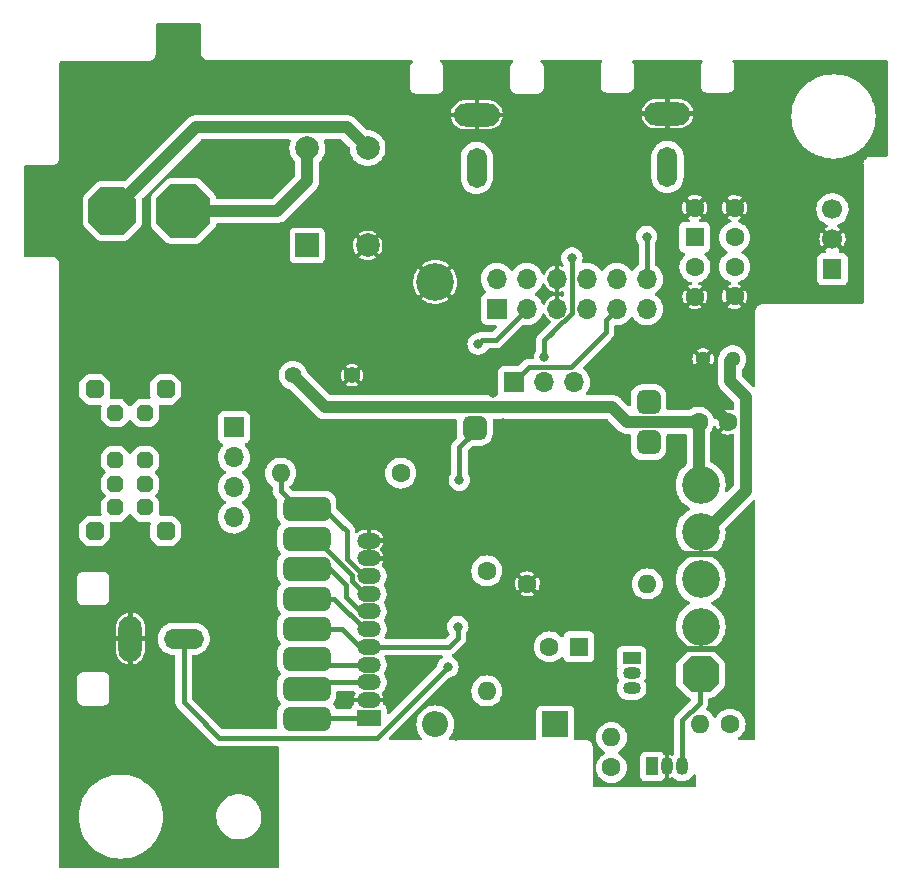
<source format=gbl>
%TF.GenerationSoftware,KiCad,Pcbnew,(6.0.1)*%
%TF.CreationDate,2022-02-25T18:27:20-07:00*%
%TF.ProjectId,Power PCB Ver C -  TH - RF is Video Only,506f7765-7220-4504-9342-205665722043,rev?*%
%TF.SameCoordinates,Original*%
%TF.FileFunction,Copper,L2,Bot*%
%TF.FilePolarity,Positive*%
%FSLAX46Y46*%
G04 Gerber Fmt 4.6, Leading zero omitted, Abs format (unit mm)*
G04 Created by KiCad (PCBNEW (6.0.1)) date 2022-02-25 18:27:20*
%MOMM*%
%LPD*%
G01*
G04 APERTURE LIST*
G04 Aperture macros list*
%AMRoundRect*
0 Rectangle with rounded corners*
0 $1 Rounding radius*
0 $2 $3 $4 $5 $6 $7 $8 $9 X,Y pos of 4 corners*
0 Add a 4 corners polygon primitive as box body*
4,1,4,$2,$3,$4,$5,$6,$7,$8,$9,$2,$3,0*
0 Add four circle primitives for the rounded corners*
1,1,$1+$1,$2,$3*
1,1,$1+$1,$4,$5*
1,1,$1+$1,$6,$7*
1,1,$1+$1,$8,$9*
0 Add four rect primitives between the rounded corners*
20,1,$1+$1,$2,$3,$4,$5,0*
20,1,$1+$1,$4,$5,$6,$7,0*
20,1,$1+$1,$6,$7,$8,$9,0*
20,1,$1+$1,$8,$9,$2,$3,0*%
%AMOutline5P*
0 Free polygon, 5 corners , with rotation*
0 The origin of the aperture is its center*
0 number of corners: always 5*
0 $1 to $10 corner X, Y*
0 $11 Rotation angle, in degrees counterclockwise*
0 create outline with 5 corners*
4,1,5,$1,$2,$3,$4,$5,$6,$7,$8,$9,$10,$1,$2,$11*%
%AMOutline6P*
0 Free polygon, 6 corners , with rotation*
0 The origin of the aperture is its center*
0 number of corners: always 6*
0 $1 to $12 corner X, Y*
0 $13 Rotation angle, in degrees counterclockwise*
0 create outline with 6 corners*
4,1,6,$1,$2,$3,$4,$5,$6,$7,$8,$9,$10,$11,$12,$1,$2,$13*%
%AMOutline7P*
0 Free polygon, 7 corners , with rotation*
0 The origin of the aperture is its center*
0 number of corners: always 7*
0 $1 to $14 corner X, Y*
0 $15 Rotation angle, in degrees counterclockwise*
0 create outline with 7 corners*
4,1,7,$1,$2,$3,$4,$5,$6,$7,$8,$9,$10,$11,$12,$13,$14,$1,$2,$15*%
%AMOutline8P*
0 Free polygon, 8 corners , with rotation*
0 The origin of the aperture is its center*
0 number of corners: always 8*
0 $1 to $16 corner X, Y*
0 $17 Rotation angle, in degrees counterclockwise*
0 create outline with 8 corners*
4,1,8,$1,$2,$3,$4,$5,$6,$7,$8,$9,$10,$11,$12,$13,$14,$15,$16,$1,$2,$17*%
G04 Aperture macros list end*
%TA.AperFunction,ComponentPad*%
%ADD10RoundRect,0.500000X-0.500000X-0.500000X0.500000X-0.500000X0.500000X0.500000X-0.500000X0.500000X0*%
%TD*%
%TA.AperFunction,ComponentPad*%
%ADD11O,1.950000X3.900000*%
%TD*%
%TA.AperFunction,ComponentPad*%
%ADD12O,3.400000X1.700000*%
%TD*%
%TA.AperFunction,ComponentPad*%
%ADD13C,1.600000*%
%TD*%
%TA.AperFunction,ComponentPad*%
%ADD14O,1.600000X1.600000*%
%TD*%
%TA.AperFunction,ComponentPad*%
%ADD15R,1.599997X1.700000*%
%TD*%
%TA.AperFunction,ComponentPad*%
%ADD16C,1.700000*%
%TD*%
%TA.AperFunction,ComponentPad*%
%ADD17R,1.700000X1.700000*%
%TD*%
%TA.AperFunction,ComponentPad*%
%ADD18O,1.700000X1.700000*%
%TD*%
%TA.AperFunction,ComponentPad*%
%ADD19Outline8P,-2.250000X1.125000X-1.125000X2.250000X1.125000X2.250000X2.250000X1.125000X2.250000X-1.125000X1.125000X-2.250000X-1.125000X-2.250000X-2.250000X-1.125000X0.000000*%
%TD*%
%TA.AperFunction,ComponentPad*%
%ADD20Outline8P,-2.000000X1.000000X-1.000000X2.000000X1.000000X2.000000X2.000000X1.000000X2.000000X-1.000000X1.000000X-2.000000X-1.000000X-2.000000X-2.000000X-1.000000X0.000000*%
%TD*%
%TA.AperFunction,ComponentPad*%
%ADD21R,2.000000X1.350000*%
%TD*%
%TA.AperFunction,ComponentPad*%
%ADD22O,2.000000X1.350000*%
%TD*%
%TA.AperFunction,ComponentPad*%
%ADD23R,1.050000X1.500000*%
%TD*%
%TA.AperFunction,ComponentPad*%
%ADD24O,1.050000X1.500000*%
%TD*%
%TA.AperFunction,ComponentPad*%
%ADD25R,1.600000X1.600000*%
%TD*%
%TA.AperFunction,ComponentPad*%
%ADD26R,2.200000X2.200000*%
%TD*%
%TA.AperFunction,ComponentPad*%
%ADD27O,2.200000X2.200000*%
%TD*%
%TA.AperFunction,ComponentPad*%
%ADD28R,2.000000X2.000000*%
%TD*%
%TA.AperFunction,ComponentPad*%
%ADD29C,2.000000*%
%TD*%
%TA.AperFunction,ComponentPad*%
%ADD30O,3.900000X1.950000*%
%TD*%
%TA.AperFunction,ComponentPad*%
%ADD31O,1.700000X3.400000*%
%TD*%
%TA.AperFunction,ComponentPad*%
%ADD32R,1.500000X1.050000*%
%TD*%
%TA.AperFunction,ComponentPad*%
%ADD33O,1.500000X1.050000*%
%TD*%
%TA.AperFunction,WasherPad*%
%ADD34C,3.200000*%
%TD*%
%TA.AperFunction,WasherPad*%
%ADD35Outline8P,-1.550000X0.775000X-0.775000X1.550000X0.775000X1.550000X1.550000X0.775000X1.550000X-0.775000X0.775000X-1.550000X-0.775000X-1.550000X-1.550000X-0.775000X90.000000*%
%TD*%
%TA.AperFunction,ComponentPad*%
%ADD36C,3.200000*%
%TD*%
%TA.AperFunction,ComponentPad*%
%ADD37C,1.400000*%
%TD*%
%TA.AperFunction,ComponentPad*%
%ADD38C,1.300000*%
%TD*%
%TA.AperFunction,WasherPad*%
%ADD39Outline8P,-0.700000X0.350000X-0.350000X0.700000X0.350000X0.700000X0.700000X0.350000X0.700000X-0.350000X0.350000X-0.700000X-0.350000X-0.700000X-0.700000X-0.350000X270.000000*%
%TD*%
%TA.AperFunction,ComponentPad*%
%ADD40Outline8P,-0.700000X0.350000X-0.350000X0.700000X0.350000X0.700000X0.700000X0.350000X0.700000X-0.350000X0.350000X-0.700000X-0.350000X-0.700000X-0.700000X-0.350000X270.000000*%
%TD*%
%TA.AperFunction,ComponentPad*%
%ADD41Outline8P,-0.800000X0.400000X-0.400000X0.800000X0.400000X0.800000X0.800000X0.400000X0.800000X-0.400000X0.400000X-0.800000X-0.400000X-0.800000X-0.800000X-0.400000X270.000000*%
%TD*%
%TA.AperFunction,ComponentPad*%
%ADD42Outline8P,-0.800000X0.400000X-0.400000X0.800000X0.400000X0.800000X0.800000X0.400000X0.800000X-0.400000X0.400000X-0.800000X-0.400000X-0.800000X-0.800000X-0.400000X90.000000*%
%TD*%
%TA.AperFunction,SMDPad,CuDef*%
%ADD43RoundRect,0.500000X-1.500000X-0.500000X1.500000X-0.500000X1.500000X0.500000X-1.500000X0.500000X0*%
%TD*%
%TA.AperFunction,ViaPad*%
%ADD44C,0.800000*%
%TD*%
%TA.AperFunction,Conductor*%
%ADD45C,0.381000*%
%TD*%
%TA.AperFunction,Conductor*%
%ADD46C,1.016000*%
%TD*%
%TA.AperFunction,Conductor*%
%ADD47C,0.508000*%
%TD*%
%TA.AperFunction,Conductor*%
%ADD48C,1.000000*%
%TD*%
G04 APERTURE END LIST*
D10*
%TO.P,J12,1,Pin_1*%
%TO.N,Net-(J3-Pad5)*%
X150096100Y-103483600D03*
%TD*%
D11*
%TO.P,J19,1,Tip*%
%TO.N,GND*%
X120952100Y-121327600D03*
D12*
%TO.P,J19,2,Sleeve*%
%TO.N,RCA_RF*%
X125452100Y-121327600D03*
%TD*%
D10*
%TO.P,J10,1,Pin_1*%
%TO.N,Net-(J3-Pad1)*%
X164826100Y-104693600D03*
%TD*%
%TO.P,J11,1,Pin_1*%
%TO.N,Audio_L*%
X164826100Y-101293600D03*
%TD*%
D13*
%TO.P,R1,1*%
%TO.N,+5V*%
X171716100Y-128573600D03*
D14*
%TO.P,R1,2*%
%TO.N,Net-(D2-Pad1)*%
X169176100Y-128573600D03*
%TD*%
D15*
%TO.P,U1,1,VIN*%
%TO.N,PS2*%
X180388100Y-90053600D03*
D16*
%TO.P,U1,2,GND*%
%TO.N,GND*%
X180388100Y-87513600D03*
%TO.P,U1,3,VOUT*%
%TO.N,+5V*%
X180388100Y-84973600D03*
%TD*%
D17*
%TO.P,J6,1,Red*%
%TO.N,Red*%
X151976100Y-93418600D03*
D18*
%TO.P,J6,2,Green*%
%TO.N,Green*%
X151976100Y-90878600D03*
%TO.P,J6,3,C-Sync/+12V*%
%TO.N,CSync*%
X154516100Y-93418600D03*
%TO.P,J6,4,Blue*%
%TO.N,Blue*%
X154516100Y-90878600D03*
%TO.P,J6,5,GND*%
%TO.N,GND*%
X157056100Y-93418600D03*
%TO.P,J6,6,GND*%
X157056100Y-90878600D03*
%TO.P,J6,7,Luma_(S-Video)*%
%TO.N,Luma*%
X159596100Y-93418600D03*
%TO.P,J6,8,Chroma_(S-Video)*%
%TO.N,Chroma*%
X159596100Y-90878600D03*
%TO.P,J6,9,Composite_Video*%
%TO.N,RCA_RF*%
X162136100Y-93418600D03*
%TO.P,J6,10,+5V*%
%TO.N,+5V*%
X162136100Y-90878600D03*
%TO.P,J6,11,Left_Audio*%
%TO.N,Audio_L*%
X164676100Y-93418600D03*
%TO.P,J6,12,Right_Audio*%
%TO.N,Audio_R*%
X164676100Y-90878600D03*
%TD*%
D19*
%TO.P,J1,1,1*%
%TO.N,Net-(D1-Pad4)*%
X125426102Y-85113598D03*
D20*
%TO.P,J1,2,2*%
%TO.N,Net-(D1-Pad3)*%
X119426100Y-85113598D03*
%TD*%
D17*
%TO.P,J4,1,1*%
%TO.N,Net-(J4-Pad1)*%
X129716100Y-103443600D03*
D18*
%TO.P,J4,2,2*%
%TO.N,Net-(J4-Pad2)*%
X129716100Y-105983600D03*
%TO.P,J4,3,3*%
%TO.N,Net-(J4-Pad3)*%
X129716100Y-108523600D03*
%TO.P,J4,4,4*%
%TO.N,Net-(J4-Pad4)*%
X129716100Y-111063600D03*
%TD*%
D21*
%TO.P,J3,1,Audio*%
%TO.N,Net-(J3-Pad1)*%
X141126100Y-128018600D03*
D22*
%TO.P,J3,2,GND*%
%TO.N,GND*%
X141126100Y-126518600D03*
%TO.P,J3,3,Chroma*%
%TO.N,Chroma*%
X141126100Y-125018600D03*
%TO.P,J3,4,Luma*%
%TO.N,Luma*%
X141126100Y-123518600D03*
%TO.P,J3,5,Composite*%
%TO.N,Net-(J3-Pad5)*%
X141126100Y-122018600D03*
%TO.P,J3,6,Blue*%
%TO.N,Blue*%
X141126100Y-120518600D03*
%TO.P,J3,7,Green*%
%TO.N,Green*%
X141126100Y-119018600D03*
%TO.P,J3,8,Red*%
%TO.N,Red*%
X141126100Y-117518600D03*
%TO.P,J3,9,CSync*%
%TO.N,Net-(J3-Pad9)*%
X141126100Y-116018600D03*
%TO.P,J3,10,GND*%
%TO.N,GND*%
X141126100Y-114518600D03*
%TO.P,J3,11,GND*%
X141126100Y-113018600D03*
%TD*%
D17*
%TO.P,J16,1,Pin_1*%
%TO.N,RCA_RF*%
X153436100Y-99586100D03*
D18*
%TO.P,J16,2,Pin_2*%
%TO.N,RCA_V*%
X155976100Y-99586100D03*
%TO.P,J16,3,Pin_3*%
%TO.N,Audio_L*%
X158516100Y-99586100D03*
%TD*%
D23*
%TO.P,Q1,1,E*%
%TO.N,Net-(Q1-Pad1)*%
X165126100Y-132143600D03*
D24*
%TO.P,Q1,2,C*%
%TO.N,GND*%
X166396100Y-132143600D03*
%TO.P,Q1,3,B*%
%TO.N,Net-(J2-Pad1)*%
X167666100Y-132143600D03*
%TD*%
D25*
%TO.P,C8,1*%
%TO.N,Net-(C8-Pad1)*%
X158926100Y-122018600D03*
D13*
%TO.P,C8,2*%
%TO.N,Net-(C8-Pad2)*%
X156426100Y-122018600D03*
%TD*%
D26*
%TO.P,D2,1,K*%
%TO.N,Net-(D2-Pad1)*%
X156926100Y-128593600D03*
D27*
%TO.P,D2,2,A*%
%TO.N,Net-(C8-Pad1)*%
X146766100Y-128593600D03*
%TD*%
D13*
%TO.P,R6,1,1*%
%TO.N,CSync*%
X143836100Y-107303600D03*
D14*
%TO.P,R6,2,2*%
%TO.N,Net-(J3-Pad9)*%
X133676100Y-107303600D03*
%TD*%
D28*
%TO.P,D1,1,V+*%
%TO.N,PS1*%
X135926100Y-88036100D03*
D29*
%TO.P,D1,2,V-*%
%TO.N,GND*%
X141026100Y-88036100D03*
%TO.P,D1,3,AC*%
%TO.N,Net-(D1-Pad3)*%
X141026100Y-79786100D03*
%TO.P,D1,4,AC*%
%TO.N,Net-(D1-Pad4)*%
X135926100Y-79786100D03*
%TD*%
D30*
%TO.P,J17,1,Tip*%
%TO.N,GND*%
X166418100Y-76877600D03*
D31*
%TO.P,J17,2,Sleeve*%
%TO.N,Audio_R*%
X166418100Y-81377600D03*
%TD*%
D13*
%TO.P,C5,1,1*%
%TO.N,GND*%
X172096100Y-84843600D03*
%TO.P,C5,2,2*%
%TO.N,+5V*%
X172096100Y-87343600D03*
%TD*%
D32*
%TO.P,Q2,1,E*%
%TO.N,Net-(C8-Pad1)*%
X163376100Y-122968600D03*
D33*
%TO.P,Q2,2,C*%
%TO.N,+5V*%
X163376100Y-124238600D03*
%TO.P,Q2,3,B*%
%TO.N,Net-(D2-Pad1)*%
X163376100Y-125508600D03*
%TD*%
D34*
%TO.P,J2,*%
%TO.N,*%
X169226100Y-116313600D03*
X169226100Y-108313600D03*
X169226100Y-120313600D03*
X169226100Y-112313597D03*
D35*
X169226100Y-124313600D03*
%TD*%
D25*
%TO.P,C7,1,A*%
%TO.N,+5V*%
X168716100Y-87338600D03*
D13*
%TO.P,C7,2,K*%
%TO.N,GND*%
X168716100Y-84838600D03*
%TD*%
D36*
%TO.P,GND,1*%
%TO.N,GND*%
X146756100Y-91113600D03*
%TD*%
D37*
%TO.P,C1,1,A*%
%TO.N,PS1*%
X134708100Y-99013598D03*
%TO.P,C1,2,K*%
%TO.N,GND*%
X139708100Y-99013598D03*
%TD*%
D38*
%TO.P,C3,1,A*%
%TO.N,PS2*%
X171935300Y-97640600D03*
%TO.P,C3,2,K*%
%TO.N,GND*%
X169435300Y-97640600D03*
%TD*%
D13*
%TO.P,R3,1*%
%TO.N,GND*%
X154546100Y-116693600D03*
D14*
%TO.P,R3,2*%
%TO.N,Net-(C8-Pad1)*%
X164706100Y-116693600D03*
%TD*%
D13*
%TO.P,C2,1,1*%
%TO.N,GND*%
X171548900Y-102988800D03*
%TO.P,C2,2,2*%
%TO.N,unconnected-(C2-Pad2)*%
X169048900Y-102988800D03*
%TD*%
D30*
%TO.P,J18,1,Tip*%
%TO.N,GND*%
X150272100Y-76971600D03*
D31*
%TO.P,J18,2,Sleeve*%
%TO.N,RCA_V*%
X150272100Y-81471600D03*
%TD*%
D13*
%TO.P,C6,1,1*%
%TO.N,GND*%
X168746100Y-92363600D03*
%TO.P,C6,2,2*%
%TO.N,+5V*%
X168746100Y-89863600D03*
%TD*%
%TO.P,C4,1,1*%
%TO.N,GND*%
X172096100Y-92353600D03*
%TO.P,C4,2,2*%
%TO.N,PS2*%
X172096100Y-89853600D03*
%TD*%
%TO.P,R2,1*%
%TO.N,Net-(Q1-Pad1)*%
X161676100Y-132233600D03*
D14*
%TO.P,R2,2*%
%TO.N,Net-(D2-Pad1)*%
X161676100Y-129693600D03*
%TD*%
D13*
%TO.P,R4,1*%
%TO.N,Net-(R4-Pad1)*%
X151126100Y-115593600D03*
D14*
%TO.P,R4,2*%
%TO.N,Net-(C8-Pad2)*%
X151126100Y-125753600D03*
%TD*%
D39*
%TO.P,SW1,*%
%TO.N,*%
X122176100Y-102213600D03*
X119676100Y-106213600D03*
X119676100Y-108213600D03*
X119676100Y-110213600D03*
X122176100Y-106213600D03*
X122176100Y-108213600D03*
X122176100Y-110213600D03*
D40*
%TO.P,SW1,1,1*%
%TO.N,unconnected-(SW1-Pad1)*%
X119676100Y-102213600D03*
D41*
%TO.P,SW1,MH*%
%TO.N,N/C*%
X117926100Y-100213600D03*
D42*
X117926100Y-112213600D03*
X123926100Y-112213600D03*
D41*
X123926100Y-100213600D03*
%TD*%
D43*
%TO.P,J5,1,Pin_1*%
%TO.N,Net-(J3-Pad1)*%
X135876100Y-128093600D03*
%TO.P,J5,2,Pin_2*%
%TO.N,Chroma*%
X135876100Y-125553600D03*
%TO.P,J5,3,Pin_3*%
%TO.N,Luma*%
X135876100Y-123013600D03*
%TO.P,J5,4,Pin_4*%
%TO.N,Net-(J3-Pad5)*%
X135876100Y-120473600D03*
%TO.P,J5,5,Pin_5*%
%TO.N,Blue*%
X135876100Y-117933600D03*
%TO.P,J5,6,Pin_6*%
%TO.N,Green*%
X135876100Y-115393600D03*
%TO.P,J5,7,Pin_7*%
%TO.N,Red*%
X135876100Y-112853600D03*
%TO.P,J5,8,Pin_8*%
%TO.N,Net-(J3-Pad9)*%
X135876100Y-110313600D03*
%TD*%
D44*
%TO.N,GND*%
X157126100Y-83893600D03*
X165626100Y-83893600D03*
X157126100Y-85393600D03*
X165626100Y-85393600D03*
X163626100Y-85393600D03*
X163626100Y-83893600D03*
X159126100Y-83893600D03*
X159126100Y-85393600D03*
X126326100Y-107218600D03*
X126276100Y-109218600D03*
%TO.N,Audio_R*%
X164651100Y-87293600D03*
%TO.N,RCA_V*%
X158326100Y-89093600D03*
%TO.N,GND*%
X121001100Y-98668600D03*
X126501100Y-113868600D03*
X143726100Y-110443600D03*
X167426100Y-126518600D03*
X166401100Y-130393600D03*
X164776100Y-128443600D03*
X154776100Y-129343600D03*
X159126100Y-124168600D03*
X153451100Y-122618600D03*
X163101100Y-120843600D03*
X154976100Y-112168600D03*
X158926100Y-112918600D03*
X160101100Y-108293600D03*
X170776100Y-106143600D03*
X164676100Y-108118600D03*
X163351100Y-95843600D03*
X168501100Y-95793600D03*
X138026100Y-97318600D03*
X132901100Y-95668600D03*
X133201100Y-97318600D03*
X136651100Y-98018600D03*
X137176100Y-94818600D03*
X133701100Y-94293600D03*
X135826100Y-102268600D03*
X135126100Y-101643600D03*
X138976100Y-104143600D03*
X139876100Y-104168600D03*
X138976100Y-103218600D03*
X139876100Y-103193600D03*
X152526100Y-103093600D03*
X151626100Y-100543600D03*
X162176100Y-99893600D03*
X153476100Y-109143600D03*
X151126100Y-119718600D03*
X148526100Y-129543600D03*
X160601100Y-127143600D03*
X172051100Y-114193600D03*
X165026100Y-113993600D03*
X173226100Y-122168600D03*
X166401100Y-119843600D03*
%TO.N,Net-(J3-Pad5)*%
X148796100Y-107893600D03*
%TO.N,GND*%
X144626100Y-99393600D03*
X145206100Y-100233600D03*
%TO.N,CSync*%
X150390574Y-96377554D03*
%TO.N,GND*%
X141926100Y-104193600D03*
X141926100Y-103293600D03*
X142826100Y-104193600D03*
X143726100Y-104193600D03*
X143726100Y-100293600D03*
X142826100Y-103293600D03*
X143726100Y-103293600D03*
X143056100Y-113023600D03*
X143136100Y-114513600D03*
X128426100Y-88013600D03*
X142946100Y-126143600D03*
X149086100Y-125843600D03*
%TO.N,Net-(J3-Pad5)*%
X148662420Y-120311600D03*
%TO.N,RCA_RF*%
X147825300Y-123712800D03*
%TO.N,RCA_V*%
X156004100Y-97503598D03*
%TD*%
D45*
%TO.N,Audio_R*%
X164676100Y-87318600D02*
X164651100Y-87293600D01*
X164676100Y-90878600D02*
X164676100Y-87318600D01*
%TO.N,RCA_V*%
X158328698Y-89096198D02*
X158326100Y-89093600D01*
X158328698Y-93726593D02*
X158328698Y-89096198D01*
D46*
%TO.N,Net-(D1-Pad4)*%
X133366102Y-85113598D02*
X125426102Y-85113598D01*
X135926100Y-82553600D02*
X133366102Y-85113598D01*
X135926100Y-79786100D02*
X135926100Y-82553600D01*
D45*
%TO.N,RCA_RF*%
X158248611Y-98346089D02*
X161196100Y-95398600D01*
X154676111Y-98346089D02*
X158248611Y-98346089D01*
X153436100Y-99586100D02*
X154676111Y-98346089D01*
X161196100Y-95398600D02*
X161196100Y-94358600D01*
D47*
%TO.N,GND*%
X172025108Y-114167608D02*
X172051100Y-114193600D01*
X165200108Y-114167608D02*
X172025108Y-114167608D01*
X165026100Y-113993600D02*
X165200108Y-114167608D01*
X168004902Y-122168600D02*
X173226100Y-122168600D01*
X166401100Y-120564798D02*
X168004902Y-122168600D01*
X166401100Y-119843600D02*
X166401100Y-120564798D01*
D45*
%TO.N,RCA_RF*%
X125452100Y-126695476D02*
X125452100Y-121327600D01*
X126138162Y-127381538D02*
X125452100Y-126695476D01*
X128466223Y-129709600D02*
X126138162Y-127381538D01*
%TO.N,Net-(J3-Pad5)*%
X148796100Y-105123600D02*
X150126100Y-103793600D01*
X148796100Y-107893600D02*
X148796100Y-105123600D01*
%TO.N,CSync*%
X150712814Y-96055314D02*
X150390574Y-96377554D01*
X151879386Y-96055314D02*
X150712814Y-96055314D01*
D46*
%TO.N,PS1*%
X161756631Y-101724131D02*
X163026100Y-102993600D01*
X137418633Y-101724131D02*
X161756631Y-101724131D01*
X134708100Y-99013598D02*
X137418633Y-101724131D01*
D48*
X169051100Y-102993600D02*
X163026100Y-102993600D01*
D45*
%TO.N,RCA_RF*%
X161196100Y-94358600D02*
X162136100Y-93418600D01*
D46*
%TO.N,Net-(D1-Pad3)*%
X139273600Y-78033600D02*
X126506098Y-78033600D01*
X126506098Y-78033600D02*
X119426100Y-85113598D01*
X141026100Y-79786100D02*
X139273600Y-78033600D01*
%TO.N,PS2*%
X171726100Y-99530999D02*
X171726100Y-97813598D01*
X173056411Y-108782288D02*
X173056411Y-100861311D01*
X173056411Y-100861311D02*
X171726100Y-99530999D01*
X169325102Y-112513597D02*
X173056411Y-108782288D01*
X169226100Y-112513597D02*
X169325102Y-112513597D01*
D48*
%TO.N,PS1*%
X169048900Y-102988800D02*
X169048900Y-108007200D01*
X169048900Y-108007200D02*
X169262900Y-108221200D01*
%TO.N,GND*%
X169435300Y-100875200D02*
X169435300Y-97640600D01*
X171548900Y-102988800D02*
X169435300Y-100875200D01*
D45*
%TO.N,+5V*%
X162945100Y-124238600D02*
X163626100Y-124238600D01*
D48*
X180356100Y-85005600D02*
X180388100Y-84973600D01*
D45*
%TO.N,Net-(J2-Pad1)*%
X167666100Y-132143600D02*
X167666100Y-128253600D01*
X169151100Y-126768600D02*
X169151100Y-125093600D01*
X167666100Y-128253600D02*
X169151100Y-126768600D01*
X167666100Y-132143600D02*
X167666100Y-131063600D01*
%TO.N,Net-(J3-Pad1)*%
X141126100Y-128018600D02*
X135951100Y-128018600D01*
X135951100Y-128018600D02*
X135876100Y-128093600D01*
%TO.N,Net-(J3-Pad9)*%
X139251100Y-113368600D02*
X139251100Y-114568600D01*
X138732100Y-111675600D02*
X137370100Y-110313600D01*
X137370100Y-110313600D02*
X135876100Y-110313600D01*
X135176100Y-110313600D02*
X135876100Y-110313600D01*
X133676100Y-108813600D02*
X135176100Y-110313600D01*
X139251100Y-112969922D02*
X139251100Y-112194600D01*
X133676100Y-107303600D02*
X133676100Y-108813600D01*
X139251100Y-113368600D02*
X139251100Y-113062435D01*
X139251100Y-112194600D02*
X138732100Y-111675600D01*
X139251100Y-114568600D02*
X140701100Y-116018600D01*
X139251100Y-112969922D02*
X139251100Y-113368600D01*
X140701100Y-116018600D02*
X141126100Y-116018600D01*
%TO.N,Net-(J3-Pad5)*%
X141126100Y-122013598D02*
X141126103Y-122013600D01*
X147952102Y-122013598D02*
X147444102Y-122013598D01*
X135876100Y-120473600D02*
X138850100Y-120473600D01*
X141126100Y-122013598D02*
X147444102Y-122013598D01*
X138850100Y-120473600D02*
X140395100Y-122018600D01*
X140395100Y-122018600D02*
X141126100Y-122018600D01*
X147952102Y-122013598D02*
X148662420Y-121303280D01*
X148662420Y-121303280D02*
X148662420Y-120311600D01*
%TO.N,CSync*%
X151879386Y-96055314D02*
X154516100Y-93418600D01*
%TO.N,Red*%
X135876100Y-112853600D02*
X136636100Y-112853600D01*
X136636100Y-112853600D02*
X139736080Y-115953580D01*
X139736080Y-116459745D02*
X140794935Y-117518600D01*
X139736080Y-115953580D02*
X139736080Y-116459745D01*
X140794935Y-117518600D02*
X141126100Y-117518600D01*
%TO.N,Green*%
X140395100Y-119018600D02*
X141126100Y-119018600D01*
X137848956Y-115393600D02*
X139200028Y-116744672D01*
X139200028Y-116744672D02*
X139200028Y-117823528D01*
X135876100Y-115393600D02*
X137848956Y-115393600D01*
X139200028Y-117823528D02*
X140395100Y-119018600D01*
%TO.N,Blue*%
X138209935Y-117933600D02*
X140794935Y-120518600D01*
X140794935Y-120518600D02*
X141126100Y-120518600D01*
X135876100Y-117933600D02*
X138209935Y-117933600D01*
X134506100Y-117933600D02*
X135876100Y-117933600D01*
%TO.N,Luma*%
X141126100Y-123518600D02*
X136381100Y-123518600D01*
X136381100Y-123518600D02*
X135876100Y-123013600D01*
%TO.N,Chroma*%
X141126100Y-125018600D02*
X136411100Y-125018600D01*
X136411100Y-125018600D02*
X135876100Y-125553600D01*
%TO.N,RCA_RF*%
X147825300Y-123712800D02*
X141828500Y-129709600D01*
X141828500Y-129709600D02*
X128466223Y-129709600D01*
%TO.N,RCA_V*%
X156004100Y-97503598D02*
X156004100Y-96051192D01*
X156446692Y-95608600D02*
X156827896Y-95227396D01*
X156004100Y-96051192D02*
X156827896Y-95227396D01*
X156827896Y-95227396D02*
X158328698Y-93726593D01*
%TD*%
%TA.AperFunction,Conductor*%
%TO.N,GND*%
G36*
X126860221Y-69241602D02*
G01*
X126906714Y-69295258D01*
X126918100Y-69347600D01*
X126918100Y-71665495D01*
X126917022Y-71681941D01*
X126912854Y-71713600D01*
X126918100Y-71753447D01*
X126933750Y-71872320D01*
X126995013Y-72020223D01*
X127092470Y-72147230D01*
X127219477Y-72244687D01*
X127293429Y-72275319D01*
X127359750Y-72302790D01*
X127359753Y-72302791D01*
X127367380Y-72305950D01*
X127526100Y-72326846D01*
X127534288Y-72325768D01*
X127557759Y-72322678D01*
X127574205Y-72321600D01*
X144758909Y-72321600D01*
X144827030Y-72341602D01*
X144873523Y-72395258D01*
X144883627Y-72465532D01*
X144854133Y-72530112D01*
X144841166Y-72543045D01*
X144826161Y-72555974D01*
X144811153Y-72567079D01*
X144789469Y-72580760D01*
X144783527Y-72587488D01*
X144769919Y-72602896D01*
X144757727Y-72614940D01*
X144735353Y-72634219D01*
X144730474Y-72641747D01*
X144730471Y-72641750D01*
X144721404Y-72655739D01*
X144710114Y-72670613D01*
X144693144Y-72689828D01*
X144680590Y-72716566D01*
X144672276Y-72731535D01*
X144656207Y-72756327D01*
X144653635Y-72764927D01*
X144648861Y-72780890D01*
X144642199Y-72798336D01*
X144631301Y-72821548D01*
X144628935Y-72836744D01*
X144626758Y-72850728D01*
X144622974Y-72867449D01*
X144617086Y-72887136D01*
X144617085Y-72887139D01*
X144614513Y-72895741D01*
X144614458Y-72904716D01*
X144614458Y-72904717D01*
X144614303Y-72930146D01*
X144614270Y-72930928D01*
X144614100Y-72932023D01*
X144614100Y-72962898D01*
X144614098Y-72963668D01*
X144613624Y-73041252D01*
X144614008Y-73042596D01*
X144614100Y-73043941D01*
X144614100Y-74662898D01*
X144614098Y-74663668D01*
X144613624Y-74741252D01*
X144616090Y-74749881D01*
X144616091Y-74749886D01*
X144621739Y-74769648D01*
X144625317Y-74786409D01*
X144628230Y-74806752D01*
X144628233Y-74806762D01*
X144629505Y-74815645D01*
X144640121Y-74838995D01*
X144646564Y-74856507D01*
X144653612Y-74881165D01*
X144669374Y-74906148D01*
X144677504Y-74921214D01*
X144689733Y-74948110D01*
X144706474Y-74967539D01*
X144717579Y-74982547D01*
X144731260Y-75004231D01*
X144751569Y-75022167D01*
X144753396Y-75023781D01*
X144765441Y-75035974D01*
X144778250Y-75050839D01*
X144784719Y-75058347D01*
X144792247Y-75063226D01*
X144792250Y-75063229D01*
X144806239Y-75072296D01*
X144821113Y-75083586D01*
X144825243Y-75087233D01*
X144840328Y-75100556D01*
X144848454Y-75104371D01*
X144848455Y-75104372D01*
X144854121Y-75107032D01*
X144867066Y-75113110D01*
X144882035Y-75121424D01*
X144906827Y-75137493D01*
X144923750Y-75142554D01*
X144931390Y-75144839D01*
X144948836Y-75151501D01*
X144972048Y-75162399D01*
X145001230Y-75166943D01*
X145017949Y-75170726D01*
X145037636Y-75176614D01*
X145037639Y-75176615D01*
X145046241Y-75179187D01*
X145055216Y-75179242D01*
X145055217Y-75179242D01*
X145061910Y-75179283D01*
X145080656Y-75179397D01*
X145081428Y-75179430D01*
X145082523Y-75179600D01*
X145113398Y-75179600D01*
X145114168Y-75179602D01*
X145187816Y-75180052D01*
X145187817Y-75180052D01*
X145191752Y-75180076D01*
X145193096Y-75179692D01*
X145194441Y-75179600D01*
X146913398Y-75179600D01*
X146914169Y-75179602D01*
X146991752Y-75180076D01*
X147000381Y-75177610D01*
X147000386Y-75177609D01*
X147020148Y-75171961D01*
X147036909Y-75168383D01*
X147057252Y-75165470D01*
X147057262Y-75165467D01*
X147066145Y-75164195D01*
X147089495Y-75153579D01*
X147107007Y-75147136D01*
X147123037Y-75142554D01*
X147131665Y-75140088D01*
X147156648Y-75124326D01*
X147171714Y-75116196D01*
X147198610Y-75103967D01*
X147218039Y-75087226D01*
X147233047Y-75076121D01*
X147247139Y-75067230D01*
X147254731Y-75062440D01*
X147274282Y-75040303D01*
X147286474Y-75028259D01*
X147302049Y-75014839D01*
X147302050Y-75014837D01*
X147308847Y-75008981D01*
X147313726Y-75001453D01*
X147313729Y-75001450D01*
X147322796Y-74987461D01*
X147334086Y-74972587D01*
X147345112Y-74960102D01*
X147351056Y-74953372D01*
X147363610Y-74926634D01*
X147371924Y-74911665D01*
X147387993Y-74886873D01*
X147395339Y-74862309D01*
X147402001Y-74844864D01*
X147404763Y-74838981D01*
X147412899Y-74821652D01*
X147417443Y-74792470D01*
X147421226Y-74775751D01*
X147427114Y-74756064D01*
X147427115Y-74756061D01*
X147429687Y-74747459D01*
X147429897Y-74713044D01*
X147429930Y-74712272D01*
X147430100Y-74711177D01*
X147430100Y-74680302D01*
X147430102Y-74679532D01*
X147430552Y-74605884D01*
X147430552Y-74605883D01*
X147430576Y-74601948D01*
X147430192Y-74600604D01*
X147430100Y-74599259D01*
X147430100Y-72980302D01*
X147430102Y-72979532D01*
X147430521Y-72910922D01*
X147430576Y-72901948D01*
X147428110Y-72893319D01*
X147428109Y-72893314D01*
X147422461Y-72873552D01*
X147418883Y-72856791D01*
X147415970Y-72836448D01*
X147415967Y-72836438D01*
X147414695Y-72827555D01*
X147404079Y-72804205D01*
X147397636Y-72786693D01*
X147393054Y-72770663D01*
X147390588Y-72762035D01*
X147374826Y-72737052D01*
X147366696Y-72721986D01*
X147354467Y-72695090D01*
X147337726Y-72675661D01*
X147326621Y-72660653D01*
X147317730Y-72646561D01*
X147312940Y-72638969D01*
X147290803Y-72619418D01*
X147278759Y-72607226D01*
X147265339Y-72591651D01*
X147265337Y-72591650D01*
X147259481Y-72584853D01*
X147251953Y-72579974D01*
X147251950Y-72579971D01*
X147237961Y-72570904D01*
X147223087Y-72559614D01*
X147209484Y-72547600D01*
X147203873Y-72542645D01*
X147206215Y-72539993D01*
X147171231Y-72498795D01*
X147161830Y-72428424D01*
X147191966Y-72364141D01*
X147252073Y-72326355D01*
X147286362Y-72321600D01*
X153258909Y-72321600D01*
X153327030Y-72341602D01*
X153373523Y-72395258D01*
X153383627Y-72465532D01*
X153354133Y-72530112D01*
X153341166Y-72543045D01*
X153326161Y-72555974D01*
X153311153Y-72567079D01*
X153289469Y-72580760D01*
X153283527Y-72587488D01*
X153269919Y-72602896D01*
X153257727Y-72614940D01*
X153235353Y-72634219D01*
X153230474Y-72641747D01*
X153230471Y-72641750D01*
X153221404Y-72655739D01*
X153210114Y-72670613D01*
X153193144Y-72689828D01*
X153180590Y-72716566D01*
X153172276Y-72731535D01*
X153156207Y-72756327D01*
X153153635Y-72764927D01*
X153148861Y-72780890D01*
X153142199Y-72798336D01*
X153131301Y-72821548D01*
X153128935Y-72836744D01*
X153126758Y-72850728D01*
X153122974Y-72867449D01*
X153117086Y-72887136D01*
X153117085Y-72887139D01*
X153114513Y-72895741D01*
X153114458Y-72904716D01*
X153114458Y-72904717D01*
X153114303Y-72930146D01*
X153114270Y-72930928D01*
X153114100Y-72932023D01*
X153114100Y-72962898D01*
X153114098Y-72963668D01*
X153113624Y-73041252D01*
X153114008Y-73042596D01*
X153114100Y-73043941D01*
X153114100Y-74662898D01*
X153114098Y-74663668D01*
X153113624Y-74741252D01*
X153116090Y-74749881D01*
X153116091Y-74749886D01*
X153121739Y-74769648D01*
X153125317Y-74786409D01*
X153128230Y-74806752D01*
X153128233Y-74806762D01*
X153129505Y-74815645D01*
X153140121Y-74838995D01*
X153146564Y-74856507D01*
X153153612Y-74881165D01*
X153169374Y-74906148D01*
X153177504Y-74921214D01*
X153189733Y-74948110D01*
X153206474Y-74967539D01*
X153217579Y-74982547D01*
X153231260Y-75004231D01*
X153251569Y-75022167D01*
X153253396Y-75023781D01*
X153265441Y-75035974D01*
X153278250Y-75050839D01*
X153284719Y-75058347D01*
X153292247Y-75063226D01*
X153292250Y-75063229D01*
X153306239Y-75072296D01*
X153321113Y-75083586D01*
X153325243Y-75087233D01*
X153340328Y-75100556D01*
X153348454Y-75104371D01*
X153348455Y-75104372D01*
X153354121Y-75107032D01*
X153367066Y-75113110D01*
X153382035Y-75121424D01*
X153406827Y-75137493D01*
X153423750Y-75142554D01*
X153431390Y-75144839D01*
X153448836Y-75151501D01*
X153472048Y-75162399D01*
X153501230Y-75166943D01*
X153517949Y-75170726D01*
X153537636Y-75176614D01*
X153537639Y-75176615D01*
X153546241Y-75179187D01*
X153555216Y-75179242D01*
X153555217Y-75179242D01*
X153561910Y-75179283D01*
X153580656Y-75179397D01*
X153581428Y-75179430D01*
X153582523Y-75179600D01*
X153613398Y-75179600D01*
X153614168Y-75179602D01*
X153687816Y-75180052D01*
X153687817Y-75180052D01*
X153691752Y-75180076D01*
X153693096Y-75179692D01*
X153694441Y-75179600D01*
X155413398Y-75179600D01*
X155414169Y-75179602D01*
X155491752Y-75180076D01*
X155500381Y-75177610D01*
X155500386Y-75177609D01*
X155520148Y-75171961D01*
X155536909Y-75168383D01*
X155557252Y-75165470D01*
X155557262Y-75165467D01*
X155566145Y-75164195D01*
X155589495Y-75153579D01*
X155607007Y-75147136D01*
X155623037Y-75142554D01*
X155631665Y-75140088D01*
X155656648Y-75124326D01*
X155671714Y-75116196D01*
X155698610Y-75103967D01*
X155718039Y-75087226D01*
X155733047Y-75076121D01*
X155747139Y-75067230D01*
X155754731Y-75062440D01*
X155774282Y-75040303D01*
X155786474Y-75028259D01*
X155802049Y-75014839D01*
X155802050Y-75014837D01*
X155808847Y-75008981D01*
X155813726Y-75001453D01*
X155813729Y-75001450D01*
X155822796Y-74987461D01*
X155834086Y-74972587D01*
X155845112Y-74960102D01*
X155851056Y-74953372D01*
X155863610Y-74926634D01*
X155871924Y-74911665D01*
X155887993Y-74886873D01*
X155895339Y-74862309D01*
X155902001Y-74844864D01*
X155904763Y-74838981D01*
X155912899Y-74821652D01*
X155917443Y-74792470D01*
X155921226Y-74775751D01*
X155927114Y-74756064D01*
X155927115Y-74756061D01*
X155929687Y-74747459D01*
X155929897Y-74713044D01*
X155929930Y-74712272D01*
X155930100Y-74711177D01*
X155930100Y-74680302D01*
X155930102Y-74679532D01*
X155930552Y-74605884D01*
X155930552Y-74605883D01*
X155930576Y-74601948D01*
X155930192Y-74600604D01*
X155930100Y-74599259D01*
X155930100Y-72980302D01*
X155930102Y-72979532D01*
X155930521Y-72910922D01*
X155930576Y-72901948D01*
X155928110Y-72893319D01*
X155928109Y-72893314D01*
X155922461Y-72873552D01*
X155918883Y-72856791D01*
X155915970Y-72836448D01*
X155915967Y-72836438D01*
X155914695Y-72827555D01*
X155904079Y-72804205D01*
X155897636Y-72786693D01*
X155893054Y-72770663D01*
X155890588Y-72762035D01*
X155874826Y-72737052D01*
X155866696Y-72721986D01*
X155854467Y-72695090D01*
X155837726Y-72675661D01*
X155826621Y-72660653D01*
X155817730Y-72646561D01*
X155812940Y-72638969D01*
X155790803Y-72619418D01*
X155778759Y-72607226D01*
X155765339Y-72591651D01*
X155765337Y-72591650D01*
X155759481Y-72584853D01*
X155751953Y-72579974D01*
X155751950Y-72579971D01*
X155737961Y-72570904D01*
X155723087Y-72559614D01*
X155709484Y-72547600D01*
X155703873Y-72542645D01*
X155706215Y-72539993D01*
X155671231Y-72498795D01*
X155661830Y-72428424D01*
X155691966Y-72364141D01*
X155752073Y-72326355D01*
X155786362Y-72321600D01*
X160796633Y-72321600D01*
X160864754Y-72341602D01*
X160911247Y-72395258D01*
X160921351Y-72465532D01*
X160891581Y-72530431D01*
X160888155Y-72534358D01*
X160881353Y-72540219D01*
X160876472Y-72547749D01*
X160876468Y-72547754D01*
X160867404Y-72561739D01*
X160856114Y-72576613D01*
X160839144Y-72595828D01*
X160826590Y-72622566D01*
X160818276Y-72637535D01*
X160802207Y-72662327D01*
X160799635Y-72670927D01*
X160794861Y-72686890D01*
X160788199Y-72704336D01*
X160777301Y-72727548D01*
X160773993Y-72748797D01*
X160772758Y-72756728D01*
X160768974Y-72773449D01*
X160763086Y-72793136D01*
X160763085Y-72793139D01*
X160760513Y-72801741D01*
X160760458Y-72810716D01*
X160760458Y-72810717D01*
X160760303Y-72836146D01*
X160760270Y-72836928D01*
X160760100Y-72838023D01*
X160760100Y-72868898D01*
X160760098Y-72869668D01*
X160759729Y-72930146D01*
X160759624Y-72947252D01*
X160760008Y-72948596D01*
X160760100Y-72949941D01*
X160760100Y-74568898D01*
X160760098Y-74569668D01*
X160759624Y-74647252D01*
X160762090Y-74655881D01*
X160762091Y-74655886D01*
X160767739Y-74675648D01*
X160771317Y-74692409D01*
X160774230Y-74712752D01*
X160774233Y-74712762D01*
X160775505Y-74721645D01*
X160786121Y-74744995D01*
X160792564Y-74762507D01*
X160799612Y-74787165D01*
X160815374Y-74812148D01*
X160823504Y-74827214D01*
X160835733Y-74854110D01*
X160852474Y-74873539D01*
X160863579Y-74888547D01*
X160877260Y-74910231D01*
X160883988Y-74916173D01*
X160899396Y-74929781D01*
X160911440Y-74941973D01*
X160930719Y-74964347D01*
X160938247Y-74969226D01*
X160938250Y-74969229D01*
X160952239Y-74978296D01*
X160967113Y-74989586D01*
X160986328Y-75006556D01*
X160994454Y-75010371D01*
X160994455Y-75010372D01*
X161000121Y-75013032D01*
X161013066Y-75019110D01*
X161028035Y-75027424D01*
X161052827Y-75043493D01*
X161069750Y-75048554D01*
X161077390Y-75050839D01*
X161094836Y-75057501D01*
X161118048Y-75068399D01*
X161147230Y-75072943D01*
X161163949Y-75076726D01*
X161183636Y-75082614D01*
X161183639Y-75082615D01*
X161192241Y-75085187D01*
X161201216Y-75085242D01*
X161201217Y-75085242D01*
X161207910Y-75085283D01*
X161226656Y-75085397D01*
X161227428Y-75085430D01*
X161228523Y-75085600D01*
X161259398Y-75085600D01*
X161260168Y-75085602D01*
X161333816Y-75086052D01*
X161333817Y-75086052D01*
X161337752Y-75086076D01*
X161339096Y-75085692D01*
X161340441Y-75085600D01*
X163059398Y-75085600D01*
X163060169Y-75085602D01*
X163137752Y-75086076D01*
X163146381Y-75083610D01*
X163146386Y-75083609D01*
X163166148Y-75077961D01*
X163182909Y-75074383D01*
X163203252Y-75071470D01*
X163203262Y-75071467D01*
X163212145Y-75070195D01*
X163235495Y-75059579D01*
X163253007Y-75053136D01*
X163269037Y-75048554D01*
X163277665Y-75046088D01*
X163302648Y-75030326D01*
X163317714Y-75022196D01*
X163344610Y-75009967D01*
X163364039Y-74993226D01*
X163379047Y-74982121D01*
X163393139Y-74973230D01*
X163400731Y-74968440D01*
X163420282Y-74946303D01*
X163432474Y-74934259D01*
X163448049Y-74920839D01*
X163448050Y-74920837D01*
X163454847Y-74914981D01*
X163459726Y-74907453D01*
X163459729Y-74907450D01*
X163468796Y-74893461D01*
X163480086Y-74878587D01*
X163491112Y-74866102D01*
X163497056Y-74859372D01*
X163509610Y-74832634D01*
X163517924Y-74817665D01*
X163533993Y-74792873D01*
X163541339Y-74768309D01*
X163548001Y-74750864D01*
X163555083Y-74735779D01*
X163558899Y-74727652D01*
X163563443Y-74698470D01*
X163567226Y-74681751D01*
X163573114Y-74662064D01*
X163573115Y-74662061D01*
X163575687Y-74653459D01*
X163575897Y-74619044D01*
X163575930Y-74618272D01*
X163576100Y-74617177D01*
X163576100Y-74586302D01*
X163576102Y-74585532D01*
X163576552Y-74511884D01*
X163576552Y-74511883D01*
X163576576Y-74507948D01*
X163576192Y-74506604D01*
X163576100Y-74505259D01*
X163576100Y-72886302D01*
X163576102Y-72885532D01*
X163576521Y-72816922D01*
X163576576Y-72807948D01*
X163574110Y-72799319D01*
X163574109Y-72799314D01*
X163568461Y-72779552D01*
X163564883Y-72762791D01*
X163561970Y-72742448D01*
X163561967Y-72742438D01*
X163560695Y-72733555D01*
X163550079Y-72710205D01*
X163543636Y-72692693D01*
X163539054Y-72676663D01*
X163536588Y-72668035D01*
X163520826Y-72643052D01*
X163512696Y-72627986D01*
X163500467Y-72601090D01*
X163483726Y-72581661D01*
X163472621Y-72566653D01*
X163463730Y-72552561D01*
X163458940Y-72544969D01*
X163452211Y-72539026D01*
X163446394Y-72532191D01*
X163448367Y-72530511D01*
X163417805Y-72481949D01*
X163418479Y-72410956D01*
X163457428Y-72351597D01*
X163522286Y-72322718D01*
X163539033Y-72321600D01*
X169296633Y-72321600D01*
X169364754Y-72341602D01*
X169411247Y-72395258D01*
X169421351Y-72465532D01*
X169391581Y-72530431D01*
X169388155Y-72534358D01*
X169381353Y-72540219D01*
X169376472Y-72547749D01*
X169376468Y-72547754D01*
X169367404Y-72561739D01*
X169356114Y-72576613D01*
X169339144Y-72595828D01*
X169326590Y-72622566D01*
X169318276Y-72637535D01*
X169302207Y-72662327D01*
X169299635Y-72670927D01*
X169294861Y-72686890D01*
X169288199Y-72704336D01*
X169277301Y-72727548D01*
X169273993Y-72748797D01*
X169272758Y-72756728D01*
X169268974Y-72773449D01*
X169263086Y-72793136D01*
X169263085Y-72793139D01*
X169260513Y-72801741D01*
X169260458Y-72810716D01*
X169260458Y-72810717D01*
X169260303Y-72836146D01*
X169260270Y-72836928D01*
X169260100Y-72838023D01*
X169260100Y-72868898D01*
X169260098Y-72869668D01*
X169259729Y-72930146D01*
X169259624Y-72947252D01*
X169260008Y-72948596D01*
X169260100Y-72949941D01*
X169260100Y-74568898D01*
X169260098Y-74569668D01*
X169259624Y-74647252D01*
X169262090Y-74655881D01*
X169262091Y-74655886D01*
X169267739Y-74675648D01*
X169271317Y-74692409D01*
X169274230Y-74712752D01*
X169274233Y-74712762D01*
X169275505Y-74721645D01*
X169286121Y-74744995D01*
X169292564Y-74762507D01*
X169299612Y-74787165D01*
X169315374Y-74812148D01*
X169323504Y-74827214D01*
X169335733Y-74854110D01*
X169352474Y-74873539D01*
X169363579Y-74888547D01*
X169377260Y-74910231D01*
X169383988Y-74916173D01*
X169399396Y-74929781D01*
X169411440Y-74941973D01*
X169430719Y-74964347D01*
X169438247Y-74969226D01*
X169438250Y-74969229D01*
X169452239Y-74978296D01*
X169467113Y-74989586D01*
X169486328Y-75006556D01*
X169494454Y-75010371D01*
X169494455Y-75010372D01*
X169500121Y-75013032D01*
X169513066Y-75019110D01*
X169528035Y-75027424D01*
X169552827Y-75043493D01*
X169569750Y-75048554D01*
X169577390Y-75050839D01*
X169594836Y-75057501D01*
X169618048Y-75068399D01*
X169647230Y-75072943D01*
X169663949Y-75076726D01*
X169683636Y-75082614D01*
X169683639Y-75082615D01*
X169692241Y-75085187D01*
X169701216Y-75085242D01*
X169701217Y-75085242D01*
X169707910Y-75085283D01*
X169726656Y-75085397D01*
X169727428Y-75085430D01*
X169728523Y-75085600D01*
X169759398Y-75085600D01*
X169760168Y-75085602D01*
X169833816Y-75086052D01*
X169833817Y-75086052D01*
X169837752Y-75086076D01*
X169839096Y-75085692D01*
X169840441Y-75085600D01*
X171559398Y-75085600D01*
X171560169Y-75085602D01*
X171637752Y-75086076D01*
X171646381Y-75083610D01*
X171646386Y-75083609D01*
X171666148Y-75077961D01*
X171682909Y-75074383D01*
X171703252Y-75071470D01*
X171703262Y-75071467D01*
X171712145Y-75070195D01*
X171735495Y-75059579D01*
X171753007Y-75053136D01*
X171769037Y-75048554D01*
X171777665Y-75046088D01*
X171802648Y-75030326D01*
X171817714Y-75022196D01*
X171844610Y-75009967D01*
X171864039Y-74993226D01*
X171879047Y-74982121D01*
X171893139Y-74973230D01*
X171900731Y-74968440D01*
X171920282Y-74946303D01*
X171932474Y-74934259D01*
X171948049Y-74920839D01*
X171948050Y-74920837D01*
X171954847Y-74914981D01*
X171959726Y-74907453D01*
X171959729Y-74907450D01*
X171968796Y-74893461D01*
X171980086Y-74878587D01*
X171991112Y-74866102D01*
X171997056Y-74859372D01*
X172009610Y-74832634D01*
X172017924Y-74817665D01*
X172033993Y-74792873D01*
X172041339Y-74768309D01*
X172048001Y-74750864D01*
X172055083Y-74735779D01*
X172058899Y-74727652D01*
X172063443Y-74698470D01*
X172067226Y-74681751D01*
X172073114Y-74662064D01*
X172073115Y-74662061D01*
X172075687Y-74653459D01*
X172075897Y-74619044D01*
X172075930Y-74618272D01*
X172076100Y-74617177D01*
X172076100Y-74586302D01*
X172076102Y-74585532D01*
X172076552Y-74511884D01*
X172076552Y-74511883D01*
X172076576Y-74507948D01*
X172076192Y-74506604D01*
X172076100Y-74505259D01*
X172076100Y-72886302D01*
X172076102Y-72885532D01*
X172076521Y-72816922D01*
X172076576Y-72807948D01*
X172074110Y-72799319D01*
X172074109Y-72799314D01*
X172068461Y-72779552D01*
X172064883Y-72762791D01*
X172061970Y-72742448D01*
X172061967Y-72742438D01*
X172060695Y-72733555D01*
X172050079Y-72710205D01*
X172043636Y-72692693D01*
X172039054Y-72676663D01*
X172036588Y-72668035D01*
X172020826Y-72643052D01*
X172012696Y-72627986D01*
X172000467Y-72601090D01*
X171983726Y-72581661D01*
X171972621Y-72566653D01*
X171963730Y-72552561D01*
X171958940Y-72544969D01*
X171952211Y-72539026D01*
X171946394Y-72532191D01*
X171948367Y-72530511D01*
X171917805Y-72481949D01*
X171918479Y-72410956D01*
X171957428Y-72351597D01*
X172022286Y-72322718D01*
X172039033Y-72321600D01*
X184942100Y-72321600D01*
X185010221Y-72341602D01*
X185056714Y-72395258D01*
X185068100Y-72447600D01*
X185068100Y-80379600D01*
X185048098Y-80447721D01*
X184994442Y-80494214D01*
X184942100Y-80505600D01*
X183674205Y-80505600D01*
X183657759Y-80504522D01*
X183634288Y-80501432D01*
X183626100Y-80500354D01*
X183586253Y-80505600D01*
X183467380Y-80521250D01*
X183459753Y-80524409D01*
X183459750Y-80524410D01*
X183393429Y-80551881D01*
X183319477Y-80582513D01*
X183312926Y-80587540D01*
X183312924Y-80587541D01*
X183278964Y-80613600D01*
X183192470Y-80679970D01*
X183187444Y-80686520D01*
X183121607Y-80772320D01*
X183095013Y-80806977D01*
X183033750Y-80954880D01*
X183012854Y-81113600D01*
X183013932Y-81121788D01*
X183017022Y-81145259D01*
X183018100Y-81161705D01*
X183018100Y-92879600D01*
X182998098Y-92947721D01*
X182944442Y-92994214D01*
X182892100Y-93005600D01*
X174524205Y-93005600D01*
X174507759Y-93004522D01*
X174484288Y-93001432D01*
X174476100Y-93000354D01*
X174436253Y-93005600D01*
X174317380Y-93021250D01*
X174309753Y-93024409D01*
X174309750Y-93024410D01*
X174243429Y-93051881D01*
X174169477Y-93082513D01*
X174042470Y-93179970D01*
X174037444Y-93186520D01*
X173993463Y-93243837D01*
X173945013Y-93306977D01*
X173932061Y-93338247D01*
X173897384Y-93421965D01*
X173883750Y-93454880D01*
X173862854Y-93613600D01*
X173863932Y-93621788D01*
X173867022Y-93645259D01*
X173868100Y-93661705D01*
X173868100Y-99931262D01*
X173848098Y-99999383D01*
X173794442Y-100045876D01*
X173724168Y-100055980D01*
X173659588Y-100026486D01*
X173653020Y-100020372D01*
X172779503Y-99146854D01*
X172745479Y-99084544D01*
X172742600Y-99057761D01*
X172742600Y-98527350D01*
X172762602Y-98459229D01*
X172771726Y-98446781D01*
X172890449Y-98304031D01*
X172894140Y-98299593D01*
X172998176Y-98113823D01*
X173066616Y-97912205D01*
X173072875Y-97869044D01*
X173096637Y-97705161D01*
X173096637Y-97705159D01*
X173097169Y-97701491D01*
X173098763Y-97640600D01*
X173079281Y-97428576D01*
X173077713Y-97423016D01*
X173023054Y-97229211D01*
X173023053Y-97229209D01*
X173021486Y-97223652D01*
X173010258Y-97200882D01*
X172929870Y-97037873D01*
X172927315Y-97032692D01*
X172799922Y-96862091D01*
X172643571Y-96717563D01*
X172463501Y-96603947D01*
X172265741Y-96525049D01*
X172260081Y-96523923D01*
X172260077Y-96523922D01*
X172062582Y-96484638D01*
X172062580Y-96484638D01*
X172056915Y-96483511D01*
X172051140Y-96483435D01*
X172051136Y-96483435D01*
X171944461Y-96482039D01*
X171844016Y-96480724D01*
X171838319Y-96481703D01*
X171838318Y-96481703D01*
X171639864Y-96515803D01*
X171639861Y-96515804D01*
X171634174Y-96516781D01*
X171434416Y-96590475D01*
X171411772Y-96603947D01*
X171280570Y-96682005D01*
X171251434Y-96699339D01*
X171091354Y-96839725D01*
X170959538Y-97006933D01*
X170956849Y-97012044D01*
X170956847Y-97012047D01*
X170874442Y-97168672D01*
X170860400Y-97195362D01*
X170849890Y-97229211D01*
X170805064Y-97373571D01*
X170795147Y-97396906D01*
X170787279Y-97411219D01*
X170727002Y-97601233D01*
X170709600Y-97756382D01*
X170709600Y-99468723D01*
X170708863Y-99482331D01*
X170708398Y-99486616D01*
X170704738Y-99520303D01*
X170705275Y-99526439D01*
X170709146Y-99570689D01*
X170709475Y-99575517D01*
X170709600Y-99578071D01*
X170709600Y-99581156D01*
X170713424Y-99620156D01*
X170713821Y-99624205D01*
X170713943Y-99625518D01*
X170719953Y-99694208D01*
X170722112Y-99718890D01*
X170723611Y-99724050D01*
X170724135Y-99729393D01*
X170751239Y-99819165D01*
X170751581Y-99820321D01*
X170776008Y-99904402D01*
X170776010Y-99904408D01*
X170777728Y-99910320D01*
X170780199Y-99915087D01*
X170781752Y-99920231D01*
X170825772Y-100003021D01*
X170826327Y-100004078D01*
X170869466Y-100087303D01*
X170872818Y-100091502D01*
X170875339Y-100096243D01*
X170879231Y-100101015D01*
X170934538Y-100168828D01*
X170935366Y-100169854D01*
X170964671Y-100206563D01*
X170966868Y-100209315D01*
X170969363Y-100211810D01*
X170970073Y-100212604D01*
X170973792Y-100216958D01*
X171001332Y-100250725D01*
X171036978Y-100280214D01*
X171045747Y-100288194D01*
X172003008Y-101245456D01*
X172037032Y-101307766D01*
X172039911Y-101334549D01*
X172039911Y-101866501D01*
X172019909Y-101934622D01*
X171966253Y-101981115D01*
X171895979Y-101991219D01*
X171876651Y-101986866D01*
X171767745Y-101953154D01*
X171755736Y-101950688D01*
X171562422Y-101930370D01*
X171550154Y-101930285D01*
X171356583Y-101947901D01*
X171344534Y-101950199D01*
X171158063Y-102005081D01*
X171146695Y-102009674D01*
X170974436Y-102099729D01*
X170964175Y-102106443D01*
X170962648Y-102107671D01*
X170954180Y-102119838D01*
X170960555Y-102131047D01*
X171729213Y-102899705D01*
X171763239Y-102962017D01*
X171758174Y-103032832D01*
X171729213Y-103077895D01*
X170959945Y-103847163D01*
X170953185Y-103859543D01*
X170958094Y-103866101D01*
X171119510Y-103956313D01*
X171130750Y-103961224D01*
X171315615Y-104021290D01*
X171327589Y-104023923D01*
X171520608Y-104046939D01*
X171532857Y-104047196D01*
X171726669Y-104032283D01*
X171738748Y-104030152D01*
X171880027Y-103990706D01*
X171951017Y-103991652D01*
X172010226Y-104030828D01*
X172038856Y-104095796D01*
X172039911Y-104112064D01*
X172039911Y-108309050D01*
X172019909Y-108377171D01*
X172003006Y-108398145D01*
X171491470Y-108909681D01*
X171429158Y-108943707D01*
X171358343Y-108938642D01*
X171301507Y-108896095D01*
X171276696Y-108829575D01*
X171279555Y-108792457D01*
X171312549Y-108648397D01*
X171312550Y-108648393D01*
X171313507Y-108644213D01*
X171316982Y-108605283D01*
X171338843Y-108360326D01*
X171338843Y-108360324D01*
X171339063Y-108357860D01*
X171339527Y-108313600D01*
X171336430Y-108268170D01*
X171320265Y-108031052D01*
X171320264Y-108031046D01*
X171319973Y-108026775D01*
X171315436Y-108004864D01*
X171278373Y-107825893D01*
X171261674Y-107745258D01*
X171165707Y-107474257D01*
X171033850Y-107218788D01*
X171020588Y-107199917D01*
X170871004Y-106987082D01*
X170868541Y-106983577D01*
X170782088Y-106890543D01*
X170675761Y-106776121D01*
X170675758Y-106776119D01*
X170672840Y-106772978D01*
X170472731Y-106609191D01*
X170453684Y-106593601D01*
X170453683Y-106593600D01*
X170450368Y-106590887D01*
X170399149Y-106559500D01*
X170208892Y-106442909D01*
X170208884Y-106442905D01*
X170205242Y-106440673D01*
X170201329Y-106438955D01*
X170201315Y-106438948D01*
X170132754Y-106408852D01*
X170078418Y-106363156D01*
X170057400Y-106293479D01*
X170057400Y-103869540D01*
X170080187Y-103797269D01*
X170114798Y-103747840D01*
X170186423Y-103645549D01*
X170188746Y-103640567D01*
X170188749Y-103640562D01*
X170280861Y-103443025D01*
X170280861Y-103443024D01*
X170283184Y-103438043D01*
X170287590Y-103421602D01*
X170306610Y-103350617D01*
X170309548Y-103339650D01*
X170346500Y-103279028D01*
X170410360Y-103248007D01*
X170480855Y-103256435D01*
X170535602Y-103301638D01*
X170552374Y-103337531D01*
X170562476Y-103372759D01*
X170566992Y-103384164D01*
X170655836Y-103557037D01*
X170662486Y-103567355D01*
X170668233Y-103574607D01*
X170680226Y-103583077D01*
X170691671Y-103576621D01*
X171266680Y-103001612D01*
X171274294Y-102987668D01*
X171274163Y-102985835D01*
X171269912Y-102979220D01*
X170690623Y-102399931D01*
X170677239Y-102392622D01*
X170671657Y-102396563D01*
X170578410Y-102566181D01*
X170573582Y-102577445D01*
X170551948Y-102645643D01*
X170512284Y-102704527D01*
X170447082Y-102732619D01*
X170377042Y-102721001D01*
X170324402Y-102673361D01*
X170310139Y-102640155D01*
X170301851Y-102609221D01*
X170292902Y-102575824D01*
X170284607Y-102544867D01*
X170284606Y-102544865D01*
X170283184Y-102539557D01*
X170280861Y-102534575D01*
X170188749Y-102337038D01*
X170188746Y-102337033D01*
X170186423Y-102332051D01*
X170055098Y-102144500D01*
X169893200Y-101982602D01*
X169888692Y-101979445D01*
X169888689Y-101979443D01*
X169716821Y-101859100D01*
X169705649Y-101851277D01*
X169700667Y-101848954D01*
X169700662Y-101848951D01*
X169503125Y-101756839D01*
X169503124Y-101756839D01*
X169498143Y-101754516D01*
X169492835Y-101753094D01*
X169492833Y-101753093D01*
X169282302Y-101696681D01*
X169282300Y-101696681D01*
X169276987Y-101695257D01*
X169048900Y-101675302D01*
X168820813Y-101695257D01*
X168815500Y-101696681D01*
X168815498Y-101696681D01*
X168604967Y-101753093D01*
X168604965Y-101753094D01*
X168599657Y-101754516D01*
X168594676Y-101756839D01*
X168594675Y-101756839D01*
X168397138Y-101848951D01*
X168397133Y-101848954D01*
X168392151Y-101851277D01*
X168250178Y-101950688D01*
X168233576Y-101962313D01*
X168161305Y-101985100D01*
X166460600Y-101985100D01*
X166392479Y-101965098D01*
X166345986Y-101911442D01*
X166334600Y-101859100D01*
X166334600Y-100697272D01*
X166334292Y-100691192D01*
X166307847Y-100560038D01*
X166296418Y-100503355D01*
X166296417Y-100503352D01*
X166295200Y-100497316D01*
X166219195Y-100314727D01*
X166215768Y-100309608D01*
X166215766Y-100309604D01*
X166112604Y-100155501D01*
X166112600Y-100155496D01*
X166109173Y-100150377D01*
X165969323Y-100010527D01*
X165964204Y-100007100D01*
X165964199Y-100007096D01*
X165810096Y-99903934D01*
X165810092Y-99903932D01*
X165804973Y-99900505D01*
X165622384Y-99824500D01*
X165616348Y-99823283D01*
X165616345Y-99823282D01*
X165433096Y-99786333D01*
X165433095Y-99786333D01*
X165428508Y-99785408D01*
X165422428Y-99785100D01*
X164229772Y-99785100D01*
X164223692Y-99785408D01*
X164219105Y-99786333D01*
X164219104Y-99786333D01*
X164035855Y-99823282D01*
X164035852Y-99823283D01*
X164029816Y-99824500D01*
X163847227Y-99900505D01*
X163842108Y-99903932D01*
X163842104Y-99903934D01*
X163688001Y-100007096D01*
X163687996Y-100007100D01*
X163682877Y-100010527D01*
X163543027Y-100150377D01*
X163539600Y-100155496D01*
X163539596Y-100155501D01*
X163436434Y-100309604D01*
X163436432Y-100309608D01*
X163433005Y-100314727D01*
X163357000Y-100497316D01*
X163355783Y-100503352D01*
X163355782Y-100503355D01*
X163344353Y-100560038D01*
X163317908Y-100691192D01*
X163317600Y-100697272D01*
X163317600Y-101543362D01*
X163297598Y-101611483D01*
X163243942Y-101657976D01*
X163173668Y-101668080D01*
X163109088Y-101638586D01*
X163102505Y-101632457D01*
X162519446Y-101049398D01*
X162510344Y-101039255D01*
X162490802Y-101014950D01*
X162486406Y-101009482D01*
X162447629Y-100976944D01*
X162444002Y-100973780D01*
X162442133Y-100972085D01*
X162439939Y-100969891D01*
X162406373Y-100942319D01*
X162405576Y-100941657D01*
X162333698Y-100881345D01*
X162328992Y-100878758D01*
X162324842Y-100875349D01*
X162319418Y-100872441D01*
X162319408Y-100872434D01*
X162242263Y-100831070D01*
X162241103Y-100830441D01*
X162223603Y-100820820D01*
X162159010Y-100785310D01*
X162153890Y-100783686D01*
X162149157Y-100781148D01*
X162059638Y-100753779D01*
X162058379Y-100753387D01*
X161974870Y-100726896D01*
X161974866Y-100726895D01*
X161968996Y-100725033D01*
X161963658Y-100724434D01*
X161958522Y-100722864D01*
X161952391Y-100722241D01*
X161952390Y-100722241D01*
X161933087Y-100720280D01*
X161865200Y-100713385D01*
X161864080Y-100713265D01*
X161813847Y-100707631D01*
X161810342Y-100707631D01*
X161809234Y-100707569D01*
X161803539Y-100707121D01*
X161766326Y-100703341D01*
X161766319Y-100703341D01*
X161760196Y-100702719D01*
X161714146Y-100707072D01*
X161702288Y-100707631D01*
X159620265Y-100707631D01*
X159552144Y-100687629D01*
X159505651Y-100633973D01*
X159495547Y-100563699D01*
X159525041Y-100499119D01*
X159531326Y-100492380D01*
X159550530Y-100473244D01*
X159550540Y-100473232D01*
X159554196Y-100469589D01*
X159684553Y-100288177D01*
X159705420Y-100245957D01*
X159781236Y-100092553D01*
X159781237Y-100092551D01*
X159783530Y-100087911D01*
X159834475Y-99920231D01*
X159846965Y-99879123D01*
X159846965Y-99879121D01*
X159848470Y-99874169D01*
X159877629Y-99652690D01*
X159878293Y-99625518D01*
X159879174Y-99589465D01*
X159879174Y-99589461D01*
X159879256Y-99586100D01*
X159860952Y-99363461D01*
X159806531Y-99146802D01*
X159717454Y-98941940D01*
X159627533Y-98802943D01*
X159598922Y-98758717D01*
X159598920Y-98758714D01*
X159596114Y-98754377D01*
X159445770Y-98589151D01*
X159441719Y-98585952D01*
X159441715Y-98585948D01*
X159367517Y-98527350D01*
X159304573Y-98477640D01*
X159263511Y-98419724D01*
X159262633Y-98400459D01*
X168950346Y-98400459D01*
X168959176Y-98412080D01*
X168975463Y-98423914D01*
X168986847Y-98430487D01*
X169148375Y-98502403D01*
X169160875Y-98506464D01*
X169333828Y-98543227D01*
X169346886Y-98544600D01*
X169523714Y-98544600D01*
X169536772Y-98543227D01*
X169709725Y-98506464D01*
X169722225Y-98502403D01*
X169883753Y-98430487D01*
X169895137Y-98423914D01*
X169911796Y-98411810D01*
X169920220Y-98400885D01*
X169913317Y-98388025D01*
X169448112Y-97922820D01*
X169434168Y-97915206D01*
X169432335Y-97915337D01*
X169425720Y-97919588D01*
X168956959Y-98388349D01*
X168950346Y-98400459D01*
X159262633Y-98400459D01*
X159260279Y-98348801D01*
X159293571Y-98289664D01*
X159936070Y-97647165D01*
X168527011Y-97647165D01*
X168545494Y-97823024D01*
X168548224Y-97835865D01*
X168602867Y-98004039D01*
X168608205Y-98016028D01*
X168665858Y-98115885D01*
X168676066Y-98125617D01*
X168684085Y-98122407D01*
X169153080Y-97653412D01*
X169159458Y-97641732D01*
X169709906Y-97641732D01*
X169710037Y-97643565D01*
X169714288Y-97650180D01*
X170182871Y-98118763D01*
X170195251Y-98125523D01*
X170202166Y-98120346D01*
X170262395Y-98016028D01*
X170267733Y-98004039D01*
X170322376Y-97835865D01*
X170325106Y-97823024D01*
X170343589Y-97647165D01*
X170343589Y-97634035D01*
X170325106Y-97458176D01*
X170322376Y-97445335D01*
X170267733Y-97277161D01*
X170262395Y-97265172D01*
X170204742Y-97165315D01*
X170194534Y-97155583D01*
X170186515Y-97158793D01*
X169717520Y-97627788D01*
X169709906Y-97641732D01*
X169159458Y-97641732D01*
X169160694Y-97639468D01*
X169160563Y-97637635D01*
X169156312Y-97631020D01*
X168687729Y-97162437D01*
X168675349Y-97155677D01*
X168668434Y-97160854D01*
X168608205Y-97265172D01*
X168602867Y-97277161D01*
X168548224Y-97445335D01*
X168545494Y-97458176D01*
X168527011Y-97634035D01*
X168527011Y-97647165D01*
X159936070Y-97647165D01*
X160702921Y-96880314D01*
X168950379Y-96880314D01*
X168957283Y-96893175D01*
X169422488Y-97358380D01*
X169436432Y-97365994D01*
X169438265Y-97365863D01*
X169444880Y-97361612D01*
X169913641Y-96892851D01*
X169920254Y-96880741D01*
X169911424Y-96869120D01*
X169895137Y-96857286D01*
X169883753Y-96850713D01*
X169722225Y-96778797D01*
X169709725Y-96774736D01*
X169536772Y-96737973D01*
X169523714Y-96736600D01*
X169346886Y-96736600D01*
X169333828Y-96737973D01*
X169160868Y-96774737D01*
X169148382Y-96778794D01*
X168986841Y-96850716D01*
X168975469Y-96857282D01*
X168958802Y-96869391D01*
X168950379Y-96880314D01*
X160702921Y-96880314D01*
X161670138Y-95913097D01*
X161676404Y-95907243D01*
X161713649Y-95874752D01*
X161719374Y-95869758D01*
X161755594Y-95818222D01*
X161759527Y-95812926D01*
X161793706Y-95769337D01*
X161793708Y-95769334D01*
X161798392Y-95763360D01*
X161801518Y-95756436D01*
X161803356Y-95753401D01*
X161810600Y-95740702D01*
X161812288Y-95737554D01*
X161816656Y-95731339D01*
X161839538Y-95672650D01*
X161842078Y-95666605D01*
X161868013Y-95609165D01*
X161869398Y-95601692D01*
X161870469Y-95598274D01*
X161874454Y-95584285D01*
X161875351Y-95580793D01*
X161878112Y-95573711D01*
X161886333Y-95511270D01*
X161887365Y-95504757D01*
X161897461Y-95450282D01*
X161897461Y-95450280D01*
X161898845Y-95442813D01*
X161895309Y-95381487D01*
X161895100Y-95374235D01*
X161895100Y-94899953D01*
X161915102Y-94831832D01*
X161968758Y-94785339D01*
X162025717Y-94774038D01*
X162192773Y-94780164D01*
X162192777Y-94780164D01*
X162197937Y-94780353D01*
X162203057Y-94779697D01*
X162203059Y-94779697D01*
X162414388Y-94752625D01*
X162414389Y-94752625D01*
X162419516Y-94751968D01*
X162424466Y-94750483D01*
X162628529Y-94689261D01*
X162628534Y-94689259D01*
X162633484Y-94687774D01*
X162834094Y-94589496D01*
X163015960Y-94459773D01*
X163174196Y-94302089D01*
X163192791Y-94276212D01*
X163304553Y-94120677D01*
X163305876Y-94121628D01*
X163352745Y-94078457D01*
X163422680Y-94066225D01*
X163488126Y-94093744D01*
X163515975Y-94125594D01*
X163576087Y-94223688D01*
X163722350Y-94392538D01*
X163894226Y-94535232D01*
X164087100Y-94647938D01*
X164295792Y-94727630D01*
X164300860Y-94728661D01*
X164300863Y-94728662D01*
X164408117Y-94750483D01*
X164514697Y-94772167D01*
X164519872Y-94772357D01*
X164519874Y-94772357D01*
X164732773Y-94780164D01*
X164732777Y-94780164D01*
X164737937Y-94780353D01*
X164743057Y-94779697D01*
X164743059Y-94779697D01*
X164954388Y-94752625D01*
X164954389Y-94752625D01*
X164959516Y-94751968D01*
X164964466Y-94750483D01*
X165168529Y-94689261D01*
X165168534Y-94689259D01*
X165173484Y-94687774D01*
X165374094Y-94589496D01*
X165555960Y-94459773D01*
X165714196Y-94302089D01*
X165732791Y-94276212D01*
X165841535Y-94124877D01*
X165844553Y-94120677D01*
X165865420Y-94078457D01*
X165941236Y-93925053D01*
X165941237Y-93925051D01*
X165943530Y-93920411D01*
X166008470Y-93706669D01*
X166037629Y-93485190D01*
X166037711Y-93481840D01*
X166039174Y-93421965D01*
X166039174Y-93421961D01*
X166039256Y-93418600D01*
X166024108Y-93234343D01*
X168150385Y-93234343D01*
X168155294Y-93240901D01*
X168316710Y-93331113D01*
X168327950Y-93336024D01*
X168512815Y-93396090D01*
X168524789Y-93398723D01*
X168717808Y-93421739D01*
X168730057Y-93421996D01*
X168923869Y-93407083D01*
X168935949Y-93404952D01*
X169123161Y-93352681D01*
X169134594Y-93348247D01*
X169308092Y-93260607D01*
X169318453Y-93254031D01*
X169331501Y-93243837D01*
X169339970Y-93232024D01*
X169335672Y-93224343D01*
X171500385Y-93224343D01*
X171505294Y-93230901D01*
X171666710Y-93321113D01*
X171677950Y-93326024D01*
X171862815Y-93386090D01*
X171874789Y-93388723D01*
X172067808Y-93411739D01*
X172080057Y-93411996D01*
X172273869Y-93397083D01*
X172285949Y-93394952D01*
X172473161Y-93342681D01*
X172484594Y-93338247D01*
X172658092Y-93250607D01*
X172668453Y-93244031D01*
X172681501Y-93233837D01*
X172689970Y-93222024D01*
X172683433Y-93210341D01*
X172108912Y-92635820D01*
X172094968Y-92628206D01*
X172093135Y-92628337D01*
X172086520Y-92632588D01*
X171507145Y-93211963D01*
X171500385Y-93224343D01*
X169335672Y-93224343D01*
X169333433Y-93220341D01*
X168758912Y-92645820D01*
X168744968Y-92638206D01*
X168743135Y-92638337D01*
X168736520Y-92642588D01*
X168157145Y-93221963D01*
X168150385Y-93234343D01*
X166024108Y-93234343D01*
X166020952Y-93195961D01*
X165966531Y-92979302D01*
X165877454Y-92774440D01*
X165756114Y-92586877D01*
X165605770Y-92421651D01*
X165601719Y-92418452D01*
X165601715Y-92418448D01*
X165521322Y-92354957D01*
X167687619Y-92354957D01*
X167703883Y-92548649D01*
X167706097Y-92560708D01*
X167759676Y-92747559D01*
X167764192Y-92758964D01*
X167853036Y-92931837D01*
X167859686Y-92942155D01*
X167865433Y-92949407D01*
X167877426Y-92957877D01*
X167888871Y-92951421D01*
X168463880Y-92376412D01*
X168470258Y-92364732D01*
X169020706Y-92364732D01*
X169020837Y-92366565D01*
X169025088Y-92373180D01*
X169603968Y-92952060D01*
X169616348Y-92958820D01*
X169623082Y-92953779D01*
X169710589Y-92799738D01*
X169715583Y-92788522D01*
X169776934Y-92604094D01*
X169779654Y-92592123D01*
X169804344Y-92396675D01*
X169804836Y-92389648D01*
X169805151Y-92367123D01*
X169804856Y-92360094D01*
X169803372Y-92344957D01*
X171037619Y-92344957D01*
X171053883Y-92538649D01*
X171056097Y-92550708D01*
X171109676Y-92737559D01*
X171114192Y-92748964D01*
X171203036Y-92921837D01*
X171209686Y-92932155D01*
X171215433Y-92939407D01*
X171227426Y-92947877D01*
X171238871Y-92941421D01*
X171813880Y-92366412D01*
X171820258Y-92354732D01*
X172370706Y-92354732D01*
X172370837Y-92356565D01*
X172375088Y-92363180D01*
X172953968Y-92942060D01*
X172966348Y-92948820D01*
X172973082Y-92943779D01*
X173060589Y-92789738D01*
X173065583Y-92778522D01*
X173126934Y-92594094D01*
X173129654Y-92582123D01*
X173154344Y-92386675D01*
X173154836Y-92379648D01*
X173155151Y-92357123D01*
X173154856Y-92350094D01*
X173135631Y-92154019D01*
X173133248Y-92141984D01*
X173077068Y-91955908D01*
X173072394Y-91944567D01*
X172981140Y-91772943D01*
X172976580Y-91766080D01*
X172965385Y-91758405D01*
X172954410Y-91764698D01*
X172378320Y-92340788D01*
X172370706Y-92354732D01*
X171820258Y-92354732D01*
X171821494Y-92352468D01*
X171821363Y-92350635D01*
X171817112Y-92344020D01*
X171237823Y-91764731D01*
X171224439Y-91757422D01*
X171218857Y-91761363D01*
X171125610Y-91930981D01*
X171120782Y-91942245D01*
X171062006Y-92127531D01*
X171059458Y-92139520D01*
X171037790Y-92332688D01*
X171037619Y-92344957D01*
X169803372Y-92344957D01*
X169785631Y-92164019D01*
X169783248Y-92151984D01*
X169727068Y-91965908D01*
X169722394Y-91954567D01*
X169631140Y-91782943D01*
X169626580Y-91776080D01*
X169615385Y-91768405D01*
X169604410Y-91774698D01*
X169028320Y-92350788D01*
X169020706Y-92364732D01*
X168470258Y-92364732D01*
X168471494Y-92362468D01*
X168471363Y-92360635D01*
X168467112Y-92354020D01*
X167887823Y-91774731D01*
X167874439Y-91767422D01*
X167868857Y-91771363D01*
X167775610Y-91940981D01*
X167770782Y-91952245D01*
X167712006Y-92137531D01*
X167709458Y-92149520D01*
X167687790Y-92342688D01*
X167687619Y-92354957D01*
X165521322Y-92354957D01*
X165434514Y-92286400D01*
X165434510Y-92286398D01*
X165430459Y-92283198D01*
X165389153Y-92260396D01*
X165339184Y-92209964D01*
X165324412Y-92140521D01*
X165349528Y-92074116D01*
X165376880Y-92047509D01*
X165439885Y-92002568D01*
X165555960Y-91919773D01*
X165714196Y-91762089D01*
X165724830Y-91747291D01*
X165841535Y-91584877D01*
X165844553Y-91580677D01*
X165849105Y-91571468D01*
X165941236Y-91385053D01*
X165941237Y-91385051D01*
X165943530Y-91380411D01*
X166003679Y-91182437D01*
X166006965Y-91171623D01*
X166006965Y-91171621D01*
X166008470Y-91166669D01*
X166037629Y-90945190D01*
X166039256Y-90878600D01*
X166020952Y-90655961D01*
X165966531Y-90439302D01*
X165877454Y-90234440D01*
X165819390Y-90144687D01*
X165758922Y-90051217D01*
X165758920Y-90051214D01*
X165756114Y-90046877D01*
X165605770Y-89881651D01*
X165601719Y-89878452D01*
X165601715Y-89878448D01*
X165434519Y-89746404D01*
X165434513Y-89746400D01*
X165430459Y-89743198D01*
X165430418Y-89743175D01*
X165385704Y-89689961D01*
X165375100Y-89639366D01*
X165375100Y-88186734D01*
X167407600Y-88186734D01*
X167414355Y-88248916D01*
X167465485Y-88385305D01*
X167552839Y-88501861D01*
X167669395Y-88589215D01*
X167805784Y-88640345D01*
X167824155Y-88642341D01*
X167826808Y-88642629D01*
X167892370Y-88669871D01*
X167932796Y-88728234D01*
X167935251Y-88799189D01*
X167899830Y-88855432D01*
X167901800Y-88857402D01*
X167739902Y-89019300D01*
X167736745Y-89023808D01*
X167736743Y-89023811D01*
X167692473Y-89087035D01*
X167608577Y-89206851D01*
X167606254Y-89211833D01*
X167606251Y-89211838D01*
X167515589Y-89406265D01*
X167511816Y-89414357D01*
X167510394Y-89419665D01*
X167510393Y-89419667D01*
X167453981Y-89630198D01*
X167452557Y-89635513D01*
X167432602Y-89863600D01*
X167452557Y-90091687D01*
X167453981Y-90097000D01*
X167453981Y-90097002D01*
X167508376Y-90300003D01*
X167511816Y-90312843D01*
X167514139Y-90317824D01*
X167514139Y-90317825D01*
X167606251Y-90515362D01*
X167606254Y-90515367D01*
X167608577Y-90520349D01*
X167624819Y-90543545D01*
X167735629Y-90701797D01*
X167739902Y-90707900D01*
X167901800Y-90869798D01*
X167906308Y-90872955D01*
X167906311Y-90872957D01*
X167919176Y-90881965D01*
X168089351Y-91001123D01*
X168094333Y-91003446D01*
X168094338Y-91003449D01*
X168278463Y-91089307D01*
X168296857Y-91097884D01*
X168302165Y-91099306D01*
X168302167Y-91099307D01*
X168344444Y-91110635D01*
X168391263Y-91123180D01*
X168395980Y-91124444D01*
X168456603Y-91161396D01*
X168487624Y-91225257D01*
X168479196Y-91295751D01*
X168433993Y-91350498D01*
X168398944Y-91367025D01*
X168355263Y-91379881D01*
X168343895Y-91384474D01*
X168171636Y-91474529D01*
X168161375Y-91481243D01*
X168159848Y-91482471D01*
X168151380Y-91494638D01*
X168157755Y-91505847D01*
X168733288Y-92081380D01*
X168747232Y-92088994D01*
X168749065Y-92088863D01*
X168755680Y-92084612D01*
X169334496Y-91505796D01*
X169341738Y-91492534D01*
X169336334Y-91484938D01*
X169332915Y-91482632D01*
X169161938Y-91390185D01*
X169150632Y-91385433D01*
X169090473Y-91366811D01*
X169031314Y-91327560D01*
X169002766Y-91262556D01*
X169013894Y-91192437D01*
X169061165Y-91139465D01*
X169095120Y-91124740D01*
X169190025Y-91099310D01*
X169190036Y-91099306D01*
X169195343Y-91097884D01*
X169213737Y-91089307D01*
X169397862Y-91003449D01*
X169397867Y-91003446D01*
X169402849Y-91001123D01*
X169573024Y-90881965D01*
X169585889Y-90872957D01*
X169585892Y-90872955D01*
X169590400Y-90869798D01*
X169752298Y-90707900D01*
X169756572Y-90701797D01*
X169867381Y-90543545D01*
X169883623Y-90520349D01*
X169885946Y-90515367D01*
X169885949Y-90515362D01*
X169978061Y-90317825D01*
X169978061Y-90317824D01*
X169980384Y-90312843D01*
X169983825Y-90300003D01*
X170038219Y-90097002D01*
X170038219Y-90097000D01*
X170039643Y-90091687D01*
X170059598Y-89863600D01*
X170058723Y-89853600D01*
X170782602Y-89853600D01*
X170802557Y-90081687D01*
X170803981Y-90087000D01*
X170803981Y-90087002D01*
X170858915Y-90292015D01*
X170861816Y-90302843D01*
X170864139Y-90307824D01*
X170864139Y-90307825D01*
X170956251Y-90505362D01*
X170956254Y-90505367D01*
X170958577Y-90510349D01*
X170981821Y-90543545D01*
X171064150Y-90661122D01*
X171089902Y-90697900D01*
X171251800Y-90859798D01*
X171256308Y-90862955D01*
X171256311Y-90862957D01*
X171334489Y-90917698D01*
X171439351Y-90991123D01*
X171444333Y-90993446D01*
X171444338Y-90993449D01*
X171615725Y-91073367D01*
X171646857Y-91087884D01*
X171652165Y-91089306D01*
X171652167Y-91089307D01*
X171684177Y-91097884D01*
X171731765Y-91110635D01*
X171745980Y-91114444D01*
X171806603Y-91151396D01*
X171837624Y-91215257D01*
X171829196Y-91285751D01*
X171783993Y-91340498D01*
X171748944Y-91357025D01*
X171705263Y-91369881D01*
X171693895Y-91374474D01*
X171521636Y-91464529D01*
X171511375Y-91471243D01*
X171509848Y-91472471D01*
X171501380Y-91484638D01*
X171507755Y-91495847D01*
X172083288Y-92071380D01*
X172097232Y-92078994D01*
X172099065Y-92078863D01*
X172105680Y-92074612D01*
X172684496Y-91495796D01*
X172691738Y-91482534D01*
X172686334Y-91474938D01*
X172682915Y-91472632D01*
X172511938Y-91380185D01*
X172500632Y-91375433D01*
X172440473Y-91356811D01*
X172381314Y-91317560D01*
X172352766Y-91252556D01*
X172363894Y-91182437D01*
X172411165Y-91129465D01*
X172445120Y-91114740D01*
X172540025Y-91089310D01*
X172540036Y-91089306D01*
X172545343Y-91087884D01*
X172576475Y-91073367D01*
X172747862Y-90993449D01*
X172747867Y-90993446D01*
X172752849Y-90991123D01*
X172809102Y-90951734D01*
X179079602Y-90951734D01*
X179086357Y-91013916D01*
X179137487Y-91150305D01*
X179224841Y-91266861D01*
X179341397Y-91354215D01*
X179477786Y-91405345D01*
X179539968Y-91412100D01*
X181236232Y-91412100D01*
X181298414Y-91405345D01*
X181434803Y-91354215D01*
X181551359Y-91266861D01*
X181638713Y-91150305D01*
X181689843Y-91013916D01*
X181696598Y-90951734D01*
X181696598Y-89155466D01*
X181689843Y-89093284D01*
X181638713Y-88956895D01*
X181551359Y-88840339D01*
X181434803Y-88752985D01*
X181298414Y-88701855D01*
X181236232Y-88695100D01*
X181020818Y-88695100D01*
X180952697Y-88675098D01*
X180906204Y-88621442D01*
X180896100Y-88551168D01*
X180925594Y-88486588D01*
X180959252Y-88459166D01*
X181011048Y-88430159D01*
X181012782Y-88428967D01*
X181019533Y-88418916D01*
X181013360Y-88408268D01*
X180400912Y-87795820D01*
X180386968Y-87788206D01*
X180385135Y-87788337D01*
X180378520Y-87792588D01*
X179766414Y-88404694D01*
X179760218Y-88416040D01*
X179770100Y-88428530D01*
X179823686Y-88464335D01*
X179869214Y-88518812D01*
X179878061Y-88589255D01*
X179847420Y-88653299D01*
X179787018Y-88690611D01*
X179753684Y-88695100D01*
X179539968Y-88695100D01*
X179477786Y-88701855D01*
X179341397Y-88752985D01*
X179224841Y-88840339D01*
X179137487Y-88956895D01*
X179086357Y-89093284D01*
X179079602Y-89155466D01*
X179079602Y-90951734D01*
X172809102Y-90951734D01*
X172857711Y-90917698D01*
X172935889Y-90862957D01*
X172935892Y-90862955D01*
X172940400Y-90859798D01*
X173102298Y-90697900D01*
X173128051Y-90661122D01*
X173210379Y-90543545D01*
X173233623Y-90510349D01*
X173235946Y-90505367D01*
X173235949Y-90505362D01*
X173328061Y-90307825D01*
X173328061Y-90307824D01*
X173330384Y-90302843D01*
X173333286Y-90292015D01*
X173388219Y-90087002D01*
X173388219Y-90087000D01*
X173389643Y-90081687D01*
X173409598Y-89853600D01*
X173389643Y-89625513D01*
X173372828Y-89562760D01*
X173331807Y-89409667D01*
X173331806Y-89409665D01*
X173330384Y-89404357D01*
X173299738Y-89338636D01*
X173235949Y-89201838D01*
X173235946Y-89201833D01*
X173233623Y-89196851D01*
X173120035Y-89034631D01*
X173105457Y-89013811D01*
X173105455Y-89013808D01*
X173102298Y-89009300D01*
X172940400Y-88847402D01*
X172935892Y-88844245D01*
X172935889Y-88844243D01*
X172857711Y-88789502D01*
X172752849Y-88716077D01*
X172745810Y-88712794D01*
X172745058Y-88712132D01*
X172743098Y-88711001D01*
X172743325Y-88710607D01*
X172692525Y-88665876D01*
X172673065Y-88597599D01*
X172693608Y-88529639D01*
X172743312Y-88486570D01*
X172743098Y-88486199D01*
X172745021Y-88485089D01*
X172745809Y-88484406D01*
X172746535Y-88484067D01*
X172752849Y-88481123D01*
X172901699Y-88376897D01*
X172935889Y-88352957D01*
X172935892Y-88352955D01*
X172940400Y-88349798D01*
X173102298Y-88187900D01*
X173233623Y-88000349D01*
X173235946Y-87995367D01*
X173235949Y-87995362D01*
X173328061Y-87797825D01*
X173328061Y-87797824D01*
X173330384Y-87792843D01*
X173334388Y-87777902D01*
X173388219Y-87577002D01*
X173388219Y-87577000D01*
X173389643Y-87571687D01*
X173396760Y-87490343D01*
X179280128Y-87490343D01*
X179292642Y-87681276D01*
X179294443Y-87692646D01*
X179341543Y-87878102D01*
X179345384Y-87888948D01*
X179425494Y-88062720D01*
X179431245Y-88072681D01*
X179473943Y-88133099D01*
X179484532Y-88141487D01*
X179497834Y-88134458D01*
X180105880Y-87526412D01*
X180112258Y-87514732D01*
X180662706Y-87514732D01*
X180662837Y-87516565D01*
X180667088Y-87523180D01*
X181281605Y-88137697D01*
X181294913Y-88144964D01*
X181302644Y-88139479D01*
X181304653Y-88136556D01*
X181398156Y-87969594D01*
X181402830Y-87959097D01*
X181464338Y-87777902D01*
X181467026Y-87766706D01*
X181494778Y-87575299D01*
X181495408Y-87567918D01*
X181496733Y-87517304D01*
X181496490Y-87509905D01*
X181478793Y-87317307D01*
X181476695Y-87305986D01*
X181424758Y-87121831D01*
X181420633Y-87111084D01*
X181336002Y-86939468D01*
X181329993Y-86929664D01*
X181302978Y-86893486D01*
X181291719Y-86885037D01*
X181279299Y-86891809D01*
X180670320Y-87500788D01*
X180662706Y-87514732D01*
X180112258Y-87514732D01*
X180113494Y-87512468D01*
X180113363Y-87510635D01*
X180109112Y-87504020D01*
X179496000Y-86890908D01*
X179483160Y-86883897D01*
X179472468Y-86891694D01*
X179461817Y-86905205D01*
X179455552Y-86914854D01*
X179366460Y-87084189D01*
X179362051Y-87094832D01*
X179305313Y-87277559D01*
X179302919Y-87288821D01*
X179280429Y-87478841D01*
X179280128Y-87490343D01*
X173396760Y-87490343D01*
X173409598Y-87343600D01*
X173389643Y-87115513D01*
X173355467Y-86987966D01*
X173331807Y-86899667D01*
X173331806Y-86899665D01*
X173330384Y-86894357D01*
X173326038Y-86885037D01*
X173235949Y-86691838D01*
X173235946Y-86691833D01*
X173233623Y-86686851D01*
X173122952Y-86528797D01*
X173105457Y-86503811D01*
X173105455Y-86503808D01*
X173102298Y-86499300D01*
X172940400Y-86337402D01*
X172935892Y-86334245D01*
X172935889Y-86334243D01*
X172841470Y-86268130D01*
X172752849Y-86206077D01*
X172747867Y-86203754D01*
X172747862Y-86203751D01*
X172550325Y-86111639D01*
X172550324Y-86111639D01*
X172545343Y-86109316D01*
X172540035Y-86107894D01*
X172540033Y-86107893D01*
X172466918Y-86088302D01*
X172447806Y-86083181D01*
X172387183Y-86046229D01*
X172356162Y-85982369D01*
X172364590Y-85911874D01*
X172409793Y-85857127D01*
X172446533Y-85840115D01*
X172473171Y-85832678D01*
X172484594Y-85828247D01*
X172658092Y-85740607D01*
X172668453Y-85734031D01*
X172681501Y-85723837D01*
X172689970Y-85712024D01*
X172683433Y-85700341D01*
X172108912Y-85125820D01*
X172094968Y-85118206D01*
X172093135Y-85118337D01*
X172086520Y-85122588D01*
X171507145Y-85701963D01*
X171500385Y-85714343D01*
X171505294Y-85720901D01*
X171666710Y-85811113D01*
X171677950Y-85816024D01*
X171754046Y-85840749D01*
X171812652Y-85880822D01*
X171840289Y-85946219D01*
X171828182Y-86016176D01*
X171780176Y-86068482D01*
X171747722Y-86082288D01*
X171652175Y-86107890D01*
X171652164Y-86107894D01*
X171646857Y-86109316D01*
X171641876Y-86111639D01*
X171641875Y-86111639D01*
X171444338Y-86203751D01*
X171444333Y-86203754D01*
X171439351Y-86206077D01*
X171350730Y-86268130D01*
X171256311Y-86334243D01*
X171256308Y-86334245D01*
X171251800Y-86337402D01*
X171089902Y-86499300D01*
X171086745Y-86503808D01*
X171086743Y-86503811D01*
X171069248Y-86528797D01*
X170958577Y-86686851D01*
X170956254Y-86691833D01*
X170956251Y-86691838D01*
X170866162Y-86885037D01*
X170861816Y-86894357D01*
X170860394Y-86899665D01*
X170860393Y-86899667D01*
X170836733Y-86987966D01*
X170802557Y-87115513D01*
X170782602Y-87343600D01*
X170802557Y-87571687D01*
X170803981Y-87577000D01*
X170803981Y-87577002D01*
X170857813Y-87777902D01*
X170861816Y-87792843D01*
X170864139Y-87797824D01*
X170864139Y-87797825D01*
X170956251Y-87995362D01*
X170956254Y-87995367D01*
X170958577Y-88000349D01*
X171089902Y-88187900D01*
X171251800Y-88349798D01*
X171256308Y-88352955D01*
X171256311Y-88352957D01*
X171290501Y-88376897D01*
X171439351Y-88481123D01*
X171445665Y-88484067D01*
X171446391Y-88484406D01*
X171447142Y-88485068D01*
X171449102Y-88486199D01*
X171448875Y-88486593D01*
X171499675Y-88531324D01*
X171519135Y-88599601D01*
X171498592Y-88667561D01*
X171448888Y-88710630D01*
X171449102Y-88711001D01*
X171447179Y-88712111D01*
X171446390Y-88712794D01*
X171439351Y-88716077D01*
X171334489Y-88789502D01*
X171256311Y-88844243D01*
X171256308Y-88844245D01*
X171251800Y-88847402D01*
X171089902Y-89009300D01*
X171086745Y-89013808D01*
X171086743Y-89013811D01*
X171072165Y-89034631D01*
X170958577Y-89196851D01*
X170956254Y-89201833D01*
X170956251Y-89201838D01*
X170892462Y-89338636D01*
X170861816Y-89404357D01*
X170860394Y-89409665D01*
X170860393Y-89409667D01*
X170819372Y-89562760D01*
X170802557Y-89625513D01*
X170782602Y-89853600D01*
X170058723Y-89853600D01*
X170039643Y-89635513D01*
X170038219Y-89630198D01*
X169981807Y-89419667D01*
X169981806Y-89419665D01*
X169980384Y-89414357D01*
X169976611Y-89406265D01*
X169885949Y-89211838D01*
X169885946Y-89211833D01*
X169883623Y-89206851D01*
X169799727Y-89087035D01*
X169755457Y-89023811D01*
X169755455Y-89023808D01*
X169752298Y-89019300D01*
X169590400Y-88857402D01*
X169587039Y-88855048D01*
X169547955Y-88796300D01*
X169546831Y-88725312D01*
X169584263Y-88664986D01*
X169627233Y-88642526D01*
X169626416Y-88640345D01*
X169754397Y-88592367D01*
X169762805Y-88589215D01*
X169879361Y-88501861D01*
X169966715Y-88385305D01*
X170017845Y-88248916D01*
X170024600Y-88186734D01*
X170024600Y-86490466D01*
X170017845Y-86428284D01*
X169966715Y-86291895D01*
X169879361Y-86175339D01*
X169762805Y-86087985D01*
X169626416Y-86036855D01*
X169564234Y-86030100D01*
X169223989Y-86030100D01*
X169155868Y-86010098D01*
X169109375Y-85956442D01*
X169099271Y-85886168D01*
X169128765Y-85821588D01*
X169167178Y-85791634D01*
X169278092Y-85735607D01*
X169288453Y-85729031D01*
X169301501Y-85718837D01*
X169309970Y-85707024D01*
X169303433Y-85695341D01*
X168728912Y-85120820D01*
X168714968Y-85113206D01*
X168713135Y-85113337D01*
X168706520Y-85117588D01*
X168127145Y-85696963D01*
X168120385Y-85709343D01*
X168125294Y-85715901D01*
X168265236Y-85794112D01*
X168314942Y-85844806D01*
X168329350Y-85914325D01*
X168303886Y-85980598D01*
X168246635Y-86022583D01*
X168203766Y-86030100D01*
X167867966Y-86030100D01*
X167805784Y-86036855D01*
X167669395Y-86087985D01*
X167552839Y-86175339D01*
X167465485Y-86291895D01*
X167414355Y-86428284D01*
X167407600Y-86490466D01*
X167407600Y-88186734D01*
X165375100Y-88186734D01*
X165375100Y-87890355D01*
X165391981Y-87827355D01*
X165394500Y-87822993D01*
X165485627Y-87665156D01*
X165544642Y-87483528D01*
X165564604Y-87293600D01*
X165558404Y-87234612D01*
X165545332Y-87110235D01*
X165545332Y-87110233D01*
X165544642Y-87103672D01*
X165485627Y-86922044D01*
X165390140Y-86756656D01*
X165327288Y-86686851D01*
X165266775Y-86619645D01*
X165266774Y-86619644D01*
X165262353Y-86614734D01*
X165136881Y-86523573D01*
X165113194Y-86506363D01*
X165113193Y-86506362D01*
X165107852Y-86502482D01*
X165101824Y-86499798D01*
X165101822Y-86499797D01*
X164939419Y-86427491D01*
X164939418Y-86427491D01*
X164933388Y-86424806D01*
X164839988Y-86404953D01*
X164753044Y-86386472D01*
X164753039Y-86386472D01*
X164746587Y-86385100D01*
X164555613Y-86385100D01*
X164549161Y-86386472D01*
X164549156Y-86386472D01*
X164462213Y-86404953D01*
X164368812Y-86424806D01*
X164362782Y-86427491D01*
X164362781Y-86427491D01*
X164200378Y-86499797D01*
X164200376Y-86499798D01*
X164194348Y-86502482D01*
X164189007Y-86506362D01*
X164189006Y-86506363D01*
X164165319Y-86523573D01*
X164039847Y-86614734D01*
X164035426Y-86619644D01*
X164035425Y-86619645D01*
X163974913Y-86686851D01*
X163912060Y-86756656D01*
X163816573Y-86922044D01*
X163757558Y-87103672D01*
X163756868Y-87110233D01*
X163756868Y-87110235D01*
X163743796Y-87234612D01*
X163737596Y-87293600D01*
X163757558Y-87483528D01*
X163816573Y-87665156D01*
X163912060Y-87830544D01*
X163916478Y-87835451D01*
X163916479Y-87835452D01*
X163944736Y-87866834D01*
X163975453Y-87930841D01*
X163977100Y-87951145D01*
X163977100Y-89641581D01*
X163957098Y-89709702D01*
X163926753Y-89742341D01*
X163786792Y-89847427D01*
X163771065Y-89859235D01*
X163767493Y-89862973D01*
X163677768Y-89956865D01*
X163616729Y-90020738D01*
X163509301Y-90178221D01*
X163454393Y-90223221D01*
X163383868Y-90231392D01*
X163320121Y-90200138D01*
X163299424Y-90175654D01*
X163218922Y-90051217D01*
X163218920Y-90051214D01*
X163216114Y-90046877D01*
X163065770Y-89881651D01*
X163061719Y-89878452D01*
X163061715Y-89878448D01*
X162894514Y-89746400D01*
X162894510Y-89746398D01*
X162890459Y-89743198D01*
X162694889Y-89635238D01*
X162690020Y-89633514D01*
X162690016Y-89633512D01*
X162489187Y-89562395D01*
X162489183Y-89562394D01*
X162484312Y-89560669D01*
X162479219Y-89559762D01*
X162479216Y-89559761D01*
X162269473Y-89522400D01*
X162269467Y-89522399D01*
X162264384Y-89521494D01*
X162190552Y-89520592D01*
X162046181Y-89518828D01*
X162046179Y-89518828D01*
X162041011Y-89518765D01*
X161820191Y-89552555D01*
X161607856Y-89621957D01*
X161581932Y-89635452D01*
X161482939Y-89686985D01*
X161409707Y-89725107D01*
X161405574Y-89728210D01*
X161405571Y-89728212D01*
X161245862Y-89848125D01*
X161231065Y-89859235D01*
X161227493Y-89862973D01*
X161137768Y-89956865D01*
X161076729Y-90020738D01*
X160969301Y-90178221D01*
X160914393Y-90223221D01*
X160843868Y-90231392D01*
X160780121Y-90200138D01*
X160759424Y-90175654D01*
X160678922Y-90051217D01*
X160678920Y-90051214D01*
X160676114Y-90046877D01*
X160525770Y-89881651D01*
X160521719Y-89878452D01*
X160521715Y-89878448D01*
X160354514Y-89746400D01*
X160354510Y-89746398D01*
X160350459Y-89743198D01*
X160154889Y-89635238D01*
X160150020Y-89633514D01*
X160150016Y-89633512D01*
X159949187Y-89562395D01*
X159949183Y-89562394D01*
X159944312Y-89560669D01*
X159939219Y-89559762D01*
X159939216Y-89559761D01*
X159729473Y-89522400D01*
X159729467Y-89522399D01*
X159724384Y-89521494D01*
X159650552Y-89520592D01*
X159506181Y-89518828D01*
X159506179Y-89518828D01*
X159501011Y-89518765D01*
X159326545Y-89545462D01*
X159256183Y-89535994D01*
X159202110Y-89489989D01*
X159181492Y-89422052D01*
X159187654Y-89381976D01*
X159217602Y-89289806D01*
X159219642Y-89283528D01*
X159220408Y-89276245D01*
X159238914Y-89100165D01*
X159239604Y-89093600D01*
X159232000Y-89021250D01*
X159220332Y-88910235D01*
X159220332Y-88910233D01*
X159219642Y-88903672D01*
X159160627Y-88722044D01*
X159155287Y-88712794D01*
X159089356Y-88598600D01*
X159065140Y-88556656D01*
X159020648Y-88507242D01*
X158941775Y-88419645D01*
X158941774Y-88419644D01*
X158937353Y-88414734D01*
X158794352Y-88310837D01*
X158788194Y-88306363D01*
X158788193Y-88306362D01*
X158782852Y-88302482D01*
X158776824Y-88299798D01*
X158776822Y-88299797D01*
X158614419Y-88227491D01*
X158614418Y-88227491D01*
X158608388Y-88224806D01*
X158514987Y-88204953D01*
X158428044Y-88186472D01*
X158428039Y-88186472D01*
X158421587Y-88185100D01*
X158230613Y-88185100D01*
X158224161Y-88186472D01*
X158224156Y-88186472D01*
X158137213Y-88204953D01*
X158043812Y-88224806D01*
X158037782Y-88227491D01*
X158037781Y-88227491D01*
X157875378Y-88299797D01*
X157875376Y-88299798D01*
X157869348Y-88302482D01*
X157864007Y-88306362D01*
X157864006Y-88306363D01*
X157857848Y-88310837D01*
X157714847Y-88414734D01*
X157710426Y-88419644D01*
X157710425Y-88419645D01*
X157631553Y-88507242D01*
X157587060Y-88556656D01*
X157562844Y-88598600D01*
X157496914Y-88712794D01*
X157491573Y-88722044D01*
X157432558Y-88903672D01*
X157431868Y-88910233D01*
X157431868Y-88910235D01*
X157420200Y-89021250D01*
X157412596Y-89093600D01*
X157413286Y-89100165D01*
X157431793Y-89276245D01*
X157432558Y-89283528D01*
X157491573Y-89465156D01*
X157494876Y-89470878D01*
X157494877Y-89470879D01*
X157537227Y-89544231D01*
X157587060Y-89630544D01*
X157596469Y-89640993D01*
X157597333Y-89641953D01*
X157628051Y-89705960D01*
X157629698Y-89726265D01*
X157629698Y-89732813D01*
X157609696Y-89800934D01*
X157556040Y-89847427D01*
X157485766Y-89857531D01*
X157457008Y-89849843D01*
X157376360Y-89817668D01*
X157365332Y-89814401D01*
X157264369Y-89794319D01*
X157251494Y-89795471D01*
X157246600Y-89810627D01*
X157246600Y-91948488D01*
X157250566Y-91961994D01*
X157264566Y-91963998D01*
X157309206Y-91957526D01*
X157320402Y-91954838D01*
X157463196Y-91906365D01*
X157534131Y-91903409D01*
X157595404Y-91939272D01*
X157627561Y-92002568D01*
X157629698Y-92025678D01*
X157629698Y-92272813D01*
X157609696Y-92340934D01*
X157556040Y-92387427D01*
X157485766Y-92397531D01*
X157457008Y-92389843D01*
X157376360Y-92357668D01*
X157365332Y-92354401D01*
X157264369Y-92334319D01*
X157251494Y-92335471D01*
X157246600Y-92350627D01*
X157246600Y-93483100D01*
X157226598Y-93551221D01*
X157172942Y-93597714D01*
X157120600Y-93609100D01*
X156991600Y-93609100D01*
X156923479Y-93589098D01*
X156876986Y-93535442D01*
X156865600Y-93483100D01*
X156865600Y-92349189D01*
X156861794Y-92336227D01*
X156846879Y-92334291D01*
X156774837Y-92346670D01*
X156763717Y-92349650D01*
X156584195Y-92415879D01*
X156573817Y-92420829D01*
X156409373Y-92518663D01*
X156400061Y-92525429D01*
X156256197Y-92651594D01*
X156248280Y-92659937D01*
X156129818Y-92810205D01*
X156123553Y-92819852D01*
X156034234Y-92989620D01*
X155984814Y-93040593D01*
X155915682Y-93056756D01*
X155848786Y-93032977D01*
X155808521Y-92978437D01*
X155806531Y-92979302D01*
X155806155Y-92978437D01*
X155717454Y-92774440D01*
X155596114Y-92586877D01*
X155445770Y-92421651D01*
X155441719Y-92418452D01*
X155441715Y-92418448D01*
X155274514Y-92286400D01*
X155274510Y-92286398D01*
X155270459Y-92283198D01*
X155229153Y-92260396D01*
X155179184Y-92209964D01*
X155164412Y-92140521D01*
X155189528Y-92074116D01*
X155216880Y-92047509D01*
X155279885Y-92002568D01*
X155395960Y-91919773D01*
X155554196Y-91762089D01*
X155564830Y-91747291D01*
X155681535Y-91584877D01*
X155684553Y-91580677D01*
X155689105Y-91571468D01*
X155781236Y-91385053D01*
X155781237Y-91385051D01*
X155783530Y-91380411D01*
X155801699Y-91320610D01*
X155840640Y-91261246D01*
X155905494Y-91232359D01*
X155975670Y-91243120D01*
X156028888Y-91290114D01*
X156036683Y-91304488D01*
X156093494Y-91427720D01*
X156099245Y-91437681D01*
X156209679Y-91593943D01*
X156217157Y-91602698D01*
X156354214Y-91736212D01*
X156363158Y-91743455D01*
X156522256Y-91849761D01*
X156532366Y-91855251D01*
X156708177Y-91930785D01*
X156719120Y-91934340D01*
X156847930Y-91963488D01*
X156862005Y-91962599D01*
X156865600Y-91953201D01*
X156865600Y-89809189D01*
X156861794Y-89796227D01*
X156846879Y-89794291D01*
X156774837Y-89806670D01*
X156763717Y-89809650D01*
X156584195Y-89875879D01*
X156573817Y-89880829D01*
X156409373Y-89978663D01*
X156400061Y-89985429D01*
X156256197Y-90111594D01*
X156248280Y-90119937D01*
X156129818Y-90270205D01*
X156123553Y-90279852D01*
X156034234Y-90449620D01*
X155984814Y-90500593D01*
X155915682Y-90516756D01*
X155848786Y-90492977D01*
X155808521Y-90438437D01*
X155806531Y-90439302D01*
X155806155Y-90438437D01*
X155717454Y-90234440D01*
X155659390Y-90144687D01*
X155598922Y-90051217D01*
X155598920Y-90051214D01*
X155596114Y-90046877D01*
X155445770Y-89881651D01*
X155441719Y-89878452D01*
X155441715Y-89878448D01*
X155274514Y-89746400D01*
X155274510Y-89746398D01*
X155270459Y-89743198D01*
X155074889Y-89635238D01*
X155070020Y-89633514D01*
X155070016Y-89633512D01*
X154869187Y-89562395D01*
X154869183Y-89562394D01*
X154864312Y-89560669D01*
X154859219Y-89559762D01*
X154859216Y-89559761D01*
X154649473Y-89522400D01*
X154649467Y-89522399D01*
X154644384Y-89521494D01*
X154570552Y-89520592D01*
X154426181Y-89518828D01*
X154426179Y-89518828D01*
X154421011Y-89518765D01*
X154200191Y-89552555D01*
X153987856Y-89621957D01*
X153961932Y-89635452D01*
X153862939Y-89686985D01*
X153789707Y-89725107D01*
X153785574Y-89728210D01*
X153785571Y-89728212D01*
X153625862Y-89848125D01*
X153611065Y-89859235D01*
X153607493Y-89862973D01*
X153517768Y-89956865D01*
X153456729Y-90020738D01*
X153349301Y-90178221D01*
X153294393Y-90223221D01*
X153223868Y-90231392D01*
X153160121Y-90200138D01*
X153139424Y-90175654D01*
X153058922Y-90051217D01*
X153058920Y-90051214D01*
X153056114Y-90046877D01*
X152905770Y-89881651D01*
X152901719Y-89878452D01*
X152901715Y-89878448D01*
X152734514Y-89746400D01*
X152734510Y-89746398D01*
X152730459Y-89743198D01*
X152534889Y-89635238D01*
X152530020Y-89633514D01*
X152530016Y-89633512D01*
X152329187Y-89562395D01*
X152329183Y-89562394D01*
X152324312Y-89560669D01*
X152319219Y-89559762D01*
X152319216Y-89559761D01*
X152109473Y-89522400D01*
X152109467Y-89522399D01*
X152104384Y-89521494D01*
X152030552Y-89520592D01*
X151886181Y-89518828D01*
X151886179Y-89518828D01*
X151881011Y-89518765D01*
X151660191Y-89552555D01*
X151447856Y-89621957D01*
X151421932Y-89635452D01*
X151322939Y-89686985D01*
X151249707Y-89725107D01*
X151245574Y-89728210D01*
X151245571Y-89728212D01*
X151085862Y-89848125D01*
X151071065Y-89859235D01*
X151067493Y-89862973D01*
X150977768Y-89956865D01*
X150916729Y-90020738D01*
X150790843Y-90205280D01*
X150775103Y-90239190D01*
X150722330Y-90352880D01*
X150696788Y-90407905D01*
X150637089Y-90623170D01*
X150613351Y-90845295D01*
X150613648Y-90850448D01*
X150613648Y-90850451D01*
X150619111Y-90945190D01*
X150626210Y-91068315D01*
X150627347Y-91073361D01*
X150627348Y-91073367D01*
X150646307Y-91157491D01*
X150675322Y-91286239D01*
X150732771Y-91427720D01*
X150756485Y-91486120D01*
X150759366Y-91493216D01*
X150807319Y-91571468D01*
X150873391Y-91679288D01*
X150876087Y-91683688D01*
X151022350Y-91852538D01*
X151026330Y-91855842D01*
X151031081Y-91859787D01*
X151070716Y-91918690D01*
X151072213Y-91989671D01*
X151035097Y-92050193D01*
X150994825Y-92074712D01*
X150906195Y-92107938D01*
X150879395Y-92117985D01*
X150762839Y-92205339D01*
X150675485Y-92321895D01*
X150624355Y-92458284D01*
X150617600Y-92520466D01*
X150617600Y-94316734D01*
X150624355Y-94378916D01*
X150675485Y-94515305D01*
X150762839Y-94631861D01*
X150879395Y-94719215D01*
X151015784Y-94770345D01*
X151077966Y-94777100D01*
X151864875Y-94777100D01*
X151932996Y-94797102D01*
X151979489Y-94850758D01*
X151989593Y-94921032D01*
X151960099Y-94985612D01*
X151953970Y-94992195D01*
X151626756Y-95319409D01*
X151564444Y-95353435D01*
X151537661Y-95356314D01*
X150741403Y-95356314D01*
X150732833Y-95356022D01*
X150683538Y-95352661D01*
X150683534Y-95352661D01*
X150675962Y-95352145D01*
X150613895Y-95362978D01*
X150607421Y-95363934D01*
X150544854Y-95371505D01*
X150537748Y-95374190D01*
X150534315Y-95375033D01*
X150520199Y-95378895D01*
X150516784Y-95379926D01*
X150509297Y-95381233D01*
X150502339Y-95384287D01*
X150502340Y-95384287D01*
X150451616Y-95406553D01*
X150445510Y-95409044D01*
X150386592Y-95431308D01*
X150380337Y-95435607D01*
X150377196Y-95437249D01*
X150364447Y-95444345D01*
X150361342Y-95446181D01*
X150354381Y-95449237D01*
X150349842Y-95452720D01*
X150300451Y-95469054D01*
X150295087Y-95469054D01*
X150108286Y-95508760D01*
X150102256Y-95511445D01*
X150102255Y-95511445D01*
X149939852Y-95583751D01*
X149939850Y-95583752D01*
X149933822Y-95586436D01*
X149928481Y-95590316D01*
X149928480Y-95590317D01*
X149917528Y-95598274D01*
X149779321Y-95698688D01*
X149774900Y-95703598D01*
X149774899Y-95703599D01*
X149755151Y-95725532D01*
X149651534Y-95840610D01*
X149556047Y-96005998D01*
X149497032Y-96187626D01*
X149477070Y-96377554D01*
X149477760Y-96384119D01*
X149493340Y-96532351D01*
X149497032Y-96567482D01*
X149556047Y-96749110D01*
X149559350Y-96754832D01*
X149559351Y-96754833D01*
X149561161Y-96757968D01*
X149651534Y-96914498D01*
X149655952Y-96919405D01*
X149655953Y-96919406D01*
X149734763Y-97006933D01*
X149779321Y-97056420D01*
X149875528Y-97126319D01*
X149915807Y-97155583D01*
X149933822Y-97168672D01*
X149939850Y-97171356D01*
X149939852Y-97171357D01*
X150069795Y-97229211D01*
X150108286Y-97246348D01*
X150201686Y-97266201D01*
X150288630Y-97284682D01*
X150288635Y-97284682D01*
X150295087Y-97286054D01*
X150486061Y-97286054D01*
X150492513Y-97284682D01*
X150492518Y-97284682D01*
X150579462Y-97266201D01*
X150672862Y-97246348D01*
X150711353Y-97229211D01*
X150841296Y-97171357D01*
X150841298Y-97171356D01*
X150847326Y-97168672D01*
X150865342Y-97155583D01*
X150905620Y-97126319D01*
X151001827Y-97056420D01*
X151046385Y-97006933D01*
X151125195Y-96919406D01*
X151125196Y-96919405D01*
X151129614Y-96914498D01*
X151185723Y-96817314D01*
X151237105Y-96768321D01*
X151294842Y-96754314D01*
X151850787Y-96754314D01*
X151859357Y-96754606D01*
X151908663Y-96757968D01*
X151908667Y-96757968D01*
X151916238Y-96758484D01*
X151923714Y-96757179D01*
X151923718Y-96757179D01*
X151978310Y-96747651D01*
X151984835Y-96746688D01*
X152039804Y-96740036D01*
X152039806Y-96740035D01*
X152047346Y-96739123D01*
X152054448Y-96736439D01*
X152057886Y-96735595D01*
X152072009Y-96731731D01*
X152075420Y-96730701D01*
X152082903Y-96729395D01*
X152140583Y-96704075D01*
X152146690Y-96701584D01*
X152198503Y-96682005D01*
X152198504Y-96682004D01*
X152205608Y-96679320D01*
X152211863Y-96675021D01*
X152215004Y-96673379D01*
X152227758Y-96666281D01*
X152230864Y-96664444D01*
X152237819Y-96661391D01*
X152243846Y-96656766D01*
X152243850Y-96656764D01*
X152287788Y-96623049D01*
X152293106Y-96619185D01*
X152345038Y-96583493D01*
X152385921Y-96537607D01*
X152390884Y-96532351D01*
X154137621Y-94785615D01*
X154199933Y-94751589D01*
X154251833Y-94751239D01*
X154354697Y-94772167D01*
X154359872Y-94772357D01*
X154359874Y-94772357D01*
X154572773Y-94780164D01*
X154572777Y-94780164D01*
X154577937Y-94780353D01*
X154583057Y-94779697D01*
X154583059Y-94779697D01*
X154794388Y-94752625D01*
X154794389Y-94752625D01*
X154799516Y-94751968D01*
X154804466Y-94750483D01*
X155008529Y-94689261D01*
X155008534Y-94689259D01*
X155013484Y-94687774D01*
X155214094Y-94589496D01*
X155395960Y-94459773D01*
X155554196Y-94302089D01*
X155572791Y-94276212D01*
X155681535Y-94124877D01*
X155684553Y-94120677D01*
X155705420Y-94078457D01*
X155781236Y-93925053D01*
X155781237Y-93925051D01*
X155783530Y-93920411D01*
X155801699Y-93860610D01*
X155840640Y-93801246D01*
X155905494Y-93772359D01*
X155975670Y-93783120D01*
X156028888Y-93830114D01*
X156036683Y-93844488D01*
X156093494Y-93967720D01*
X156099245Y-93977681D01*
X156209679Y-94133943D01*
X156217157Y-94142698D01*
X156354214Y-94276212D01*
X156363158Y-94283455D01*
X156487359Y-94366444D01*
X156532887Y-94420921D01*
X156541735Y-94491364D01*
X156506452Y-94560304D01*
X156366207Y-94700549D01*
X155530061Y-95536696D01*
X155523796Y-95542549D01*
X155480826Y-95580034D01*
X155455488Y-95616087D01*
X155444606Y-95631570D01*
X155440673Y-95636866D01*
X155406494Y-95680455D01*
X155406492Y-95680458D01*
X155401808Y-95686432D01*
X155398682Y-95693356D01*
X155396844Y-95696391D01*
X155389600Y-95709090D01*
X155387912Y-95712238D01*
X155383544Y-95718453D01*
X155363706Y-95769337D01*
X155360667Y-95777131D01*
X155358122Y-95783187D01*
X155332187Y-95840627D01*
X155330802Y-95848100D01*
X155329731Y-95851518D01*
X155325746Y-95865507D01*
X155324849Y-95868999D01*
X155322088Y-95876081D01*
X155321096Y-95883614D01*
X155321096Y-95883615D01*
X155313867Y-95938522D01*
X155312835Y-95945035D01*
X155302739Y-95999510D01*
X155301355Y-96006979D01*
X155301792Y-96014559D01*
X155301792Y-96014560D01*
X155304891Y-96068304D01*
X155305100Y-96075557D01*
X155305100Y-96873819D01*
X155285098Y-96941940D01*
X155272741Y-96958123D01*
X155265060Y-96966654D01*
X155169573Y-97132042D01*
X155110558Y-97313670D01*
X155109868Y-97320231D01*
X155109868Y-97320233D01*
X155104262Y-97373571D01*
X155090596Y-97503598D01*
X155091286Y-97510163D01*
X155091286Y-97516768D01*
X155089432Y-97516768D01*
X155078276Y-97577761D01*
X155029772Y-97629606D01*
X154965740Y-97647089D01*
X154704700Y-97647089D01*
X154696130Y-97646797D01*
X154646835Y-97643436D01*
X154646831Y-97643436D01*
X154639259Y-97642920D01*
X154631782Y-97644225D01*
X154631781Y-97644225D01*
X154614936Y-97647165D01*
X154577196Y-97653752D01*
X154570679Y-97654713D01*
X154556572Y-97656420D01*
X154515693Y-97661367D01*
X154515690Y-97661368D01*
X154508151Y-97662280D01*
X154501042Y-97664966D01*
X154497599Y-97665812D01*
X154483474Y-97669675D01*
X154480069Y-97670703D01*
X154472593Y-97672008D01*
X154414921Y-97697324D01*
X154408826Y-97699812D01*
X154356991Y-97719399D01*
X154356989Y-97719400D01*
X154349889Y-97722083D01*
X154343637Y-97726380D01*
X154340494Y-97728023D01*
X154327746Y-97735118D01*
X154324634Y-97736959D01*
X154317678Y-97740012D01*
X154311650Y-97744638D01*
X154311649Y-97744638D01*
X154267713Y-97778351D01*
X154262386Y-97782222D01*
X154210459Y-97817910D01*
X154205407Y-97823580D01*
X154205406Y-97823581D01*
X154169601Y-97863768D01*
X154164620Y-97869044D01*
X153842969Y-98190695D01*
X153780657Y-98224721D01*
X153753874Y-98227600D01*
X152537966Y-98227600D01*
X152475784Y-98234355D01*
X152339395Y-98285485D01*
X152222839Y-98372839D01*
X152135485Y-98489395D01*
X152084355Y-98625784D01*
X152077600Y-98687966D01*
X152077600Y-100484234D01*
X152084355Y-100546416D01*
X152086790Y-100552910D01*
X152083112Y-100623382D01*
X152041667Y-100681026D01*
X151975637Y-100707114D01*
X151964230Y-100707631D01*
X137891871Y-100707631D01*
X137823750Y-100687629D01*
X137802776Y-100670726D01*
X136942900Y-99810850D01*
X139185876Y-99810850D01*
X139190785Y-99817408D01*
X139318941Y-99889032D01*
X139330180Y-99893942D01*
X139496392Y-99947948D01*
X139508366Y-99950581D01*
X139681912Y-99971275D01*
X139694161Y-99971532D01*
X139868419Y-99958123D01*
X139880497Y-99955993D01*
X140048826Y-99908995D01*
X140060256Y-99904562D01*
X140216250Y-99825763D01*
X140223095Y-99821419D01*
X140230725Y-99810776D01*
X140224189Y-99799095D01*
X139720912Y-99295818D01*
X139706968Y-99288204D01*
X139705135Y-99288335D01*
X139698520Y-99292586D01*
X139192636Y-99798470D01*
X139185876Y-99810850D01*
X136942900Y-99810850D01*
X136138407Y-99006357D01*
X138750093Y-99006357D01*
X138764717Y-99180505D01*
X138766932Y-99192572D01*
X138815102Y-99360562D01*
X138819620Y-99371974D01*
X138899499Y-99527402D01*
X138901202Y-99530044D01*
X138910610Y-99536690D01*
X138922058Y-99530232D01*
X139425880Y-99026410D01*
X139432258Y-99014730D01*
X139982706Y-99014730D01*
X139982837Y-99016563D01*
X139987088Y-99023178D01*
X140492621Y-99528711D01*
X140505001Y-99535471D01*
X140511734Y-99530430D01*
X140580796Y-99408859D01*
X140585785Y-99397653D01*
X140640947Y-99231830D01*
X140643667Y-99219859D01*
X140665899Y-99043867D01*
X140666391Y-99036840D01*
X140666667Y-99017120D01*
X140666372Y-99010093D01*
X140649060Y-98833536D01*
X140646677Y-98821498D01*
X140596166Y-98654197D01*
X140591491Y-98642856D01*
X140515560Y-98500049D01*
X140505698Y-98489966D01*
X140498572Y-98492534D01*
X139990320Y-99000786D01*
X139982706Y-99014730D01*
X139432258Y-99014730D01*
X139433494Y-99012466D01*
X139433363Y-99010633D01*
X139429112Y-99004018D01*
X138922841Y-98497747D01*
X138910461Y-98490987D01*
X138904073Y-98495769D01*
X138829971Y-98630559D01*
X138825139Y-98641832D01*
X138772295Y-98808418D01*
X138769745Y-98820412D01*
X138750264Y-98994089D01*
X138750093Y-99006357D01*
X136138407Y-99006357D01*
X135914871Y-98782821D01*
X135882259Y-98726337D01*
X135849479Y-98603998D01*
X135849478Y-98603996D01*
X135848056Y-98598688D01*
X135842115Y-98585948D01*
X135761012Y-98412021D01*
X135761010Y-98412018D01*
X135758689Y-98407040D01*
X135637401Y-98233822D01*
X135619342Y-98215763D01*
X139184510Y-98215763D01*
X139190887Y-98226977D01*
X139695288Y-98731378D01*
X139709232Y-98738992D01*
X139711065Y-98738861D01*
X139717680Y-98734610D01*
X140224375Y-98227915D01*
X140231135Y-98215535D01*
X140226476Y-98209312D01*
X140084999Y-98132815D01*
X140073692Y-98128063D01*
X139906742Y-98076383D01*
X139894731Y-98073917D01*
X139720921Y-98055649D01*
X139708652Y-98055564D01*
X139534612Y-98071403D01*
X139522563Y-98073701D01*
X139354905Y-98123046D01*
X139343536Y-98127639D01*
X139189969Y-98207922D01*
X139184510Y-98215763D01*
X135619342Y-98215763D01*
X135487876Y-98084297D01*
X135314658Y-97963009D01*
X135309680Y-97960688D01*
X135309677Y-97960686D01*
X135127992Y-97875965D01*
X135127991Y-97875964D01*
X135123010Y-97873642D01*
X135117702Y-97872220D01*
X135117700Y-97872219D01*
X134924070Y-97820336D01*
X134924068Y-97820336D01*
X134918755Y-97818912D01*
X134708100Y-97800482D01*
X134497445Y-97818912D01*
X134492132Y-97820336D01*
X134492130Y-97820336D01*
X134298500Y-97872219D01*
X134298498Y-97872220D01*
X134293190Y-97873642D01*
X134288209Y-97875964D01*
X134288208Y-97875965D01*
X134106523Y-97960686D01*
X134106520Y-97960688D01*
X134101542Y-97963009D01*
X133928324Y-98084297D01*
X133778799Y-98233822D01*
X133657511Y-98407040D01*
X133655190Y-98412018D01*
X133655188Y-98412021D01*
X133574085Y-98585948D01*
X133568144Y-98598688D01*
X133566722Y-98603996D01*
X133566721Y-98603998D01*
X133527451Y-98750557D01*
X133513414Y-98802943D01*
X133494984Y-99013598D01*
X133513414Y-99224253D01*
X133514838Y-99229566D01*
X133514838Y-99229568D01*
X133552098Y-99368622D01*
X133568144Y-99428508D01*
X133570466Y-99433489D01*
X133570467Y-99433490D01*
X133643200Y-99589465D01*
X133657511Y-99620156D01*
X133778799Y-99793374D01*
X133928324Y-99942899D01*
X134101542Y-100064187D01*
X134106520Y-100066508D01*
X134106523Y-100066510D01*
X134286377Y-100150377D01*
X134293190Y-100153554D01*
X134298498Y-100154976D01*
X134298500Y-100154977D01*
X134300456Y-100155501D01*
X134420840Y-100187757D01*
X134477323Y-100220369D01*
X136655818Y-102398864D01*
X136664919Y-102409006D01*
X136688858Y-102438780D01*
X136727608Y-102471295D01*
X136731257Y-102474478D01*
X136733135Y-102476181D01*
X136735326Y-102478372D01*
X136737716Y-102480336D01*
X136737717Y-102480336D01*
X136768796Y-102505864D01*
X136769812Y-102506708D01*
X136836846Y-102562957D01*
X136836850Y-102562959D01*
X136841566Y-102566917D01*
X136846275Y-102569506D01*
X136850423Y-102572913D01*
X136855847Y-102575821D01*
X136855851Y-102575824D01*
X136903377Y-102601307D01*
X136918137Y-102609221D01*
X136932982Y-102617181D01*
X136934111Y-102617794D01*
X137016254Y-102662952D01*
X137021370Y-102664575D01*
X137026107Y-102667115D01*
X137115729Y-102694515D01*
X137116933Y-102694890D01*
X137206268Y-102723229D01*
X137211606Y-102723828D01*
X137216742Y-102725398D01*
X137222873Y-102726021D01*
X137222874Y-102726021D01*
X137242177Y-102727982D01*
X137310064Y-102734877D01*
X137311184Y-102734997D01*
X137361417Y-102740631D01*
X137364922Y-102740631D01*
X137366030Y-102740693D01*
X137371725Y-102741141D01*
X137408938Y-102744921D01*
X137408945Y-102744921D01*
X137415068Y-102745543D01*
X137461119Y-102741190D01*
X137472976Y-102740631D01*
X148463096Y-102740631D01*
X148531217Y-102760633D01*
X148577710Y-102814289D01*
X148587929Y-102881090D01*
X148587908Y-102881192D01*
X148587600Y-102887272D01*
X148587600Y-104079928D01*
X148587908Y-104086008D01*
X148588833Y-104090595D01*
X148617721Y-104233863D01*
X148611578Y-104304593D01*
X148583302Y-104347863D01*
X148322062Y-104609103D01*
X148315797Y-104614956D01*
X148272826Y-104652442D01*
X148236606Y-104703978D01*
X148232673Y-104709274D01*
X148198494Y-104752863D01*
X148198492Y-104752866D01*
X148193808Y-104758840D01*
X148190682Y-104765764D01*
X148188844Y-104768799D01*
X148181600Y-104781498D01*
X148179912Y-104784646D01*
X148175544Y-104790861D01*
X148153190Y-104848198D01*
X148152667Y-104849539D01*
X148150122Y-104855595D01*
X148124187Y-104913035D01*
X148122802Y-104920508D01*
X148121731Y-104923926D01*
X148117746Y-104937915D01*
X148116849Y-104941407D01*
X148114088Y-104948489D01*
X148113096Y-104956022D01*
X148113096Y-104956023D01*
X148105867Y-105010930D01*
X148104835Y-105017443D01*
X148095430Y-105068189D01*
X148093355Y-105079387D01*
X148093792Y-105086967D01*
X148093792Y-105086968D01*
X148096891Y-105140712D01*
X148097100Y-105147965D01*
X148097100Y-107263821D01*
X148077098Y-107331942D01*
X148064741Y-107348125D01*
X148057060Y-107356656D01*
X147961573Y-107522044D01*
X147902558Y-107703672D01*
X147901868Y-107710233D01*
X147901868Y-107710235D01*
X147898207Y-107745070D01*
X147882596Y-107893600D01*
X147883286Y-107900165D01*
X147897043Y-108031052D01*
X147902558Y-108083528D01*
X147961573Y-108265156D01*
X148057060Y-108430544D01*
X148061478Y-108435451D01*
X148061479Y-108435452D01*
X148177279Y-108564061D01*
X148184847Y-108572466D01*
X148339348Y-108684718D01*
X148345376Y-108687402D01*
X148345378Y-108687403D01*
X148403578Y-108713315D01*
X148513812Y-108762394D01*
X148607213Y-108782247D01*
X148694156Y-108800728D01*
X148694161Y-108800728D01*
X148700613Y-108802100D01*
X148891587Y-108802100D01*
X148898039Y-108800728D01*
X148898044Y-108800728D01*
X148984988Y-108782247D01*
X149078388Y-108762394D01*
X149188622Y-108713315D01*
X149246822Y-108687403D01*
X149246824Y-108687402D01*
X149252852Y-108684718D01*
X149407353Y-108572466D01*
X149414921Y-108564061D01*
X149530721Y-108435452D01*
X149530722Y-108435451D01*
X149535140Y-108430544D01*
X149630627Y-108265156D01*
X149689642Y-108083528D01*
X149695158Y-108031052D01*
X149708914Y-107900165D01*
X149709604Y-107893600D01*
X149693993Y-107745070D01*
X149690332Y-107710235D01*
X149690332Y-107710233D01*
X149689642Y-107703672D01*
X149630627Y-107522044D01*
X149535140Y-107356656D01*
X149527463Y-107348130D01*
X149496747Y-107284124D01*
X149495100Y-107263821D01*
X149495100Y-105465325D01*
X149515102Y-105397204D01*
X149532005Y-105376230D01*
X149879230Y-105029005D01*
X149941542Y-104994979D01*
X149968325Y-104992100D01*
X150692428Y-104992100D01*
X150698508Y-104991792D01*
X150724005Y-104986651D01*
X150886345Y-104953918D01*
X150886348Y-104953917D01*
X150892384Y-104952700D01*
X151074973Y-104876695D01*
X151080092Y-104873268D01*
X151080096Y-104873266D01*
X151234199Y-104770104D01*
X151234204Y-104770100D01*
X151239323Y-104766673D01*
X151379173Y-104626823D01*
X151382600Y-104621704D01*
X151382604Y-104621699D01*
X151485766Y-104467596D01*
X151485768Y-104467592D01*
X151489195Y-104462473D01*
X151565200Y-104279884D01*
X151574480Y-104233863D01*
X151603367Y-104090596D01*
X151603367Y-104090595D01*
X151604292Y-104086008D01*
X151604600Y-104079928D01*
X151604600Y-102887272D01*
X151604292Y-102881192D01*
X151604278Y-102881121D01*
X151615451Y-102812235D01*
X151662901Y-102759425D01*
X151729104Y-102740631D01*
X161283393Y-102740631D01*
X161351514Y-102760633D01*
X161372488Y-102777536D01*
X162342792Y-103747840D01*
X162457889Y-103842382D01*
X162633574Y-103936583D01*
X162824209Y-103994867D01*
X162830343Y-103995490D01*
X163016407Y-104014389D01*
X163016411Y-104014389D01*
X163022535Y-104015011D01*
X163153212Y-104002659D01*
X163165069Y-104002100D01*
X163191600Y-104002100D01*
X163259721Y-104022102D01*
X163306214Y-104075758D01*
X163317600Y-104128100D01*
X163317600Y-105289928D01*
X163317908Y-105296008D01*
X163318833Y-105300595D01*
X163318833Y-105300596D01*
X163338313Y-105397204D01*
X163357000Y-105489884D01*
X163433005Y-105672473D01*
X163436432Y-105677592D01*
X163436434Y-105677596D01*
X163539596Y-105831699D01*
X163539600Y-105831704D01*
X163543027Y-105836823D01*
X163682877Y-105976673D01*
X163687996Y-105980100D01*
X163688001Y-105980104D01*
X163842104Y-106083266D01*
X163842108Y-106083268D01*
X163847227Y-106086695D01*
X164029816Y-106162700D01*
X164035852Y-106163917D01*
X164035855Y-106163918D01*
X164219104Y-106200867D01*
X164223692Y-106201792D01*
X164229772Y-106202100D01*
X165422428Y-106202100D01*
X165428508Y-106201792D01*
X165433096Y-106200867D01*
X165616345Y-106163918D01*
X165616348Y-106163917D01*
X165622384Y-106162700D01*
X165804973Y-106086695D01*
X165810092Y-106083268D01*
X165810096Y-106083266D01*
X165964199Y-105980104D01*
X165964204Y-105980100D01*
X165969323Y-105976673D01*
X166109173Y-105836823D01*
X166112600Y-105831704D01*
X166112604Y-105831699D01*
X166215766Y-105677596D01*
X166215768Y-105677592D01*
X166219195Y-105672473D01*
X166295200Y-105489884D01*
X166313888Y-105397204D01*
X166333367Y-105300596D01*
X166333367Y-105300595D01*
X166334292Y-105296008D01*
X166334600Y-105289928D01*
X166334600Y-104128100D01*
X166354602Y-104059979D01*
X166408258Y-104013486D01*
X166460600Y-104002100D01*
X167914400Y-104002100D01*
X167982521Y-104022102D01*
X168029014Y-104075758D01*
X168040400Y-104128100D01*
X168040400Y-106501264D01*
X168020398Y-106569385D01*
X167993181Y-106599598D01*
X167986085Y-106605283D01*
X167795572Y-106757913D01*
X167708778Y-106849375D01*
X167603002Y-106960840D01*
X167597677Y-106966451D01*
X167429914Y-107199917D01*
X167295388Y-107453992D01*
X167293913Y-107458023D01*
X167206316Y-107697394D01*
X167196589Y-107723973D01*
X167135345Y-108004864D01*
X167112789Y-108291469D01*
X167129338Y-108578483D01*
X167130163Y-108582688D01*
X167130164Y-108582696D01*
X167154777Y-108708147D01*
X167184686Y-108860595D01*
X167186073Y-108864645D01*
X167186074Y-108864650D01*
X167259054Y-109077805D01*
X167277810Y-109132586D01*
X167282857Y-109142620D01*
X167382339Y-109340418D01*
X167406985Y-109389422D01*
X167569821Y-109626350D01*
X167572708Y-109629523D01*
X167572709Y-109629524D01*
X167760416Y-109835812D01*
X167763306Y-109838988D01*
X167766601Y-109841743D01*
X167766602Y-109841744D01*
X167870001Y-109928198D01*
X167983859Y-110023398D01*
X168227398Y-110176171D01*
X168231309Y-110177937D01*
X168231313Y-110177939D01*
X168274521Y-110197448D01*
X168328375Y-110243711D01*
X168348669Y-110311746D01*
X168328959Y-110379951D01*
X168274162Y-110426438D01*
X168274392Y-110426890D01*
X168272481Y-110427864D01*
X168272107Y-110428181D01*
X168270579Y-110428833D01*
X168266624Y-110430520D01*
X168142060Y-110505070D01*
X168023621Y-110575954D01*
X168023617Y-110575957D01*
X168019939Y-110578158D01*
X167795572Y-110757910D01*
X167718379Y-110839255D01*
X167645751Y-110915789D01*
X167597677Y-110966448D01*
X167429914Y-111199914D01*
X167295388Y-111453989D01*
X167283448Y-111486616D01*
X167203160Y-111706015D01*
X167196589Y-111723970D01*
X167135345Y-112004861D01*
X167128792Y-112088128D01*
X167115595Y-112255817D01*
X167112789Y-112291466D01*
X167129338Y-112578480D01*
X167130163Y-112582685D01*
X167130164Y-112582693D01*
X167157870Y-112723911D01*
X167184686Y-112860592D01*
X167186073Y-112864642D01*
X167186074Y-112864647D01*
X167214099Y-112946501D01*
X167277810Y-113132583D01*
X167406985Y-113389419D01*
X167569821Y-113626347D01*
X167572708Y-113629520D01*
X167572709Y-113629521D01*
X167760416Y-113835809D01*
X167763306Y-113838985D01*
X167766601Y-113841740D01*
X167766602Y-113841741D01*
X167945951Y-113991699D01*
X167983859Y-114023395D01*
X168227398Y-114176168D01*
X168262297Y-114191925D01*
X168274528Y-114197448D01*
X168328382Y-114243711D01*
X168348676Y-114311745D01*
X168328966Y-114379951D01*
X168274163Y-114426444D01*
X168274392Y-114426893D01*
X168272492Y-114427861D01*
X168272115Y-114428181D01*
X168266624Y-114430523D01*
X168142060Y-114505073D01*
X168023621Y-114575957D01*
X168023617Y-114575960D01*
X168019939Y-114578161D01*
X167795572Y-114757913D01*
X167597677Y-114966451D01*
X167429914Y-115199917D01*
X167295388Y-115453992D01*
X167293913Y-115458023D01*
X167199292Y-115716588D01*
X167196589Y-115723973D01*
X167135345Y-116004864D01*
X167135009Y-116009134D01*
X167122401Y-116169341D01*
X167112789Y-116291469D01*
X167129338Y-116578483D01*
X167130163Y-116582688D01*
X167130164Y-116582696D01*
X167154676Y-116707632D01*
X167184686Y-116860595D01*
X167186073Y-116864645D01*
X167186074Y-116864650D01*
X167276421Y-117128530D01*
X167277810Y-117132586D01*
X167306365Y-117189361D01*
X167389601Y-117354857D01*
X167406985Y-117389422D01*
X167569821Y-117626350D01*
X167763306Y-117838988D01*
X167766601Y-117841743D01*
X167766602Y-117841744D01*
X167978664Y-118019054D01*
X167983859Y-118023398D01*
X168227398Y-118176171D01*
X168231314Y-118177939D01*
X168231323Y-118177944D01*
X168274523Y-118197449D01*
X168328378Y-118243711D01*
X168348673Y-118311745D01*
X168328964Y-118379951D01*
X168274163Y-118426444D01*
X168274392Y-118426893D01*
X168272494Y-118427860D01*
X168272117Y-118428180D01*
X168266624Y-118430523D01*
X168177924Y-118483609D01*
X168023621Y-118575957D01*
X168023617Y-118575960D01*
X168019939Y-118578161D01*
X167795572Y-118757913D01*
X167678472Y-118881311D01*
X167644039Y-118917596D01*
X167597677Y-118966451D01*
X167429914Y-119199917D01*
X167295388Y-119453992D01*
X167272039Y-119517797D01*
X167215745Y-119671628D01*
X167196589Y-119723973D01*
X167135345Y-120004864D01*
X167112789Y-120291469D01*
X167129338Y-120578483D01*
X167130163Y-120582688D01*
X167130164Y-120582696D01*
X167156318Y-120716002D01*
X167184686Y-120860595D01*
X167186073Y-120864645D01*
X167186074Y-120864650D01*
X167272179Y-121116140D01*
X167277810Y-121132586D01*
X167308386Y-121193379D01*
X167382085Y-121339913D01*
X167406985Y-121389422D01*
X167569821Y-121626350D01*
X167572708Y-121629523D01*
X167572709Y-121629524D01*
X167757580Y-121832695D01*
X167763306Y-121838988D01*
X167766601Y-121841743D01*
X167766602Y-121841744D01*
X167978121Y-122018600D01*
X167983859Y-122023398D01*
X168066052Y-122074958D01*
X168157220Y-122132148D01*
X168204297Y-122185291D01*
X168215169Y-122255451D01*
X168186385Y-122320350D01*
X168167578Y-122338375D01*
X168121009Y-122374563D01*
X167287062Y-123208511D01*
X167233912Y-123277091D01*
X167178289Y-123411709D01*
X167177240Y-123420069D01*
X167177240Y-123420070D01*
X167174424Y-123442523D01*
X167167600Y-123496917D01*
X167167599Y-125130281D01*
X167168098Y-125134214D01*
X167168098Y-125134221D01*
X167177341Y-125207130D01*
X167178511Y-125216359D01*
X167234369Y-125350881D01*
X167239536Y-125357530D01*
X167239537Y-125357532D01*
X167261577Y-125385894D01*
X167287063Y-125418691D01*
X168121011Y-126252638D01*
X168189591Y-126305788D01*
X168323516Y-126361125D01*
X168378835Y-126405624D01*
X168401315Y-126472968D01*
X168383817Y-126541774D01*
X168364494Y-126566670D01*
X167192061Y-127739104D01*
X167185796Y-127744957D01*
X167142826Y-127782442D01*
X167138459Y-127788656D01*
X167106606Y-127833978D01*
X167102673Y-127839274D01*
X167068494Y-127882863D01*
X167068492Y-127882866D01*
X167063808Y-127888840D01*
X167060682Y-127895764D01*
X167058844Y-127898799D01*
X167051600Y-127911498D01*
X167049912Y-127914646D01*
X167045544Y-127920861D01*
X167042784Y-127927940D01*
X167022667Y-127979539D01*
X167020122Y-127985595D01*
X166994187Y-128043035D01*
X166992802Y-128050508D01*
X166991731Y-128053926D01*
X166987746Y-128067915D01*
X166986849Y-128071407D01*
X166984088Y-128078489D01*
X166983096Y-128086022D01*
X166983096Y-128086023D01*
X166975867Y-128140930D01*
X166974835Y-128147443D01*
X166964739Y-128201918D01*
X166963355Y-128209387D01*
X166963792Y-128216967D01*
X166963792Y-128216968D01*
X166966891Y-128270712D01*
X166967100Y-128277965D01*
X166967100Y-131097865D01*
X166947098Y-131165986D01*
X166937622Y-131178856D01*
X166920522Y-131199235D01*
X166861412Y-131238562D01*
X166790424Y-131239688D01*
X166756485Y-131224629D01*
X166745701Y-131217785D01*
X166733110Y-131211644D01*
X166603667Y-131165551D01*
X166589587Y-131164755D01*
X166586600Y-131170424D01*
X166586600Y-133108582D01*
X166590573Y-133122113D01*
X166597247Y-133123072D01*
X166723214Y-133080190D01*
X166735882Y-133074228D01*
X166756474Y-133061560D01*
X166824975Y-133042901D01*
X166892689Y-133064239D01*
X166920139Y-133089241D01*
X166929210Y-133100363D01*
X166967328Y-133131897D01*
X167080628Y-133225627D01*
X167080631Y-133225629D01*
X167085378Y-133229556D01*
X167263665Y-133325956D01*
X167332833Y-133347367D01*
X167451393Y-133384068D01*
X167451396Y-133384069D01*
X167457280Y-133385890D01*
X167463405Y-133386534D01*
X167463406Y-133386534D01*
X167652722Y-133406432D01*
X167652723Y-133406432D01*
X167658850Y-133407076D01*
X167742114Y-133399498D01*
X167854557Y-133389265D01*
X167854560Y-133389264D01*
X167860696Y-133388706D01*
X167866602Y-133386968D01*
X167866606Y-133386967D01*
X168049220Y-133333220D01*
X168049219Y-133333220D01*
X168055129Y-133331481D01*
X168060586Y-133328628D01*
X168060589Y-133328627D01*
X168197865Y-133256861D01*
X168234745Y-133237581D01*
X168392701Y-133110581D01*
X168522981Y-132955319D01*
X168525945Y-132949927D01*
X168525948Y-132949923D01*
X168581685Y-132848537D01*
X168632031Y-132798478D01*
X168701448Y-132783585D01*
X168767897Y-132808586D01*
X168810281Y-132865543D01*
X168818100Y-132909238D01*
X168818100Y-133759600D01*
X168798098Y-133827721D01*
X168744442Y-133874214D01*
X168692100Y-133885600D01*
X160210100Y-133885600D01*
X160141979Y-133865598D01*
X160095486Y-133811942D01*
X160084100Y-133759600D01*
X160084100Y-132233600D01*
X160362602Y-132233600D01*
X160382557Y-132461687D01*
X160441816Y-132682843D01*
X160444139Y-132687824D01*
X160444139Y-132687825D01*
X160536251Y-132885362D01*
X160536254Y-132885367D01*
X160538577Y-132890349D01*
X160576936Y-132945131D01*
X160658461Y-133061560D01*
X160669902Y-133077900D01*
X160831800Y-133239798D01*
X160836308Y-133242955D01*
X160836311Y-133242957D01*
X160845914Y-133249681D01*
X161019351Y-133371123D01*
X161024333Y-133373446D01*
X161024338Y-133373449D01*
X161221875Y-133465561D01*
X161226857Y-133467884D01*
X161232165Y-133469306D01*
X161232167Y-133469307D01*
X161442698Y-133525719D01*
X161442700Y-133525719D01*
X161448013Y-133527143D01*
X161676100Y-133547098D01*
X161904187Y-133527143D01*
X161909500Y-133525719D01*
X161909502Y-133525719D01*
X162120033Y-133469307D01*
X162120035Y-133469306D01*
X162125343Y-133467884D01*
X162130325Y-133465561D01*
X162327862Y-133373449D01*
X162327867Y-133373446D01*
X162332849Y-133371123D01*
X162506286Y-133249681D01*
X162515889Y-133242957D01*
X162515892Y-133242955D01*
X162520400Y-133239798D01*
X162682298Y-133077900D01*
X162693740Y-133061560D01*
X162775264Y-132945131D01*
X162777643Y-132941734D01*
X164092600Y-132941734D01*
X164099355Y-133003916D01*
X164150485Y-133140305D01*
X164237839Y-133256861D01*
X164354395Y-133344215D01*
X164490784Y-133395345D01*
X164552966Y-133402100D01*
X165699234Y-133402100D01*
X165761416Y-133395345D01*
X165897805Y-133344215D01*
X166014361Y-133256861D01*
X166078152Y-133171745D01*
X166135011Y-133129230D01*
X166186090Y-133121511D01*
X166202613Y-133122445D01*
X166205600Y-133116776D01*
X166205600Y-131178618D01*
X166201627Y-131165087D01*
X166169736Y-131160502D01*
X166169975Y-131158839D01*
X166136186Y-131157145D01*
X166076869Y-131113743D01*
X166019743Y-131037520D01*
X166019742Y-131037519D01*
X166014361Y-131030339D01*
X165897805Y-130942985D01*
X165761416Y-130891855D01*
X165699234Y-130885100D01*
X164552966Y-130885100D01*
X164490784Y-130891855D01*
X164354395Y-130942985D01*
X164237839Y-131030339D01*
X164150485Y-131146895D01*
X164099355Y-131283284D01*
X164092600Y-131345466D01*
X164092600Y-132941734D01*
X162777643Y-132941734D01*
X162813623Y-132890349D01*
X162815946Y-132885367D01*
X162815949Y-132885362D01*
X162908061Y-132687825D01*
X162908061Y-132687824D01*
X162910384Y-132682843D01*
X162969643Y-132461687D01*
X162989598Y-132233600D01*
X162969643Y-132005513D01*
X162932688Y-131867596D01*
X162911807Y-131789667D01*
X162911806Y-131789665D01*
X162910384Y-131784357D01*
X162908061Y-131779375D01*
X162815949Y-131581838D01*
X162815946Y-131581833D01*
X162813623Y-131576851D01*
X162682298Y-131389300D01*
X162520400Y-131227402D01*
X162515892Y-131224245D01*
X162515889Y-131224243D01*
X162405424Y-131146895D01*
X162332849Y-131096077D01*
X162327867Y-131093754D01*
X162327862Y-131093751D01*
X162293643Y-131077795D01*
X162240358Y-131030878D01*
X162220897Y-130962601D01*
X162241439Y-130894641D01*
X162293643Y-130849405D01*
X162327862Y-130833449D01*
X162327867Y-130833446D01*
X162332849Y-130831123D01*
X162437711Y-130757698D01*
X162515889Y-130702957D01*
X162515892Y-130702955D01*
X162520400Y-130699798D01*
X162682298Y-130537900D01*
X162691150Y-130525259D01*
X162741219Y-130453753D01*
X162813623Y-130350349D01*
X162815946Y-130345367D01*
X162815949Y-130345362D01*
X162908061Y-130147825D01*
X162908061Y-130147824D01*
X162910384Y-130142843D01*
X162957357Y-129967541D01*
X162968219Y-129927002D01*
X162968219Y-129927000D01*
X162969643Y-129921687D01*
X162989598Y-129693600D01*
X162969643Y-129465513D01*
X162955676Y-129413389D01*
X162911807Y-129249667D01*
X162911806Y-129249665D01*
X162910384Y-129244357D01*
X162860723Y-129137858D01*
X162815949Y-129041838D01*
X162815946Y-129041833D01*
X162813623Y-129036851D01*
X162710715Y-128889884D01*
X162685457Y-128853811D01*
X162685455Y-128853808D01*
X162682298Y-128849300D01*
X162520400Y-128687402D01*
X162515892Y-128684245D01*
X162515889Y-128684243D01*
X162350055Y-128568125D01*
X162332849Y-128556077D01*
X162327867Y-128553754D01*
X162327862Y-128553751D01*
X162130325Y-128461639D01*
X162130324Y-128461639D01*
X162125343Y-128459316D01*
X162120035Y-128457894D01*
X162120033Y-128457893D01*
X161909502Y-128401481D01*
X161909500Y-128401481D01*
X161904187Y-128400057D01*
X161676100Y-128380102D01*
X161448013Y-128400057D01*
X161442700Y-128401481D01*
X161442698Y-128401481D01*
X161232167Y-128457893D01*
X161232165Y-128457894D01*
X161226857Y-128459316D01*
X161221876Y-128461639D01*
X161221875Y-128461639D01*
X161024338Y-128553751D01*
X161024333Y-128553754D01*
X161019351Y-128556077D01*
X161002145Y-128568125D01*
X160836311Y-128684243D01*
X160836308Y-128684245D01*
X160831800Y-128687402D01*
X160669902Y-128849300D01*
X160666745Y-128853808D01*
X160666743Y-128853811D01*
X160641485Y-128889884D01*
X160538577Y-129036851D01*
X160536254Y-129041833D01*
X160536251Y-129041838D01*
X160491477Y-129137858D01*
X160441816Y-129244357D01*
X160440394Y-129249665D01*
X160440393Y-129249667D01*
X160396524Y-129413389D01*
X160382557Y-129465513D01*
X160362602Y-129693600D01*
X160382557Y-129921687D01*
X160383981Y-129927000D01*
X160383981Y-129927002D01*
X160394844Y-129967541D01*
X160441816Y-130142843D01*
X160444139Y-130147824D01*
X160444139Y-130147825D01*
X160536251Y-130345362D01*
X160536254Y-130345367D01*
X160538577Y-130350349D01*
X160610981Y-130453753D01*
X160661051Y-130525259D01*
X160669902Y-130537900D01*
X160831800Y-130699798D01*
X160836308Y-130702955D01*
X160836311Y-130702957D01*
X160914489Y-130757698D01*
X161019351Y-130831123D01*
X161024333Y-130833446D01*
X161024338Y-130833449D01*
X161058557Y-130849405D01*
X161111842Y-130896322D01*
X161131303Y-130964599D01*
X161110761Y-131032559D01*
X161058557Y-131077795D01*
X161024338Y-131093751D01*
X161024333Y-131093754D01*
X161019351Y-131096077D01*
X160946776Y-131146895D01*
X160836311Y-131224243D01*
X160836308Y-131224245D01*
X160831800Y-131227402D01*
X160669902Y-131389300D01*
X160538577Y-131576851D01*
X160536254Y-131581833D01*
X160536251Y-131581838D01*
X160444139Y-131779375D01*
X160441816Y-131784357D01*
X160440394Y-131789665D01*
X160440393Y-131789667D01*
X160419512Y-131867596D01*
X160382557Y-132005513D01*
X160362602Y-132233600D01*
X160084100Y-132233600D01*
X160084100Y-130541705D01*
X160085178Y-130525259D01*
X160088268Y-130501788D01*
X160089346Y-130493600D01*
X160068450Y-130334880D01*
X160063981Y-130324089D01*
X160026198Y-130232874D01*
X160007187Y-130186977D01*
X159977145Y-130147825D01*
X159914756Y-130066520D01*
X159909730Y-130059970D01*
X159782723Y-129962513D01*
X159670930Y-129916207D01*
X159642450Y-129904410D01*
X159642447Y-129904409D01*
X159634820Y-129901250D01*
X159515947Y-129885600D01*
X159476100Y-129880354D01*
X159467912Y-129881432D01*
X159444441Y-129884522D01*
X159427995Y-129885600D01*
X158659400Y-129885600D01*
X158591279Y-129865598D01*
X158544786Y-129811942D01*
X158534554Y-129748555D01*
X158534047Y-129748528D01*
X158534173Y-129746197D01*
X158534139Y-129745982D01*
X158534600Y-129741734D01*
X158534600Y-127445466D01*
X158527845Y-127383284D01*
X158476715Y-127246895D01*
X158389361Y-127130339D01*
X158272805Y-127042985D01*
X158136416Y-126991855D01*
X158074234Y-126985100D01*
X155777966Y-126985100D01*
X155715784Y-126991855D01*
X155579395Y-127042985D01*
X155462839Y-127130339D01*
X155375485Y-127246895D01*
X155324355Y-127383284D01*
X155317600Y-127445466D01*
X155317600Y-129741734D01*
X155318061Y-129745982D01*
X155318026Y-129746181D01*
X155318153Y-129748528D01*
X155317600Y-129748558D01*
X155305541Y-129815863D01*
X155257225Y-129867884D01*
X155192800Y-129885600D01*
X148051260Y-129885600D01*
X147983139Y-129865598D01*
X147936646Y-129811942D01*
X147926542Y-129741668D01*
X147955449Y-129677769D01*
X148068218Y-129545735D01*
X148068221Y-129545731D01*
X148071428Y-129541976D01*
X148203716Y-129326102D01*
X148235377Y-129249667D01*
X148298711Y-129096764D01*
X148298712Y-129096762D01*
X148300605Y-129092191D01*
X148344062Y-128911178D01*
X148358554Y-128850816D01*
X148358555Y-128850810D01*
X148359709Y-128846003D01*
X148379574Y-128593600D01*
X148359709Y-128341197D01*
X148344529Y-128277965D01*
X148312414Y-128144198D01*
X148300605Y-128095009D01*
X148293762Y-128078489D01*
X148205611Y-127865672D01*
X148205609Y-127865668D01*
X148203716Y-127861098D01*
X148071428Y-127645224D01*
X147906998Y-127452702D01*
X147714476Y-127288272D01*
X147498602Y-127155984D01*
X147494032Y-127154091D01*
X147494028Y-127154089D01*
X147269264Y-127060989D01*
X147269262Y-127060988D01*
X147264691Y-127059095D01*
X147170904Y-127036579D01*
X147023316Y-127001146D01*
X147023310Y-127001145D01*
X147018503Y-126999991D01*
X146766100Y-126980126D01*
X146513697Y-126999991D01*
X146508890Y-127001145D01*
X146508884Y-127001146D01*
X146361296Y-127036579D01*
X146267509Y-127059095D01*
X146262938Y-127060988D01*
X146262936Y-127060989D01*
X146038172Y-127154089D01*
X146038168Y-127154091D01*
X146033598Y-127155984D01*
X145817724Y-127288272D01*
X145625202Y-127452702D01*
X145460772Y-127645224D01*
X145328484Y-127861098D01*
X145326591Y-127865668D01*
X145326589Y-127865672D01*
X145238438Y-128078489D01*
X145231595Y-128095009D01*
X145219786Y-128144198D01*
X145187672Y-128277965D01*
X145172491Y-128341197D01*
X145152626Y-128593600D01*
X145172491Y-128846003D01*
X145173645Y-128850810D01*
X145173646Y-128850816D01*
X145188138Y-128911178D01*
X145231595Y-129092191D01*
X145233488Y-129096762D01*
X145233489Y-129096764D01*
X145296824Y-129249667D01*
X145328484Y-129326102D01*
X145460772Y-129541976D01*
X145463979Y-129545731D01*
X145463982Y-129545735D01*
X145576751Y-129677769D01*
X145605782Y-129742559D01*
X145595177Y-129812759D01*
X145548303Y-129866081D01*
X145480940Y-129885600D01*
X142945225Y-129885600D01*
X142877104Y-129865598D01*
X142830611Y-129811942D01*
X142820507Y-129741668D01*
X142850001Y-129677088D01*
X142856130Y-129670505D01*
X146773035Y-125753600D01*
X149812602Y-125753600D01*
X149832557Y-125981687D01*
X149833981Y-125987000D01*
X149833981Y-125987002D01*
X149879267Y-126156008D01*
X149891816Y-126202843D01*
X149894139Y-126207824D01*
X149894139Y-126207825D01*
X149986251Y-126405362D01*
X149986254Y-126405367D01*
X149988577Y-126410349D01*
X150036692Y-126479064D01*
X150114358Y-126589982D01*
X150119902Y-126597900D01*
X150281800Y-126759798D01*
X150286308Y-126762955D01*
X150286311Y-126762957D01*
X150334668Y-126796817D01*
X150469351Y-126891123D01*
X150474333Y-126893446D01*
X150474338Y-126893449D01*
X150671532Y-126985401D01*
X150676857Y-126987884D01*
X150682165Y-126989306D01*
X150682167Y-126989307D01*
X150892698Y-127045719D01*
X150892700Y-127045719D01*
X150898013Y-127047143D01*
X151126100Y-127067098D01*
X151354187Y-127047143D01*
X151359500Y-127045719D01*
X151359502Y-127045719D01*
X151570033Y-126989307D01*
X151570035Y-126989306D01*
X151575343Y-126987884D01*
X151580668Y-126985401D01*
X151777862Y-126893449D01*
X151777867Y-126893446D01*
X151782849Y-126891123D01*
X151917532Y-126796817D01*
X151965889Y-126762957D01*
X151965892Y-126762955D01*
X151970400Y-126759798D01*
X152132298Y-126597900D01*
X152137843Y-126589982D01*
X152215508Y-126479064D01*
X152263623Y-126410349D01*
X152265946Y-126405367D01*
X152265949Y-126405362D01*
X152358061Y-126207825D01*
X152358061Y-126207824D01*
X152360384Y-126202843D01*
X152372934Y-126156008D01*
X152418219Y-125987002D01*
X152418219Y-125987000D01*
X152419643Y-125981687D01*
X152439598Y-125753600D01*
X152419643Y-125525513D01*
X152414814Y-125507490D01*
X152413169Y-125501350D01*
X162112624Y-125501350D01*
X162130994Y-125703196D01*
X162132732Y-125709102D01*
X162132733Y-125709106D01*
X162147440Y-125759075D01*
X162188219Y-125897629D01*
X162191072Y-125903086D01*
X162191073Y-125903089D01*
X162193171Y-125907102D01*
X162282119Y-126077245D01*
X162285979Y-126082045D01*
X162285979Y-126082046D01*
X162291829Y-126089322D01*
X162409119Y-126235201D01*
X162564381Y-126365481D01*
X162569773Y-126368445D01*
X162569777Y-126368448D01*
X162681704Y-126429980D01*
X162741991Y-126463123D01*
X162935184Y-126524407D01*
X162941301Y-126525093D01*
X162941305Y-126525094D01*
X163007092Y-126532473D01*
X163092917Y-126542100D01*
X163652104Y-126542100D01*
X163802813Y-126527323D01*
X163996842Y-126468742D01*
X164175798Y-126373590D01*
X164194970Y-126357954D01*
X164321140Y-126255051D01*
X164332863Y-126245490D01*
X164368144Y-126202843D01*
X164458127Y-126094072D01*
X164458129Y-126094069D01*
X164462056Y-126089322D01*
X164558456Y-125911035D01*
X164600418Y-125775479D01*
X164616568Y-125723307D01*
X164616569Y-125723304D01*
X164618390Y-125717420D01*
X164639576Y-125515850D01*
X164630447Y-125415543D01*
X164621765Y-125320143D01*
X164621764Y-125320140D01*
X164621206Y-125314004D01*
X164616901Y-125299375D01*
X164565975Y-125126346D01*
X164563981Y-125119571D01*
X164560051Y-125112052D01*
X164478373Y-124955817D01*
X164470081Y-124939955D01*
X164470116Y-124939937D01*
X164450211Y-124874159D01*
X164465371Y-124813191D01*
X164502651Y-124744243D01*
X164558456Y-124641035D01*
X164596102Y-124519421D01*
X164616568Y-124453307D01*
X164616569Y-124453304D01*
X164618390Y-124447420D01*
X164620434Y-124427978D01*
X164638932Y-124251978D01*
X164638932Y-124251977D01*
X164639576Y-124245850D01*
X164625399Y-124090079D01*
X164621765Y-124050143D01*
X164621764Y-124050140D01*
X164621206Y-124044004D01*
X164615288Y-124023894D01*
X164565720Y-123855479D01*
X164565719Y-123855477D01*
X164563981Y-123849571D01*
X164564840Y-123849318D01*
X164558386Y-123783938D01*
X164571552Y-123747194D01*
X164576715Y-123740305D01*
X164579868Y-123731896D01*
X164615420Y-123637060D01*
X164627845Y-123603916D01*
X164634600Y-123541734D01*
X164634600Y-122395466D01*
X164627845Y-122333284D01*
X164576715Y-122196895D01*
X164489361Y-122080339D01*
X164372805Y-121992985D01*
X164236416Y-121941855D01*
X164174234Y-121935100D01*
X162577966Y-121935100D01*
X162515784Y-121941855D01*
X162379395Y-121992985D01*
X162262839Y-122080339D01*
X162175485Y-122196895D01*
X162124355Y-122333284D01*
X162117600Y-122395466D01*
X162117600Y-123541734D01*
X162124355Y-123603916D01*
X162136780Y-123637060D01*
X162172332Y-123731896D01*
X162172334Y-123731899D01*
X162175485Y-123740305D01*
X162180873Y-123747494D01*
X162181006Y-123747737D01*
X162196176Y-123817094D01*
X162190852Y-123845507D01*
X162133810Y-124029780D01*
X162133166Y-124035905D01*
X162133166Y-124035906D01*
X162114069Y-124217600D01*
X162112624Y-124231350D01*
X162115443Y-124262324D01*
X162129384Y-124415501D01*
X162130994Y-124433196D01*
X162132732Y-124439102D01*
X162132733Y-124439106D01*
X162157024Y-124521639D01*
X162188219Y-124627629D01*
X162191072Y-124633086D01*
X162191073Y-124633089D01*
X162218892Y-124686302D01*
X162282023Y-124807060D01*
X162282023Y-124807062D01*
X162282119Y-124807245D01*
X162282084Y-124807263D01*
X162301989Y-124873041D01*
X162286829Y-124934009D01*
X162193744Y-125106165D01*
X162133810Y-125299780D01*
X162133166Y-125305905D01*
X162133166Y-125305906D01*
X162113268Y-125495222D01*
X162112624Y-125501350D01*
X152413169Y-125501350D01*
X152361807Y-125309667D01*
X152361806Y-125309665D01*
X152360384Y-125304357D01*
X152322983Y-125224149D01*
X152265949Y-125101838D01*
X152265946Y-125101833D01*
X152263623Y-125096851D01*
X152167007Y-124958869D01*
X152135457Y-124913811D01*
X152135455Y-124913808D01*
X152132298Y-124909300D01*
X151970400Y-124747402D01*
X151965892Y-124744245D01*
X151965889Y-124744243D01*
X151882041Y-124685532D01*
X151782849Y-124616077D01*
X151777867Y-124613754D01*
X151777862Y-124613751D01*
X151580325Y-124521639D01*
X151580324Y-124521639D01*
X151575343Y-124519316D01*
X151570035Y-124517894D01*
X151570033Y-124517893D01*
X151359502Y-124461481D01*
X151359500Y-124461481D01*
X151354187Y-124460057D01*
X151126100Y-124440102D01*
X150898013Y-124460057D01*
X150892700Y-124461481D01*
X150892698Y-124461481D01*
X150682167Y-124517893D01*
X150682165Y-124517894D01*
X150676857Y-124519316D01*
X150671876Y-124521639D01*
X150671875Y-124521639D01*
X150474338Y-124613751D01*
X150474333Y-124613754D01*
X150469351Y-124616077D01*
X150370159Y-124685532D01*
X150286311Y-124744243D01*
X150286308Y-124744245D01*
X150281800Y-124747402D01*
X150119902Y-124909300D01*
X150116745Y-124913808D01*
X150116743Y-124913811D01*
X150085193Y-124958869D01*
X149988577Y-125096851D01*
X149986254Y-125101833D01*
X149986251Y-125101838D01*
X149929217Y-125224149D01*
X149891816Y-125304357D01*
X149890394Y-125309665D01*
X149890393Y-125309667D01*
X149837386Y-125507490D01*
X149832557Y-125525513D01*
X149812602Y-125753600D01*
X146773035Y-125753600D01*
X147874772Y-124651863D01*
X147937669Y-124617712D01*
X148107588Y-124581594D01*
X148130729Y-124571291D01*
X148276022Y-124506603D01*
X148276024Y-124506602D01*
X148282052Y-124503918D01*
X148293142Y-124495861D01*
X148342421Y-124460057D01*
X148436553Y-124391666D01*
X148491091Y-124331095D01*
X148559921Y-124254652D01*
X148559922Y-124254651D01*
X148564340Y-124249744D01*
X148659827Y-124084356D01*
X148718842Y-123902728D01*
X148723902Y-123854591D01*
X148738114Y-123719365D01*
X148738804Y-123712800D01*
X148731451Y-123642839D01*
X148719532Y-123529435D01*
X148719532Y-123529433D01*
X148718842Y-123522872D01*
X148659827Y-123341244D01*
X148648254Y-123321198D01*
X148582189Y-123206772D01*
X148564340Y-123175856D01*
X148546573Y-123156123D01*
X148440975Y-123038845D01*
X148440974Y-123038844D01*
X148436553Y-123033934D01*
X148337457Y-122961936D01*
X148287394Y-122925563D01*
X148287393Y-122925562D01*
X148282052Y-122921682D01*
X148276026Y-122918999D01*
X148276019Y-122918995D01*
X148215172Y-122891905D01*
X148161076Y-122845925D01*
X148140426Y-122777998D01*
X148159778Y-122709690D01*
X148212988Y-122662688D01*
X148221880Y-122658933D01*
X148278324Y-122637604D01*
X148284580Y-122633304D01*
X148287720Y-122631663D01*
X148300474Y-122624565D01*
X148303580Y-122622728D01*
X148310535Y-122619675D01*
X148316562Y-122615050D01*
X148316566Y-122615048D01*
X148360504Y-122581333D01*
X148365822Y-122577469D01*
X148417754Y-122541777D01*
X148441147Y-122515522D01*
X148458620Y-122495910D01*
X148463601Y-122490634D01*
X148935635Y-122018600D01*
X155112602Y-122018600D01*
X155132557Y-122246687D01*
X155133981Y-122252000D01*
X155133981Y-122252002D01*
X155188071Y-122453865D01*
X155191816Y-122467843D01*
X155194139Y-122472824D01*
X155194139Y-122472825D01*
X155286251Y-122670362D01*
X155286254Y-122670367D01*
X155288577Y-122675349D01*
X155352655Y-122766861D01*
X155415442Y-122856530D01*
X155419902Y-122862900D01*
X155581800Y-123024798D01*
X155586308Y-123027955D01*
X155586311Y-123027957D01*
X155627642Y-123056897D01*
X155769351Y-123156123D01*
X155774333Y-123158446D01*
X155774338Y-123158449D01*
X155971875Y-123250561D01*
X155976857Y-123252884D01*
X155982165Y-123254306D01*
X155982167Y-123254307D01*
X156192698Y-123310719D01*
X156192700Y-123310719D01*
X156198013Y-123312143D01*
X156426100Y-123332098D01*
X156654187Y-123312143D01*
X156659500Y-123310719D01*
X156659502Y-123310719D01*
X156870033Y-123254307D01*
X156870035Y-123254306D01*
X156875343Y-123252884D01*
X156880325Y-123250561D01*
X157077862Y-123158449D01*
X157077867Y-123158446D01*
X157082849Y-123156123D01*
X157224558Y-123056897D01*
X157265889Y-123027957D01*
X157265892Y-123027955D01*
X157270400Y-123024798D01*
X157416100Y-122879098D01*
X157478412Y-122845072D01*
X157549227Y-122850137D01*
X157606063Y-122892684D01*
X157623232Y-122929337D01*
X157624355Y-122928916D01*
X157675485Y-123065305D01*
X157762839Y-123181861D01*
X157879395Y-123269215D01*
X158015784Y-123320345D01*
X158077966Y-123327100D01*
X159774234Y-123327100D01*
X159836416Y-123320345D01*
X159972805Y-123269215D01*
X160089361Y-123181861D01*
X160176715Y-123065305D01*
X160227845Y-122928916D01*
X160234600Y-122866734D01*
X160234600Y-121170466D01*
X160227845Y-121108284D01*
X160176715Y-120971895D01*
X160089361Y-120855339D01*
X159972805Y-120767985D01*
X159836416Y-120716855D01*
X159774234Y-120710100D01*
X158077966Y-120710100D01*
X158015784Y-120716855D01*
X157879395Y-120767985D01*
X157762839Y-120855339D01*
X157675485Y-120971895D01*
X157624355Y-121108284D01*
X157622409Y-121107554D01*
X157592555Y-121159805D01*
X157529597Y-121192621D01*
X157458893Y-121186191D01*
X157416100Y-121158102D01*
X157270400Y-121012402D01*
X157265892Y-121009245D01*
X157265889Y-121009243D01*
X157099895Y-120893013D01*
X157082849Y-120881077D01*
X157077867Y-120878754D01*
X157077862Y-120878751D01*
X156880325Y-120786639D01*
X156880324Y-120786639D01*
X156875343Y-120784316D01*
X156870035Y-120782894D01*
X156870033Y-120782893D01*
X156659502Y-120726481D01*
X156659500Y-120726481D01*
X156654187Y-120725057D01*
X156426100Y-120705102D01*
X156198013Y-120725057D01*
X156192700Y-120726481D01*
X156192698Y-120726481D01*
X155982167Y-120782893D01*
X155982165Y-120782894D01*
X155976857Y-120784316D01*
X155971876Y-120786639D01*
X155971875Y-120786639D01*
X155774338Y-120878751D01*
X155774333Y-120878754D01*
X155769351Y-120881077D01*
X155752305Y-120893013D01*
X155586311Y-121009243D01*
X155586308Y-121009245D01*
X155581800Y-121012402D01*
X155419902Y-121174300D01*
X155416745Y-121178808D01*
X155416743Y-121178811D01*
X155400181Y-121202464D01*
X155288577Y-121361851D01*
X155286254Y-121366833D01*
X155286251Y-121366838D01*
X155212982Y-121523965D01*
X155191816Y-121569357D01*
X155190394Y-121574665D01*
X155190393Y-121574667D01*
X155152304Y-121716817D01*
X155132557Y-121790513D01*
X155112602Y-122018600D01*
X148935635Y-122018600D01*
X149136458Y-121817777D01*
X149142724Y-121811923D01*
X149170569Y-121787632D01*
X149185694Y-121774438D01*
X149221922Y-121722890D01*
X149225855Y-121717596D01*
X149228540Y-121714172D01*
X149264711Y-121668041D01*
X149267837Y-121661117D01*
X149269684Y-121658068D01*
X149276909Y-121645402D01*
X149278606Y-121642237D01*
X149282976Y-121636019D01*
X149305876Y-121577284D01*
X149308403Y-121571271D01*
X149334332Y-121513845D01*
X149335716Y-121506377D01*
X149336784Y-121502969D01*
X149340784Y-121488930D01*
X149341673Y-121485466D01*
X149344432Y-121478391D01*
X149347170Y-121457596D01*
X149352655Y-121415935D01*
X149353687Y-121409421D01*
X149363780Y-121354963D01*
X149363780Y-121354960D01*
X149365164Y-121347494D01*
X149361629Y-121286185D01*
X149361420Y-121278933D01*
X149361420Y-120941379D01*
X149381422Y-120873258D01*
X149393779Y-120857075D01*
X149401460Y-120848544D01*
X149484000Y-120705581D01*
X149493643Y-120688879D01*
X149493644Y-120688878D01*
X149496947Y-120683156D01*
X149555962Y-120501528D01*
X149575924Y-120311600D01*
X149565946Y-120216665D01*
X149556652Y-120128235D01*
X149556652Y-120128233D01*
X149555962Y-120121672D01*
X149496947Y-119940044D01*
X149489927Y-119927884D01*
X149434045Y-119831095D01*
X149401460Y-119774656D01*
X149359600Y-119728165D01*
X149278095Y-119637645D01*
X149278094Y-119637644D01*
X149273673Y-119632734D01*
X149119172Y-119520482D01*
X149113144Y-119517798D01*
X149113142Y-119517797D01*
X148950739Y-119445491D01*
X148950738Y-119445491D01*
X148944708Y-119442806D01*
X148851308Y-119422953D01*
X148764364Y-119404472D01*
X148764359Y-119404472D01*
X148757907Y-119403100D01*
X148566933Y-119403100D01*
X148560481Y-119404472D01*
X148560476Y-119404472D01*
X148473532Y-119422953D01*
X148380132Y-119442806D01*
X148374102Y-119445491D01*
X148374101Y-119445491D01*
X148211698Y-119517797D01*
X148211696Y-119517798D01*
X148205668Y-119520482D01*
X148051167Y-119632734D01*
X148046746Y-119637644D01*
X148046745Y-119637645D01*
X147965241Y-119728165D01*
X147923380Y-119774656D01*
X147890795Y-119831095D01*
X147834914Y-119927884D01*
X147827893Y-119940044D01*
X147768878Y-120121672D01*
X147768188Y-120128233D01*
X147768188Y-120128235D01*
X147758894Y-120216665D01*
X147748916Y-120311600D01*
X147768878Y-120501528D01*
X147827893Y-120683156D01*
X147831196Y-120688878D01*
X147831197Y-120688879D01*
X147840840Y-120705581D01*
X147923380Y-120848544D01*
X147931057Y-120857070D01*
X147961773Y-120921076D01*
X147963420Y-120941379D01*
X147963420Y-120961553D01*
X147943418Y-121029674D01*
X147926516Y-121050648D01*
X147699472Y-121277693D01*
X147637159Y-121311718D01*
X147610376Y-121314598D01*
X142576833Y-121314598D01*
X142508712Y-121294596D01*
X142462219Y-121240940D01*
X142452115Y-121170666D01*
X142470271Y-121121363D01*
X142507043Y-121063083D01*
X142507045Y-121063078D01*
X142510124Y-121058199D01*
X142590724Y-120856172D01*
X142633159Y-120642839D01*
X142634002Y-120578483D01*
X142635930Y-120431128D01*
X142636006Y-120425346D01*
X142635027Y-120419648D01*
X142600148Y-120216665D01*
X142600147Y-120216662D01*
X142599170Y-120210975D01*
X142523886Y-120006907D01*
X142419286Y-119831092D01*
X142401647Y-119762324D01*
X142421010Y-119699436D01*
X142431157Y-119683355D01*
X142510124Y-119558199D01*
X142590724Y-119356172D01*
X142633159Y-119142839D01*
X142636006Y-118925346D01*
X142609824Y-118772978D01*
X142600148Y-118716665D01*
X142600147Y-118716662D01*
X142599170Y-118710975D01*
X142523886Y-118506907D01*
X142419286Y-118331092D01*
X142401647Y-118262324D01*
X142421010Y-118199436D01*
X142428753Y-118187165D01*
X142510124Y-118058199D01*
X142590724Y-117856172D01*
X142633159Y-117642839D01*
X142633334Y-117629524D01*
X142634187Y-117564343D01*
X153950385Y-117564343D01*
X153955294Y-117570901D01*
X154116710Y-117661113D01*
X154127950Y-117666024D01*
X154312815Y-117726090D01*
X154324789Y-117728723D01*
X154517808Y-117751739D01*
X154530057Y-117751996D01*
X154723869Y-117737083D01*
X154735949Y-117734952D01*
X154923161Y-117682681D01*
X154934594Y-117678247D01*
X155108092Y-117590607D01*
X155118453Y-117584031D01*
X155131501Y-117573837D01*
X155139970Y-117562024D01*
X155133433Y-117550341D01*
X154558912Y-116975820D01*
X154544968Y-116968206D01*
X154543135Y-116968337D01*
X154536520Y-116972588D01*
X153957145Y-117551963D01*
X153950385Y-117564343D01*
X142634187Y-117564343D01*
X142635735Y-117446031D01*
X142636006Y-117425346D01*
X142622262Y-117345362D01*
X142600148Y-117216665D01*
X142600147Y-117216662D01*
X142599170Y-117210975D01*
X142523886Y-117006907D01*
X142419286Y-116831092D01*
X142401647Y-116762324D01*
X142421010Y-116699436D01*
X142422470Y-116697123D01*
X142510124Y-116558199D01*
X142590724Y-116356172D01*
X142633159Y-116142839D01*
X142633499Y-116116922D01*
X142635124Y-115992693D01*
X142636006Y-115925346D01*
X142630670Y-115894293D01*
X142600148Y-115716665D01*
X142600147Y-115716662D01*
X142599170Y-115710975D01*
X142555868Y-115593600D01*
X149812602Y-115593600D01*
X149832557Y-115821687D01*
X149833981Y-115827000D01*
X149833981Y-115827002D01*
X149889003Y-116032343D01*
X149891816Y-116042843D01*
X149894139Y-116047824D01*
X149894139Y-116047825D01*
X149986251Y-116245362D01*
X149986254Y-116245367D01*
X149988577Y-116250349D01*
X150062002Y-116355211D01*
X150103596Y-116414612D01*
X150119902Y-116437900D01*
X150281800Y-116599798D01*
X150286308Y-116602955D01*
X150286311Y-116602957D01*
X150302922Y-116614588D01*
X150469351Y-116731123D01*
X150474333Y-116733446D01*
X150474338Y-116733449D01*
X150659898Y-116819976D01*
X150676857Y-116827884D01*
X150682165Y-116829306D01*
X150682167Y-116829307D01*
X150892698Y-116885719D01*
X150892700Y-116885719D01*
X150898013Y-116887143D01*
X151126100Y-116907098D01*
X151354187Y-116887143D01*
X151359500Y-116885719D01*
X151359502Y-116885719D01*
X151570033Y-116829307D01*
X151570035Y-116829306D01*
X151575343Y-116827884D01*
X151592302Y-116819976D01*
X151777862Y-116733449D01*
X151777867Y-116733446D01*
X151782849Y-116731123D01*
X151848781Y-116684957D01*
X153487619Y-116684957D01*
X153503883Y-116878649D01*
X153506097Y-116890708D01*
X153559676Y-117077559D01*
X153564192Y-117088964D01*
X153653036Y-117261837D01*
X153659686Y-117272155D01*
X153665433Y-117279407D01*
X153677426Y-117287877D01*
X153688871Y-117281421D01*
X154263880Y-116706412D01*
X154270258Y-116694732D01*
X154820706Y-116694732D01*
X154820837Y-116696565D01*
X154825088Y-116703180D01*
X155403968Y-117282060D01*
X155416348Y-117288820D01*
X155423082Y-117283779D01*
X155510589Y-117129738D01*
X155515583Y-117118522D01*
X155576934Y-116934094D01*
X155579654Y-116922123D01*
X155604344Y-116726675D01*
X155604836Y-116719648D01*
X155605151Y-116697123D01*
X155605003Y-116693600D01*
X163392602Y-116693600D01*
X163412557Y-116921687D01*
X163413981Y-116927000D01*
X163413981Y-116927002D01*
X163469068Y-117132586D01*
X163471816Y-117142843D01*
X163474139Y-117147824D01*
X163474139Y-117147825D01*
X163566251Y-117345362D01*
X163566254Y-117345367D01*
X163568577Y-117350349D01*
X163699902Y-117537900D01*
X163861800Y-117699798D01*
X163866308Y-117702955D01*
X163866311Y-117702957D01*
X163903109Y-117728723D01*
X164049351Y-117831123D01*
X164054333Y-117833446D01*
X164054338Y-117833449D01*
X164251875Y-117925561D01*
X164256857Y-117927884D01*
X164262165Y-117929306D01*
X164262167Y-117929307D01*
X164472698Y-117985719D01*
X164472700Y-117985719D01*
X164478013Y-117987143D01*
X164706100Y-118007098D01*
X164934187Y-117987143D01*
X164939500Y-117985719D01*
X164939502Y-117985719D01*
X165150033Y-117929307D01*
X165150035Y-117929306D01*
X165155343Y-117927884D01*
X165160325Y-117925561D01*
X165357862Y-117833449D01*
X165357867Y-117833446D01*
X165362849Y-117831123D01*
X165509091Y-117728723D01*
X165545889Y-117702957D01*
X165545892Y-117702955D01*
X165550400Y-117699798D01*
X165712298Y-117537900D01*
X165843623Y-117350349D01*
X165845946Y-117345367D01*
X165845949Y-117345362D01*
X165938061Y-117147825D01*
X165938061Y-117147824D01*
X165940384Y-117142843D01*
X165943133Y-117132586D01*
X165998219Y-116927002D01*
X165998219Y-116927000D01*
X165999643Y-116921687D01*
X166019598Y-116693600D01*
X165999643Y-116465513D01*
X165992244Y-116437900D01*
X165941807Y-116249667D01*
X165941806Y-116249665D01*
X165940384Y-116244357D01*
X165938061Y-116239375D01*
X165845949Y-116041838D01*
X165845946Y-116041833D01*
X165843623Y-116036851D01*
X165748562Y-115901090D01*
X165715457Y-115853811D01*
X165715455Y-115853808D01*
X165712298Y-115849300D01*
X165550400Y-115687402D01*
X165545892Y-115684245D01*
X165545889Y-115684243D01*
X165408618Y-115588125D01*
X165362849Y-115556077D01*
X165357867Y-115553754D01*
X165357862Y-115553751D01*
X165160325Y-115461639D01*
X165160324Y-115461639D01*
X165155343Y-115459316D01*
X165150035Y-115457894D01*
X165150033Y-115457893D01*
X164939502Y-115401481D01*
X164939500Y-115401481D01*
X164934187Y-115400057D01*
X164706100Y-115380102D01*
X164478013Y-115400057D01*
X164472700Y-115401481D01*
X164472698Y-115401481D01*
X164262167Y-115457893D01*
X164262165Y-115457894D01*
X164256857Y-115459316D01*
X164251876Y-115461639D01*
X164251875Y-115461639D01*
X164054338Y-115553751D01*
X164054333Y-115553754D01*
X164049351Y-115556077D01*
X164003582Y-115588125D01*
X163866311Y-115684243D01*
X163866308Y-115684245D01*
X163861800Y-115687402D01*
X163699902Y-115849300D01*
X163696745Y-115853808D01*
X163696743Y-115853811D01*
X163663638Y-115901090D01*
X163568577Y-116036851D01*
X163566254Y-116041833D01*
X163566251Y-116041838D01*
X163474139Y-116239375D01*
X163471816Y-116244357D01*
X163470394Y-116249665D01*
X163470393Y-116249667D01*
X163419956Y-116437900D01*
X163412557Y-116465513D01*
X163392602Y-116693600D01*
X155605003Y-116693600D01*
X155604856Y-116690094D01*
X155585631Y-116494019D01*
X155583248Y-116481984D01*
X155527068Y-116295908D01*
X155522394Y-116284567D01*
X155431140Y-116112943D01*
X155426580Y-116106080D01*
X155415385Y-116098405D01*
X155404410Y-116104698D01*
X154828320Y-116680788D01*
X154820706Y-116694732D01*
X154270258Y-116694732D01*
X154271494Y-116692468D01*
X154271363Y-116690635D01*
X154267112Y-116684020D01*
X153687823Y-116104731D01*
X153674439Y-116097422D01*
X153668857Y-116101363D01*
X153575610Y-116270981D01*
X153570782Y-116282245D01*
X153512006Y-116467531D01*
X153509458Y-116479520D01*
X153487790Y-116672688D01*
X153487619Y-116684957D01*
X151848781Y-116684957D01*
X151949278Y-116614588D01*
X151965889Y-116602957D01*
X151965892Y-116602955D01*
X151970400Y-116599798D01*
X152132298Y-116437900D01*
X152148605Y-116414612D01*
X152190198Y-116355211D01*
X152263623Y-116250349D01*
X152265946Y-116245367D01*
X152265949Y-116245362D01*
X152358061Y-116047825D01*
X152358061Y-116047824D01*
X152360384Y-116042843D01*
X152363198Y-116032343D01*
X152418219Y-115827002D01*
X152418219Y-115827000D01*
X152418852Y-115824638D01*
X153951380Y-115824638D01*
X153957755Y-115835847D01*
X154533288Y-116411380D01*
X154547232Y-116418994D01*
X154549065Y-116418863D01*
X154555680Y-116414612D01*
X155134496Y-115835796D01*
X155141738Y-115822534D01*
X155136334Y-115814938D01*
X155132915Y-115812632D01*
X154961938Y-115720185D01*
X154950631Y-115715433D01*
X154764949Y-115657954D01*
X154752936Y-115655488D01*
X154559622Y-115635170D01*
X154547354Y-115635085D01*
X154353783Y-115652701D01*
X154341734Y-115654999D01*
X154155263Y-115709881D01*
X154143895Y-115714474D01*
X153971636Y-115804529D01*
X153961375Y-115811243D01*
X153959848Y-115812471D01*
X153951380Y-115824638D01*
X152418852Y-115824638D01*
X152419643Y-115821687D01*
X152439598Y-115593600D01*
X152419643Y-115365513D01*
X152376289Y-115203713D01*
X152361807Y-115149667D01*
X152361806Y-115149665D01*
X152360384Y-115144357D01*
X152305077Y-115025750D01*
X152265949Y-114941838D01*
X152265946Y-114941833D01*
X152263623Y-114936851D01*
X152177104Y-114813289D01*
X152135457Y-114753811D01*
X152135455Y-114753808D01*
X152132298Y-114749300D01*
X151970400Y-114587402D01*
X151965892Y-114584245D01*
X151965889Y-114584243D01*
X151887711Y-114529502D01*
X151782849Y-114456077D01*
X151777867Y-114453754D01*
X151777862Y-114453751D01*
X151580325Y-114361639D01*
X151580324Y-114361639D01*
X151575343Y-114359316D01*
X151570035Y-114357894D01*
X151570033Y-114357893D01*
X151359502Y-114301481D01*
X151359500Y-114301481D01*
X151354187Y-114300057D01*
X151126100Y-114280102D01*
X150898013Y-114300057D01*
X150892700Y-114301481D01*
X150892698Y-114301481D01*
X150682167Y-114357893D01*
X150682165Y-114357894D01*
X150676857Y-114359316D01*
X150671876Y-114361639D01*
X150671875Y-114361639D01*
X150474338Y-114453751D01*
X150474333Y-114453754D01*
X150469351Y-114456077D01*
X150364489Y-114529502D01*
X150286311Y-114584243D01*
X150286308Y-114584245D01*
X150281800Y-114587402D01*
X150119902Y-114749300D01*
X150116745Y-114753808D01*
X150116743Y-114753811D01*
X150075096Y-114813289D01*
X149988577Y-114936851D01*
X149986254Y-114941833D01*
X149986251Y-114941838D01*
X149947123Y-115025750D01*
X149891816Y-115144357D01*
X149890394Y-115149665D01*
X149890393Y-115149667D01*
X149875911Y-115203713D01*
X149832557Y-115365513D01*
X149812602Y-115593600D01*
X142555868Y-115593600D01*
X142523886Y-115506907D01*
X142412673Y-115319976D01*
X142269258Y-115156442D01*
X142269261Y-115156439D01*
X142234569Y-115096674D01*
X142237781Y-115025750D01*
X142255015Y-114992615D01*
X142256188Y-114991001D01*
X142262754Y-114979629D01*
X142336813Y-114813289D01*
X142340870Y-114800801D01*
X142356596Y-114726820D01*
X142355523Y-114712758D01*
X142345570Y-114709100D01*
X141061600Y-114709100D01*
X140993479Y-114689098D01*
X140946986Y-114635442D01*
X140935600Y-114583100D01*
X140935600Y-114309985D01*
X141316600Y-114309985D01*
X141321075Y-114325224D01*
X141322465Y-114326429D01*
X141330148Y-114328100D01*
X142342247Y-114328100D01*
X142355778Y-114324127D01*
X142357287Y-114313632D01*
X142340870Y-114236399D01*
X142336813Y-114223911D01*
X142262754Y-114057572D01*
X142256188Y-114046200D01*
X142149163Y-113898893D01*
X142140381Y-113889139D01*
X142110502Y-113862236D01*
X142073263Y-113801790D01*
X142074615Y-113730806D01*
X142110502Y-113674964D01*
X142140381Y-113648061D01*
X142149163Y-113638307D01*
X142256188Y-113491001D01*
X142262754Y-113479629D01*
X142336813Y-113313289D01*
X142340870Y-113300801D01*
X142356596Y-113226820D01*
X142355523Y-113212758D01*
X142345570Y-113209100D01*
X141334715Y-113209100D01*
X141319476Y-113213575D01*
X141318271Y-113214965D01*
X141316600Y-113222648D01*
X141316600Y-114309985D01*
X140935600Y-114309985D01*
X140935600Y-112809985D01*
X141316600Y-112809985D01*
X141321075Y-112825224D01*
X141322465Y-112826429D01*
X141330148Y-112828100D01*
X142342247Y-112828100D01*
X142355778Y-112824127D01*
X142357287Y-112813632D01*
X142340870Y-112736399D01*
X142336813Y-112723911D01*
X142262754Y-112557572D01*
X142256188Y-112546200D01*
X142149163Y-112398893D01*
X142140381Y-112389139D01*
X142005068Y-112267302D01*
X141994439Y-112259580D01*
X141836763Y-112168546D01*
X141824755Y-112163200D01*
X141651593Y-112106936D01*
X141638750Y-112104206D01*
X141503053Y-112089944D01*
X141496494Y-112089600D01*
X141334715Y-112089600D01*
X141319476Y-112094075D01*
X141318271Y-112095465D01*
X141316600Y-112103148D01*
X141316600Y-112809985D01*
X140935600Y-112809985D01*
X140935600Y-112107715D01*
X140931125Y-112092476D01*
X140929735Y-112091271D01*
X140922052Y-112089600D01*
X140755706Y-112089600D01*
X140749147Y-112089944D01*
X140613450Y-112104206D01*
X140600607Y-112106936D01*
X140427445Y-112163200D01*
X140415437Y-112168546D01*
X140257761Y-112259580D01*
X140247132Y-112267302D01*
X140160411Y-112345387D01*
X140096404Y-112376104D01*
X140025950Y-112367341D01*
X139971419Y-112321878D01*
X139950100Y-112251751D01*
X139950100Y-112223200D01*
X139950392Y-112214629D01*
X139953754Y-112165325D01*
X139953754Y-112165321D01*
X139954270Y-112157749D01*
X139952965Y-112150273D01*
X139952965Y-112150269D01*
X139943437Y-112095678D01*
X139942474Y-112089153D01*
X139935822Y-112034182D01*
X139935821Y-112034179D01*
X139934909Y-112026640D01*
X139932225Y-112019538D01*
X139931381Y-112016100D01*
X139927517Y-112001977D01*
X139926487Y-111998565D01*
X139925181Y-111991083D01*
X139922129Y-111984130D01*
X139922127Y-111984124D01*
X139899863Y-111933406D01*
X139897370Y-111927298D01*
X139894915Y-111920799D01*
X139875106Y-111868378D01*
X139870801Y-111862114D01*
X139869145Y-111858947D01*
X139862040Y-111846182D01*
X139860232Y-111843125D01*
X139857178Y-111836167D01*
X139818840Y-111786204D01*
X139814962Y-111780867D01*
X139783581Y-111735207D01*
X139783579Y-111735205D01*
X139779279Y-111728948D01*
X139764187Y-111715501D01*
X139733412Y-111688082D01*
X139728136Y-111683101D01*
X138421505Y-110376470D01*
X138387479Y-110314158D01*
X138384600Y-110287375D01*
X138384600Y-109717272D01*
X138384292Y-109711192D01*
X138367185Y-109626350D01*
X138346418Y-109523355D01*
X138346417Y-109523352D01*
X138345200Y-109517316D01*
X138269195Y-109334727D01*
X138265768Y-109329608D01*
X138265766Y-109329604D01*
X138162604Y-109175501D01*
X138162600Y-109175496D01*
X138159173Y-109170377D01*
X138019323Y-109030527D01*
X138014204Y-109027100D01*
X138014199Y-109027096D01*
X137860096Y-108923934D01*
X137860092Y-108923932D01*
X137854973Y-108920505D01*
X137672384Y-108844500D01*
X137666348Y-108843283D01*
X137666345Y-108843282D01*
X137483096Y-108806333D01*
X137483095Y-108806333D01*
X137478508Y-108805408D01*
X137472428Y-108805100D01*
X134708325Y-108805100D01*
X134640204Y-108785098D01*
X134619230Y-108768195D01*
X134415096Y-108564061D01*
X134381070Y-108501749D01*
X134386135Y-108430934D01*
X134431920Y-108371753D01*
X134515889Y-108312957D01*
X134515892Y-108312955D01*
X134520400Y-108309798D01*
X134682298Y-108147900D01*
X134813623Y-107960349D01*
X134815946Y-107955367D01*
X134815949Y-107955362D01*
X134908061Y-107757825D01*
X134908061Y-107757824D01*
X134910384Y-107752843D01*
X134912417Y-107745258D01*
X134968219Y-107537002D01*
X134968219Y-107537000D01*
X134969643Y-107531687D01*
X134989598Y-107303600D01*
X142522602Y-107303600D01*
X142542557Y-107531687D01*
X142543981Y-107537000D01*
X142543981Y-107537002D01*
X142599784Y-107745258D01*
X142601816Y-107752843D01*
X142604139Y-107757824D01*
X142604139Y-107757825D01*
X142696251Y-107955362D01*
X142696254Y-107955367D01*
X142698577Y-107960349D01*
X142829902Y-108147900D01*
X142991800Y-108309798D01*
X142996308Y-108312955D01*
X142996311Y-108312957D01*
X143000777Y-108316084D01*
X143179351Y-108441123D01*
X143184333Y-108443446D01*
X143184338Y-108443449D01*
X143363441Y-108526965D01*
X143386857Y-108537884D01*
X143392165Y-108539306D01*
X143392167Y-108539307D01*
X143602698Y-108595719D01*
X143602700Y-108595719D01*
X143608013Y-108597143D01*
X143836100Y-108617098D01*
X144064187Y-108597143D01*
X144069500Y-108595719D01*
X144069502Y-108595719D01*
X144280033Y-108539307D01*
X144280035Y-108539306D01*
X144285343Y-108537884D01*
X144308759Y-108526965D01*
X144487862Y-108443449D01*
X144487867Y-108443446D01*
X144492849Y-108441123D01*
X144671423Y-108316084D01*
X144675889Y-108312957D01*
X144675892Y-108312955D01*
X144680400Y-108309798D01*
X144842298Y-108147900D01*
X144973623Y-107960349D01*
X144975946Y-107955367D01*
X144975949Y-107955362D01*
X145068061Y-107757825D01*
X145068061Y-107757824D01*
X145070384Y-107752843D01*
X145072417Y-107745258D01*
X145128219Y-107537002D01*
X145128219Y-107537000D01*
X145129643Y-107531687D01*
X145149598Y-107303600D01*
X145129643Y-107075513D01*
X145128219Y-107070198D01*
X145071807Y-106859667D01*
X145071806Y-106859665D01*
X145070384Y-106854357D01*
X145033902Y-106776121D01*
X144975949Y-106651838D01*
X144975946Y-106651833D01*
X144973623Y-106646851D01*
X144860581Y-106485411D01*
X144845457Y-106463811D01*
X144845455Y-106463808D01*
X144842298Y-106459300D01*
X144680400Y-106297402D01*
X144675892Y-106294245D01*
X144675889Y-106294243D01*
X144542534Y-106200867D01*
X144492849Y-106166077D01*
X144487867Y-106163754D01*
X144487862Y-106163751D01*
X144290325Y-106071639D01*
X144290324Y-106071639D01*
X144285343Y-106069316D01*
X144280035Y-106067894D01*
X144280033Y-106067893D01*
X144069502Y-106011481D01*
X144069500Y-106011481D01*
X144064187Y-106010057D01*
X143836100Y-105990102D01*
X143608013Y-106010057D01*
X143602700Y-106011481D01*
X143602698Y-106011481D01*
X143392167Y-106067893D01*
X143392165Y-106067894D01*
X143386857Y-106069316D01*
X143381876Y-106071639D01*
X143381875Y-106071639D01*
X143184338Y-106163751D01*
X143184333Y-106163754D01*
X143179351Y-106166077D01*
X143129666Y-106200867D01*
X142996311Y-106294243D01*
X142996308Y-106294245D01*
X142991800Y-106297402D01*
X142829902Y-106459300D01*
X142826745Y-106463808D01*
X142826743Y-106463811D01*
X142811619Y-106485411D01*
X142698577Y-106646851D01*
X142696254Y-106651833D01*
X142696251Y-106651838D01*
X142638298Y-106776121D01*
X142601816Y-106854357D01*
X142600394Y-106859665D01*
X142600393Y-106859667D01*
X142543981Y-107070198D01*
X142542557Y-107075513D01*
X142522602Y-107303600D01*
X134989598Y-107303600D01*
X134969643Y-107075513D01*
X134968219Y-107070198D01*
X134911807Y-106859667D01*
X134911806Y-106859665D01*
X134910384Y-106854357D01*
X134873902Y-106776121D01*
X134815949Y-106651838D01*
X134815946Y-106651833D01*
X134813623Y-106646851D01*
X134700581Y-106485411D01*
X134685457Y-106463811D01*
X134685455Y-106463808D01*
X134682298Y-106459300D01*
X134520400Y-106297402D01*
X134515892Y-106294245D01*
X134515889Y-106294243D01*
X134382534Y-106200867D01*
X134332849Y-106166077D01*
X134327867Y-106163754D01*
X134327862Y-106163751D01*
X134130325Y-106071639D01*
X134130324Y-106071639D01*
X134125343Y-106069316D01*
X134120035Y-106067894D01*
X134120033Y-106067893D01*
X133909502Y-106011481D01*
X133909500Y-106011481D01*
X133904187Y-106010057D01*
X133676100Y-105990102D01*
X133448013Y-106010057D01*
X133442700Y-106011481D01*
X133442698Y-106011481D01*
X133232167Y-106067893D01*
X133232165Y-106067894D01*
X133226857Y-106069316D01*
X133221876Y-106071639D01*
X133221875Y-106071639D01*
X133024338Y-106163751D01*
X133024333Y-106163754D01*
X133019351Y-106166077D01*
X132969666Y-106200867D01*
X132836311Y-106294243D01*
X132836308Y-106294245D01*
X132831800Y-106297402D01*
X132669902Y-106459300D01*
X132666745Y-106463808D01*
X132666743Y-106463811D01*
X132651619Y-106485411D01*
X132538577Y-106646851D01*
X132536254Y-106651833D01*
X132536251Y-106651838D01*
X132478298Y-106776121D01*
X132441816Y-106854357D01*
X132440394Y-106859665D01*
X132440393Y-106859667D01*
X132383981Y-107070198D01*
X132382557Y-107075513D01*
X132362602Y-107303600D01*
X132382557Y-107531687D01*
X132383981Y-107537000D01*
X132383981Y-107537002D01*
X132439784Y-107745258D01*
X132441816Y-107752843D01*
X132444139Y-107757824D01*
X132444139Y-107757825D01*
X132536251Y-107955362D01*
X132536254Y-107955367D01*
X132538577Y-107960349D01*
X132669902Y-108147900D01*
X132831800Y-108309798D01*
X132836308Y-108312955D01*
X132836311Y-108312957D01*
X132923371Y-108373917D01*
X132967699Y-108429374D01*
X132977100Y-108477130D01*
X132977100Y-108785001D01*
X132976808Y-108793571D01*
X132974152Y-108832534D01*
X132972930Y-108850452D01*
X132974235Y-108857928D01*
X132974235Y-108857932D01*
X132983763Y-108912524D01*
X132984726Y-108919049D01*
X132986781Y-108936025D01*
X132992291Y-108981560D01*
X132994975Y-108988662D01*
X132995819Y-108992100D01*
X132999683Y-109006223D01*
X133000713Y-109009634D01*
X133002019Y-109017117D01*
X133005072Y-109024072D01*
X133027339Y-109074798D01*
X133029830Y-109080904D01*
X133049360Y-109132586D01*
X133052094Y-109139822D01*
X133056393Y-109146077D01*
X133058035Y-109149218D01*
X133065133Y-109161972D01*
X133066970Y-109165078D01*
X133070023Y-109172033D01*
X133074648Y-109178060D01*
X133074650Y-109178064D01*
X133108365Y-109222002D01*
X133112229Y-109227320D01*
X133147921Y-109279252D01*
X133153591Y-109284304D01*
X133153592Y-109284305D01*
X133193788Y-109320118D01*
X133199064Y-109325099D01*
X133356590Y-109482625D01*
X133390616Y-109544937D01*
X133391009Y-109596622D01*
X133367908Y-109711192D01*
X133367600Y-109717272D01*
X133367600Y-110909928D01*
X133367908Y-110916008D01*
X133368833Y-110920595D01*
X133368833Y-110920596D01*
X133397668Y-111063600D01*
X133407000Y-111109884D01*
X133483005Y-111292473D01*
X133486432Y-111297592D01*
X133486434Y-111297596D01*
X133589596Y-111451699D01*
X133589600Y-111451704D01*
X133593027Y-111456823D01*
X133630709Y-111494505D01*
X133664735Y-111556817D01*
X133659670Y-111627632D01*
X133630709Y-111672695D01*
X133593027Y-111710377D01*
X133589600Y-111715496D01*
X133589596Y-111715501D01*
X133486434Y-111869604D01*
X133486432Y-111869608D01*
X133483005Y-111874727D01*
X133407000Y-112057316D01*
X133405783Y-112063352D01*
X133405782Y-112063355D01*
X133386749Y-112157749D01*
X133367908Y-112251192D01*
X133367600Y-112257272D01*
X133367600Y-113449928D01*
X133367908Y-113456008D01*
X133368833Y-113460595D01*
X133368833Y-113460596D01*
X133404666Y-113638307D01*
X133407000Y-113649884D01*
X133483005Y-113832473D01*
X133486432Y-113837592D01*
X133486434Y-113837596D01*
X133589596Y-113991699D01*
X133589600Y-113991704D01*
X133593027Y-113996823D01*
X133630709Y-114034505D01*
X133664735Y-114096817D01*
X133659670Y-114167632D01*
X133630709Y-114212695D01*
X133593027Y-114250377D01*
X133589600Y-114255496D01*
X133589596Y-114255501D01*
X133486434Y-114409604D01*
X133486432Y-114409608D01*
X133483005Y-114414727D01*
X133407000Y-114597316D01*
X133405783Y-114603352D01*
X133405782Y-114603355D01*
X133370947Y-114776121D01*
X133367908Y-114791192D01*
X133367600Y-114797272D01*
X133367600Y-115989928D01*
X133367908Y-115996008D01*
X133368833Y-116000595D01*
X133368833Y-116000596D01*
X133402924Y-116169668D01*
X133407000Y-116189884D01*
X133446413Y-116284567D01*
X133476220Y-116356172D01*
X133483005Y-116372473D01*
X133486432Y-116377592D01*
X133486434Y-116377596D01*
X133589596Y-116531699D01*
X133589600Y-116531704D01*
X133593027Y-116536823D01*
X133630709Y-116574505D01*
X133664735Y-116636817D01*
X133659670Y-116707632D01*
X133630709Y-116752695D01*
X133593027Y-116790377D01*
X133589600Y-116795496D01*
X133589596Y-116795501D01*
X133486434Y-116949604D01*
X133486432Y-116949608D01*
X133483005Y-116954727D01*
X133407000Y-117137316D01*
X133405783Y-117143352D01*
X133405782Y-117143355D01*
X133376422Y-117288967D01*
X133367908Y-117331192D01*
X133367600Y-117337272D01*
X133367600Y-118529928D01*
X133367908Y-118536008D01*
X133368833Y-118540595D01*
X133368833Y-118540596D01*
X133404335Y-118716665D01*
X133407000Y-118729884D01*
X133483005Y-118912473D01*
X133486432Y-118917592D01*
X133486434Y-118917596D01*
X133589596Y-119071699D01*
X133589600Y-119071704D01*
X133593027Y-119076823D01*
X133630709Y-119114505D01*
X133664735Y-119176817D01*
X133659670Y-119247632D01*
X133630709Y-119292695D01*
X133593027Y-119330377D01*
X133589600Y-119335496D01*
X133589596Y-119335501D01*
X133486434Y-119489604D01*
X133486432Y-119489608D01*
X133483005Y-119494727D01*
X133407000Y-119677316D01*
X133405783Y-119683352D01*
X133405782Y-119683355D01*
X133375993Y-119831095D01*
X133367908Y-119871192D01*
X133367600Y-119877272D01*
X133367600Y-121069928D01*
X133367908Y-121076008D01*
X133368833Y-121080595D01*
X133368833Y-121080596D01*
X133404622Y-121258089D01*
X133407000Y-121269884D01*
X133483005Y-121452473D01*
X133486432Y-121457592D01*
X133486434Y-121457596D01*
X133589596Y-121611699D01*
X133589600Y-121611704D01*
X133593027Y-121616823D01*
X133630709Y-121654505D01*
X133664735Y-121716817D01*
X133659670Y-121787632D01*
X133630709Y-121832695D01*
X133593027Y-121870377D01*
X133589600Y-121875496D01*
X133589596Y-121875501D01*
X133486434Y-122029604D01*
X133486432Y-122029608D01*
X133483005Y-122034727D01*
X133407000Y-122217316D01*
X133405783Y-122223352D01*
X133405782Y-122223355D01*
X133375784Y-122372130D01*
X133367908Y-122411192D01*
X133367600Y-122417272D01*
X133367600Y-123609928D01*
X133367908Y-123616008D01*
X133368833Y-123620595D01*
X133368833Y-123620596D01*
X133403925Y-123794632D01*
X133407000Y-123809884D01*
X133483005Y-123992473D01*
X133486432Y-123997592D01*
X133486434Y-123997596D01*
X133589596Y-124151699D01*
X133589600Y-124151704D01*
X133593027Y-124156823D01*
X133630709Y-124194505D01*
X133664735Y-124256817D01*
X133659670Y-124327632D01*
X133630709Y-124372695D01*
X133593027Y-124410377D01*
X133589600Y-124415496D01*
X133589596Y-124415501D01*
X133486434Y-124569604D01*
X133486432Y-124569608D01*
X133483005Y-124574727D01*
X133480636Y-124580418D01*
X133479575Y-124582966D01*
X133407000Y-124757316D01*
X133405783Y-124763352D01*
X133405782Y-124763355D01*
X133371373Y-124934009D01*
X133367908Y-124951192D01*
X133367600Y-124957272D01*
X133367600Y-126149928D01*
X133367908Y-126156008D01*
X133368833Y-126160595D01*
X133368833Y-126160596D01*
X133402608Y-126328100D01*
X133407000Y-126349884D01*
X133483005Y-126532473D01*
X133486432Y-126537592D01*
X133486434Y-126537596D01*
X133589596Y-126691699D01*
X133589600Y-126691704D01*
X133593027Y-126696823D01*
X133630709Y-126734505D01*
X133664735Y-126796817D01*
X133659670Y-126867632D01*
X133630709Y-126912695D01*
X133593027Y-126950377D01*
X133589600Y-126955496D01*
X133589596Y-126955501D01*
X133486434Y-127109604D01*
X133486432Y-127109608D01*
X133483005Y-127114727D01*
X133407000Y-127297316D01*
X133405783Y-127303352D01*
X133405782Y-127303355D01*
X133368833Y-127486604D01*
X133367908Y-127491192D01*
X133367600Y-127497272D01*
X133367600Y-128689928D01*
X133367908Y-128696008D01*
X133399727Y-128853811D01*
X133400913Y-128859695D01*
X133394770Y-128930426D01*
X133351363Y-128986607D01*
X133277399Y-129010600D01*
X128807948Y-129010600D01*
X128739827Y-128990598D01*
X128718853Y-128973695D01*
X127701216Y-127956057D01*
X126665022Y-126919863D01*
X126665009Y-126919849D01*
X126429433Y-126684273D01*
X126188005Y-126442846D01*
X126153980Y-126380533D01*
X126151100Y-126353750D01*
X126151100Y-122812100D01*
X126171102Y-122743979D01*
X126224758Y-122697486D01*
X126277100Y-122686100D01*
X126359990Y-122686100D01*
X126433566Y-122679857D01*
X126526509Y-122671971D01*
X126526513Y-122671970D01*
X126531820Y-122671520D01*
X126536975Y-122670182D01*
X126536981Y-122670181D01*
X126749803Y-122614943D01*
X126749807Y-122614942D01*
X126754972Y-122613601D01*
X126759838Y-122611409D01*
X126759841Y-122611408D01*
X126914416Y-122541777D01*
X126965175Y-122518912D01*
X127156419Y-122390159D01*
X127175299Y-122372149D01*
X127259499Y-122291825D01*
X127323235Y-122231024D01*
X127460854Y-122046058D01*
X127471219Y-122025673D01*
X127544724Y-121881098D01*
X127565340Y-121840549D01*
X127573355Y-121814739D01*
X127632124Y-121625471D01*
X127633707Y-121620373D01*
X127644861Y-121536215D01*
X127663298Y-121397111D01*
X127663298Y-121397106D01*
X127663998Y-121391826D01*
X127662704Y-121357343D01*
X127656548Y-121193379D01*
X127655349Y-121161442D01*
X127649295Y-121132586D01*
X127617343Y-120980303D01*
X127608007Y-120935809D01*
X127605107Y-120928466D01*
X127525285Y-120726344D01*
X127525284Y-120726342D01*
X127523324Y-120721379D01*
X127503603Y-120688879D01*
X127406490Y-120528843D01*
X127403723Y-120524283D01*
X127316855Y-120424176D01*
X127256123Y-120354188D01*
X127256121Y-120354186D01*
X127252623Y-120350155D01*
X127184309Y-120294141D01*
X127078473Y-120207360D01*
X127078467Y-120207356D01*
X127074345Y-120203976D01*
X127069709Y-120201337D01*
X127069706Y-120201335D01*
X126878629Y-120092568D01*
X126873986Y-120089925D01*
X126657275Y-120011263D01*
X126652026Y-120010314D01*
X126652023Y-120010313D01*
X126434492Y-119970977D01*
X126434485Y-119970976D01*
X126430408Y-119970239D01*
X126412686Y-119969403D01*
X126407744Y-119969170D01*
X126407737Y-119969170D01*
X126406256Y-119969100D01*
X124544210Y-119969100D01*
X124477291Y-119974778D01*
X124377691Y-119983229D01*
X124377687Y-119983230D01*
X124372380Y-119983680D01*
X124367225Y-119985018D01*
X124367219Y-119985019D01*
X124154397Y-120040257D01*
X124154393Y-120040258D01*
X124149228Y-120041599D01*
X124144362Y-120043791D01*
X124144359Y-120043792D01*
X124036080Y-120092568D01*
X123939025Y-120136288D01*
X123747781Y-120265041D01*
X123743924Y-120268720D01*
X123743922Y-120268722D01*
X123699478Y-120311120D01*
X123580965Y-120424176D01*
X123577782Y-120428454D01*
X123528296Y-120494965D01*
X123443346Y-120609142D01*
X123440930Y-120613893D01*
X123440928Y-120613897D01*
X123423333Y-120648505D01*
X123338860Y-120814651D01*
X123337278Y-120819745D01*
X123337277Y-120819748D01*
X123293245Y-120961553D01*
X123270493Y-121034827D01*
X123269792Y-121040116D01*
X123247342Y-121209505D01*
X123240202Y-121263374D01*
X123240402Y-121268703D01*
X123240402Y-121268705D01*
X123240786Y-121278933D01*
X123248851Y-121493758D01*
X123296193Y-121719391D01*
X123298151Y-121724350D01*
X123298152Y-121724352D01*
X123360055Y-121881098D01*
X123380876Y-121933821D01*
X123383643Y-121938380D01*
X123383644Y-121938383D01*
X123436613Y-122025673D01*
X123500477Y-122130917D01*
X123503974Y-122134947D01*
X123617513Y-122265789D01*
X123651577Y-122305045D01*
X123655708Y-122308432D01*
X123825727Y-122447840D01*
X123825733Y-122447844D01*
X123829855Y-122451224D01*
X123834491Y-122453863D01*
X123834494Y-122453865D01*
X123962159Y-122526536D01*
X124030214Y-122565275D01*
X124246925Y-122643937D01*
X124252174Y-122644886D01*
X124252177Y-122644887D01*
X124469708Y-122684223D01*
X124469715Y-122684224D01*
X124473792Y-122684961D01*
X124491514Y-122685797D01*
X124496456Y-122686030D01*
X124496463Y-122686030D01*
X124497944Y-122686100D01*
X124627100Y-122686100D01*
X124695221Y-122706102D01*
X124741714Y-122759758D01*
X124753100Y-122812100D01*
X124753100Y-126666877D01*
X124752808Y-126675447D01*
X124750243Y-126713073D01*
X124748930Y-126732328D01*
X124750235Y-126739804D01*
X124750235Y-126739808D01*
X124759763Y-126794400D01*
X124760726Y-126800925D01*
X124766218Y-126846304D01*
X124768291Y-126863436D01*
X124770975Y-126870538D01*
X124771819Y-126873976D01*
X124775683Y-126888099D01*
X124776713Y-126891510D01*
X124778019Y-126898993D01*
X124781072Y-126905948D01*
X124803339Y-126956674D01*
X124805830Y-126962780D01*
X124816495Y-126991002D01*
X124828094Y-127021698D01*
X124832393Y-127027953D01*
X124834035Y-127031094D01*
X124841133Y-127043848D01*
X124842970Y-127046954D01*
X124846023Y-127053909D01*
X124850648Y-127059936D01*
X124850650Y-127059940D01*
X124884365Y-127103878D01*
X124888229Y-127109196D01*
X124923921Y-127161128D01*
X124929591Y-127166180D01*
X124929592Y-127166181D01*
X124969788Y-127201994D01*
X124975064Y-127206975D01*
X125611315Y-127843226D01*
X127951726Y-130183638D01*
X127957579Y-130189903D01*
X127995065Y-130232874D01*
X128001279Y-130237241D01*
X128046612Y-130269102D01*
X128051907Y-130273035D01*
X128101462Y-130311891D01*
X128108386Y-130315017D01*
X128111435Y-130316864D01*
X128124101Y-130324089D01*
X128127266Y-130325786D01*
X128133484Y-130330156D01*
X128192197Y-130353047D01*
X128198232Y-130355584D01*
X128255658Y-130381513D01*
X128263125Y-130382897D01*
X128266537Y-130383966D01*
X128280554Y-130387958D01*
X128284030Y-130388851D01*
X128291112Y-130391612D01*
X128298642Y-130392603D01*
X128298645Y-130392604D01*
X128325339Y-130396118D01*
X128353553Y-130399832D01*
X128360039Y-130400859D01*
X128422009Y-130412345D01*
X128429589Y-130411908D01*
X128429590Y-130411908D01*
X128483334Y-130408809D01*
X128490587Y-130408600D01*
X133391165Y-130408600D01*
X133459286Y-130428602D01*
X133505779Y-130482258D01*
X133516087Y-130518156D01*
X133517022Y-130525259D01*
X133517023Y-130525265D01*
X133518100Y-130541705D01*
X133518100Y-140659600D01*
X133498098Y-140727721D01*
X133444442Y-140774214D01*
X133392100Y-140785600D01*
X115060100Y-140785600D01*
X114991979Y-140765598D01*
X114945486Y-140711942D01*
X114934100Y-140659600D01*
X114934100Y-136393602D01*
X116563217Y-136393602D01*
X116582735Y-136766025D01*
X116641075Y-137134367D01*
X116737597Y-137494593D01*
X116871244Y-137842757D01*
X116872742Y-137845697D01*
X117035695Y-138165508D01*
X117040553Y-138175043D01*
X117042349Y-138177809D01*
X117042351Y-138177812D01*
X117175903Y-138383464D01*
X117243667Y-138487812D01*
X117478362Y-138777636D01*
X117742066Y-139041340D01*
X118031890Y-139276035D01*
X118344658Y-139479149D01*
X118347590Y-139480643D01*
X118347597Y-139480647D01*
X118674005Y-139646960D01*
X118676945Y-139648458D01*
X119025109Y-139782105D01*
X119385335Y-139878627D01*
X119580984Y-139909615D01*
X119750429Y-139936453D01*
X119750437Y-139936454D01*
X119753677Y-139936967D01*
X120126100Y-139956485D01*
X120498523Y-139936967D01*
X120501763Y-139936454D01*
X120501771Y-139936453D01*
X120671216Y-139909615D01*
X120866865Y-139878627D01*
X121227091Y-139782105D01*
X121575255Y-139648458D01*
X121578195Y-139646960D01*
X121904603Y-139480647D01*
X121904610Y-139480643D01*
X121907542Y-139479149D01*
X122220310Y-139276035D01*
X122510134Y-139041340D01*
X122773838Y-138777636D01*
X123008533Y-138487812D01*
X123076297Y-138383464D01*
X123209849Y-138177812D01*
X123209851Y-138177809D01*
X123211647Y-138175043D01*
X123216506Y-138165508D01*
X123379458Y-137845697D01*
X123380956Y-137842757D01*
X123514603Y-137494593D01*
X123611125Y-137134367D01*
X123669465Y-136766025D01*
X123686708Y-136437015D01*
X128212988Y-136437015D01*
X128239293Y-136712730D01*
X128240378Y-136717164D01*
X128240379Y-136717170D01*
X128304039Y-136977325D01*
X128305124Y-136981759D01*
X128409102Y-137238468D01*
X128549048Y-137477478D01*
X128722031Y-137693782D01*
X128924427Y-137882850D01*
X129151996Y-138040720D01*
X129280485Y-138104643D01*
X129395884Y-138162053D01*
X129395887Y-138162054D01*
X129399971Y-138164086D01*
X129404310Y-138165508D01*
X129404309Y-138165508D01*
X129658824Y-138248943D01*
X129658830Y-138248944D01*
X129663157Y-138250363D01*
X129667648Y-138251143D01*
X129667649Y-138251143D01*
X129932260Y-138297087D01*
X129932268Y-138297088D01*
X129936041Y-138297743D01*
X129939878Y-138297934D01*
X130021987Y-138302022D01*
X130021995Y-138302022D01*
X130023558Y-138302100D01*
X130196456Y-138302100D01*
X130198724Y-138301935D01*
X130198736Y-138301935D01*
X130317891Y-138293289D01*
X130402341Y-138287161D01*
X130575448Y-138248943D01*
X130668335Y-138228436D01*
X130668339Y-138228435D01*
X130672795Y-138227451D01*
X130845410Y-138162053D01*
X130927526Y-138130942D01*
X130927529Y-138130941D01*
X130931796Y-138129324D01*
X131173920Y-137994836D01*
X131394093Y-137826805D01*
X131587704Y-137628751D01*
X131750696Y-137404822D01*
X131879656Y-137159710D01*
X131887480Y-137137556D01*
X131970361Y-136902856D01*
X131971882Y-136898549D01*
X132025441Y-136626810D01*
X132034663Y-136441571D01*
X132038985Y-136354754D01*
X132038985Y-136354748D01*
X132039212Y-136350185D01*
X132012907Y-136074470D01*
X131967438Y-135888651D01*
X131948161Y-135809875D01*
X131947076Y-135805441D01*
X131843098Y-135548732D01*
X131703152Y-135309722D01*
X131540908Y-135106846D01*
X131533021Y-135096984D01*
X131533020Y-135096982D01*
X131530169Y-135093418D01*
X131327773Y-134904350D01*
X131100204Y-134746480D01*
X130918851Y-134656258D01*
X130856316Y-134625147D01*
X130856313Y-134625146D01*
X130852229Y-134623114D01*
X130810370Y-134609392D01*
X130593376Y-134538257D01*
X130593370Y-134538256D01*
X130589043Y-134536837D01*
X130584551Y-134536057D01*
X130319940Y-134490113D01*
X130319932Y-134490112D01*
X130316159Y-134489457D01*
X130304096Y-134488856D01*
X130230213Y-134485178D01*
X130230205Y-134485178D01*
X130228642Y-134485100D01*
X130055744Y-134485100D01*
X130053476Y-134485265D01*
X130053464Y-134485265D01*
X129938599Y-134493600D01*
X129849859Y-134500039D01*
X129714632Y-134529894D01*
X129583865Y-134558764D01*
X129583861Y-134558765D01*
X129579405Y-134559749D01*
X129449904Y-134608813D01*
X129324674Y-134656258D01*
X129324671Y-134656259D01*
X129320404Y-134657876D01*
X129078280Y-134792364D01*
X129074648Y-134795136D01*
X128874962Y-134947532D01*
X128858107Y-134960395D01*
X128664496Y-135158449D01*
X128501504Y-135382378D01*
X128372544Y-135627490D01*
X128280318Y-135888651D01*
X128226759Y-136160390D01*
X128226532Y-136164947D01*
X128226532Y-136164948D01*
X128214985Y-136396903D01*
X128212988Y-136437015D01*
X123686708Y-136437015D01*
X123688983Y-136393602D01*
X123669465Y-136021179D01*
X123668951Y-136017930D01*
X123642113Y-135848486D01*
X123611125Y-135652837D01*
X123514603Y-135292611D01*
X123380956Y-134944447D01*
X123362117Y-134907474D01*
X123213146Y-134615102D01*
X123213142Y-134615095D01*
X123211647Y-134612161D01*
X123008533Y-134299392D01*
X122773838Y-134009568D01*
X122510134Y-133745864D01*
X122220310Y-133511169D01*
X121907542Y-133308055D01*
X121904610Y-133306561D01*
X121904603Y-133306557D01*
X121578195Y-133140244D01*
X121575255Y-133138746D01*
X121325569Y-133042901D01*
X121230181Y-133006285D01*
X121230179Y-133006284D01*
X121227091Y-133005099D01*
X120866865Y-132908577D01*
X120671216Y-132877589D01*
X120501771Y-132850751D01*
X120501763Y-132850750D01*
X120498523Y-132850237D01*
X120126100Y-132830719D01*
X119753677Y-132850237D01*
X119750437Y-132850750D01*
X119750429Y-132850751D01*
X119580984Y-132877589D01*
X119385335Y-132908577D01*
X119025109Y-133005099D01*
X119022021Y-133006284D01*
X119022019Y-133006285D01*
X118926631Y-133042901D01*
X118676945Y-133138746D01*
X118674005Y-133140244D01*
X118347600Y-133306556D01*
X118347593Y-133306560D01*
X118344659Y-133308055D01*
X118341893Y-133309851D01*
X118341890Y-133309853D01*
X118223145Y-133386967D01*
X118031890Y-133511169D01*
X117742066Y-133745864D01*
X117478362Y-134009568D01*
X117243667Y-134299392D01*
X117040553Y-134612161D01*
X117039058Y-134615095D01*
X117039054Y-134615102D01*
X116890083Y-134907474D01*
X116871244Y-134944447D01*
X116737597Y-135292611D01*
X116641075Y-135652837D01*
X116582735Y-136021179D01*
X116563979Y-136379053D01*
X116563217Y-136393602D01*
X114934100Y-136393602D01*
X114934100Y-126547252D01*
X116443624Y-126547252D01*
X116446090Y-126555881D01*
X116446091Y-126555886D01*
X116451739Y-126575648D01*
X116455317Y-126592409D01*
X116458230Y-126612752D01*
X116458233Y-126612762D01*
X116459505Y-126621645D01*
X116470121Y-126644995D01*
X116476564Y-126662507D01*
X116483612Y-126687165D01*
X116499374Y-126712148D01*
X116507504Y-126727214D01*
X116519733Y-126754110D01*
X116536474Y-126773539D01*
X116547579Y-126788547D01*
X116561260Y-126810231D01*
X116572641Y-126820282D01*
X116583396Y-126829781D01*
X116595441Y-126841974D01*
X116603840Y-126851721D01*
X116614719Y-126864347D01*
X116622247Y-126869226D01*
X116622250Y-126869229D01*
X116636239Y-126878296D01*
X116651113Y-126889586D01*
X116670328Y-126906556D01*
X116678454Y-126910371D01*
X116678455Y-126910372D01*
X116683403Y-126912695D01*
X116697066Y-126919110D01*
X116712035Y-126927424D01*
X116736827Y-126943493D01*
X116753750Y-126948554D01*
X116761390Y-126950839D01*
X116778836Y-126957501D01*
X116802048Y-126968399D01*
X116831230Y-126972943D01*
X116847949Y-126976726D01*
X116867636Y-126982614D01*
X116867639Y-126982615D01*
X116876241Y-126985187D01*
X116885216Y-126985242D01*
X116885217Y-126985242D01*
X116891910Y-126985283D01*
X116910656Y-126985397D01*
X116911428Y-126985430D01*
X116912523Y-126985600D01*
X116943398Y-126985600D01*
X116944168Y-126985602D01*
X117017816Y-126986052D01*
X117017817Y-126986052D01*
X117021752Y-126986076D01*
X117023096Y-126985692D01*
X117024441Y-126985600D01*
X118643398Y-126985600D01*
X118644169Y-126985602D01*
X118721752Y-126986076D01*
X118730381Y-126983610D01*
X118730386Y-126983609D01*
X118750148Y-126977961D01*
X118766909Y-126974383D01*
X118787252Y-126971470D01*
X118787262Y-126971467D01*
X118796145Y-126970195D01*
X118819495Y-126959579D01*
X118837007Y-126953136D01*
X118853037Y-126948554D01*
X118861665Y-126946088D01*
X118886648Y-126930326D01*
X118901714Y-126922196D01*
X118928610Y-126909967D01*
X118948039Y-126893226D01*
X118963047Y-126882121D01*
X118977139Y-126873230D01*
X118984731Y-126868440D01*
X119004282Y-126846303D01*
X119016474Y-126834259D01*
X119032049Y-126820839D01*
X119032050Y-126820837D01*
X119038847Y-126814981D01*
X119043726Y-126807453D01*
X119043729Y-126807450D01*
X119052796Y-126793461D01*
X119064086Y-126778587D01*
X119075112Y-126766102D01*
X119081056Y-126759372D01*
X119093610Y-126732634D01*
X119101924Y-126717665D01*
X119117993Y-126692873D01*
X119125339Y-126668309D01*
X119132001Y-126650864D01*
X119139083Y-126635779D01*
X119142899Y-126627652D01*
X119147443Y-126598470D01*
X119151226Y-126581751D01*
X119157114Y-126562064D01*
X119157115Y-126562061D01*
X119159687Y-126553459D01*
X119159757Y-126542100D01*
X119159850Y-126526782D01*
X119159897Y-126519044D01*
X119159930Y-126518272D01*
X119160100Y-126517177D01*
X119160100Y-126486302D01*
X119160102Y-126485532D01*
X119160552Y-126411884D01*
X119160552Y-126411883D01*
X119160576Y-126407948D01*
X119160192Y-126406604D01*
X119160100Y-126405259D01*
X119160100Y-124686302D01*
X119160102Y-124685532D01*
X119160521Y-124616922D01*
X119160576Y-124607948D01*
X119158110Y-124599319D01*
X119158109Y-124599314D01*
X119152461Y-124579552D01*
X119148883Y-124562791D01*
X119145970Y-124542448D01*
X119145967Y-124542438D01*
X119144695Y-124533555D01*
X119134079Y-124510205D01*
X119127636Y-124492693D01*
X119123054Y-124476663D01*
X119120588Y-124468035D01*
X119115555Y-124460057D01*
X119112236Y-124454797D01*
X119104826Y-124443052D01*
X119096696Y-124427986D01*
X119084467Y-124401090D01*
X119067726Y-124381661D01*
X119056621Y-124366653D01*
X119047730Y-124352561D01*
X119042940Y-124344969D01*
X119020803Y-124325418D01*
X119008759Y-124313226D01*
X118995339Y-124297651D01*
X118995337Y-124297650D01*
X118989481Y-124290853D01*
X118981953Y-124285974D01*
X118981950Y-124285971D01*
X118967961Y-124276904D01*
X118953087Y-124265614D01*
X118943126Y-124256817D01*
X118933872Y-124248644D01*
X118925746Y-124244829D01*
X118925745Y-124244828D01*
X118920053Y-124242156D01*
X118907134Y-124236090D01*
X118892165Y-124227776D01*
X118867373Y-124211707D01*
X118842809Y-124204361D01*
X118825364Y-124197699D01*
X118818561Y-124194505D01*
X118802152Y-124186801D01*
X118772970Y-124182257D01*
X118756251Y-124178474D01*
X118736564Y-124172586D01*
X118736561Y-124172585D01*
X118727959Y-124170013D01*
X118718984Y-124169958D01*
X118718983Y-124169958D01*
X118712290Y-124169917D01*
X118693544Y-124169803D01*
X118692772Y-124169770D01*
X118691677Y-124169600D01*
X118660802Y-124169600D01*
X118660032Y-124169598D01*
X118586384Y-124169148D01*
X118586383Y-124169148D01*
X118582448Y-124169124D01*
X118581104Y-124169508D01*
X118579759Y-124169600D01*
X116960802Y-124169600D01*
X116960032Y-124169598D01*
X116959178Y-124169593D01*
X116882448Y-124169124D01*
X116873819Y-124171590D01*
X116873814Y-124171591D01*
X116854052Y-124177239D01*
X116837291Y-124180817D01*
X116816948Y-124183730D01*
X116816938Y-124183733D01*
X116808055Y-124185005D01*
X116784705Y-124195621D01*
X116767193Y-124202064D01*
X116759157Y-124204361D01*
X116742535Y-124209112D01*
X116717552Y-124224874D01*
X116702486Y-124233004D01*
X116675590Y-124245233D01*
X116656161Y-124261974D01*
X116641153Y-124273079D01*
X116619469Y-124286760D01*
X116613527Y-124293488D01*
X116599919Y-124308896D01*
X116587726Y-124320941D01*
X116575942Y-124331095D01*
X116565353Y-124340219D01*
X116560474Y-124347747D01*
X116560471Y-124347750D01*
X116551404Y-124361739D01*
X116540114Y-124376613D01*
X116523144Y-124395828D01*
X116510590Y-124422566D01*
X116502276Y-124437535D01*
X116486207Y-124462327D01*
X116483635Y-124470927D01*
X116478861Y-124486890D01*
X116472199Y-124504336D01*
X116461301Y-124527548D01*
X116456758Y-124556728D01*
X116452974Y-124573449D01*
X116447086Y-124593136D01*
X116447085Y-124593139D01*
X116444513Y-124601741D01*
X116444322Y-124633089D01*
X116444303Y-124636146D01*
X116444270Y-124636928D01*
X116444100Y-124638023D01*
X116444100Y-124668898D01*
X116444098Y-124669668D01*
X116443624Y-124747252D01*
X116444008Y-124748596D01*
X116444100Y-124749941D01*
X116444100Y-126468898D01*
X116444098Y-126469668D01*
X116443624Y-126547252D01*
X114934100Y-126547252D01*
X114934100Y-122355464D01*
X119723100Y-122355464D01*
X119723349Y-122361059D01*
X119737135Y-122515522D01*
X119739117Y-122526536D01*
X119794044Y-122727316D01*
X119797938Y-122737789D01*
X119887558Y-122925679D01*
X119893244Y-122935294D01*
X120014716Y-123104341D01*
X120022024Y-123112807D01*
X120171506Y-123257664D01*
X120180203Y-123264707D01*
X120352971Y-123380802D01*
X120362771Y-123386190D01*
X120553372Y-123469859D01*
X120563971Y-123473426D01*
X120743984Y-123516643D01*
X120758070Y-123515938D01*
X120761600Y-123507059D01*
X120761600Y-123499482D01*
X121142600Y-123499482D01*
X121146705Y-123513464D01*
X121159871Y-123515507D01*
X121203083Y-123510277D01*
X121214020Y-123507953D01*
X121412982Y-123446744D01*
X121423327Y-123442523D01*
X121608312Y-123347045D01*
X121617743Y-123341059D01*
X121782892Y-123214335D01*
X121791118Y-123206772D01*
X121931213Y-123052809D01*
X121937975Y-123043900D01*
X122048593Y-122867562D01*
X122053668Y-122857602D01*
X122131306Y-122664470D01*
X122134541Y-122653755D01*
X122176953Y-122448953D01*
X122178156Y-122439816D01*
X122180995Y-122390582D01*
X122181100Y-122386935D01*
X122181100Y-121536215D01*
X122176625Y-121520976D01*
X122175235Y-121519771D01*
X122167552Y-121518100D01*
X121160715Y-121518100D01*
X121145476Y-121522575D01*
X121144271Y-121523965D01*
X121142600Y-121531648D01*
X121142600Y-123499482D01*
X120761600Y-123499482D01*
X120761600Y-121536215D01*
X120757125Y-121520976D01*
X120755735Y-121519771D01*
X120748052Y-121518100D01*
X119741215Y-121518100D01*
X119725976Y-121522575D01*
X119724771Y-121523965D01*
X119723100Y-121531648D01*
X119723100Y-122355464D01*
X114934100Y-122355464D01*
X114934100Y-121118985D01*
X119723100Y-121118985D01*
X119727575Y-121134224D01*
X119728965Y-121135429D01*
X119736648Y-121137100D01*
X120743485Y-121137100D01*
X120758724Y-121132625D01*
X120759929Y-121131235D01*
X120761600Y-121123552D01*
X120761600Y-121118985D01*
X121142600Y-121118985D01*
X121147075Y-121134224D01*
X121148465Y-121135429D01*
X121156148Y-121137100D01*
X122162985Y-121137100D01*
X122178224Y-121132625D01*
X122179429Y-121131235D01*
X122181100Y-121123552D01*
X122181100Y-120299736D01*
X122180851Y-120294141D01*
X122167065Y-120139678D01*
X122165083Y-120128664D01*
X122110156Y-119927884D01*
X122106262Y-119917411D01*
X122016642Y-119729521D01*
X122010956Y-119719906D01*
X121889484Y-119550859D01*
X121882176Y-119542393D01*
X121732694Y-119397536D01*
X121723997Y-119390493D01*
X121551229Y-119274398D01*
X121541429Y-119269010D01*
X121350828Y-119185341D01*
X121340229Y-119181774D01*
X121160216Y-119138557D01*
X121146130Y-119139262D01*
X121142600Y-119148141D01*
X121142600Y-121118985D01*
X120761600Y-121118985D01*
X120761600Y-119155718D01*
X120757495Y-119141736D01*
X120744329Y-119139693D01*
X120701117Y-119144923D01*
X120690180Y-119147247D01*
X120491218Y-119208456D01*
X120480873Y-119212677D01*
X120295888Y-119308155D01*
X120286457Y-119314141D01*
X120121308Y-119440865D01*
X120113082Y-119448428D01*
X119972987Y-119602391D01*
X119966225Y-119611300D01*
X119855607Y-119787638D01*
X119850532Y-119797598D01*
X119772894Y-119990730D01*
X119769659Y-120001445D01*
X119727247Y-120206247D01*
X119726044Y-120215384D01*
X119723205Y-120264618D01*
X119723100Y-120268265D01*
X119723100Y-121118985D01*
X114934100Y-121118985D01*
X114934100Y-118047252D01*
X116443624Y-118047252D01*
X116446090Y-118055881D01*
X116446091Y-118055886D01*
X116451739Y-118075648D01*
X116455317Y-118092409D01*
X116458230Y-118112752D01*
X116458233Y-118112762D01*
X116459505Y-118121645D01*
X116470121Y-118144995D01*
X116476564Y-118162507D01*
X116483612Y-118187165D01*
X116499374Y-118212148D01*
X116507504Y-118227214D01*
X116519733Y-118254110D01*
X116536474Y-118273539D01*
X116547579Y-118288547D01*
X116561260Y-118310231D01*
X116567988Y-118316173D01*
X116583396Y-118329781D01*
X116595440Y-118341973D01*
X116614719Y-118364347D01*
X116622247Y-118369226D01*
X116622250Y-118369229D01*
X116636239Y-118378296D01*
X116651113Y-118389586D01*
X116670328Y-118406556D01*
X116678454Y-118410371D01*
X116678455Y-118410372D01*
X116684121Y-118413032D01*
X116697066Y-118419110D01*
X116712035Y-118427424D01*
X116736827Y-118443493D01*
X116753750Y-118448554D01*
X116761390Y-118450839D01*
X116778836Y-118457501D01*
X116802048Y-118468399D01*
X116831230Y-118472943D01*
X116847949Y-118476726D01*
X116867636Y-118482614D01*
X116867639Y-118482615D01*
X116876241Y-118485187D01*
X116885216Y-118485242D01*
X116885217Y-118485242D01*
X116891910Y-118485283D01*
X116910656Y-118485397D01*
X116911428Y-118485430D01*
X116912523Y-118485600D01*
X116943398Y-118485600D01*
X116944168Y-118485602D01*
X117017816Y-118486052D01*
X117017817Y-118486052D01*
X117021752Y-118486076D01*
X117023096Y-118485692D01*
X117024441Y-118485600D01*
X118643398Y-118485600D01*
X118644169Y-118485602D01*
X118721752Y-118486076D01*
X118730381Y-118483610D01*
X118730386Y-118483609D01*
X118750148Y-118477961D01*
X118766909Y-118474383D01*
X118787252Y-118471470D01*
X118787262Y-118471467D01*
X118796145Y-118470195D01*
X118819495Y-118459579D01*
X118837007Y-118453136D01*
X118853037Y-118448554D01*
X118861665Y-118446088D01*
X118886648Y-118430326D01*
X118901714Y-118422196D01*
X118928610Y-118409967D01*
X118948039Y-118393226D01*
X118963047Y-118382121D01*
X118977139Y-118373230D01*
X118984731Y-118368440D01*
X119004282Y-118346303D01*
X119016474Y-118334259D01*
X119032049Y-118320839D01*
X119032050Y-118320837D01*
X119038847Y-118314981D01*
X119043726Y-118307453D01*
X119043729Y-118307450D01*
X119052796Y-118293461D01*
X119064086Y-118278587D01*
X119075112Y-118266102D01*
X119081056Y-118259372D01*
X119093610Y-118232634D01*
X119101924Y-118217665D01*
X119117993Y-118192873D01*
X119125339Y-118168309D01*
X119132001Y-118150864D01*
X119139083Y-118135779D01*
X119142899Y-118127652D01*
X119147443Y-118098470D01*
X119151226Y-118081751D01*
X119157114Y-118062064D01*
X119157115Y-118062061D01*
X119159687Y-118053459D01*
X119159897Y-118019044D01*
X119159930Y-118018272D01*
X119160100Y-118017177D01*
X119160100Y-117986302D01*
X119160102Y-117985532D01*
X119160552Y-117911884D01*
X119160552Y-117911883D01*
X119160576Y-117907948D01*
X119160192Y-117906604D01*
X119160100Y-117905259D01*
X119160100Y-116186302D01*
X119160102Y-116185532D01*
X119160521Y-116116922D01*
X119160576Y-116107948D01*
X119158110Y-116099319D01*
X119158109Y-116099314D01*
X119152461Y-116079552D01*
X119148883Y-116062791D01*
X119145970Y-116042448D01*
X119145967Y-116042438D01*
X119144695Y-116033555D01*
X119134079Y-116010205D01*
X119127636Y-115992693D01*
X119123054Y-115976663D01*
X119120588Y-115968035D01*
X119104826Y-115943052D01*
X119096696Y-115927986D01*
X119084467Y-115901090D01*
X119067726Y-115881661D01*
X119056621Y-115866653D01*
X119047730Y-115852561D01*
X119042940Y-115844969D01*
X119020803Y-115825418D01*
X119008759Y-115813226D01*
X119008109Y-115812471D01*
X118989481Y-115790853D01*
X118981953Y-115785974D01*
X118981950Y-115785971D01*
X118967961Y-115776904D01*
X118953087Y-115765614D01*
X118940602Y-115754588D01*
X118933872Y-115748644D01*
X118925746Y-115744829D01*
X118925745Y-115744828D01*
X118920079Y-115742168D01*
X118907134Y-115736090D01*
X118892165Y-115727776D01*
X118867373Y-115711707D01*
X118842809Y-115704361D01*
X118825364Y-115697699D01*
X118811732Y-115691299D01*
X118802152Y-115686801D01*
X118772970Y-115682257D01*
X118756251Y-115678474D01*
X118736564Y-115672586D01*
X118736561Y-115672585D01*
X118727959Y-115670013D01*
X118718984Y-115669958D01*
X118718983Y-115669958D01*
X118712290Y-115669917D01*
X118693544Y-115669803D01*
X118692772Y-115669770D01*
X118691677Y-115669600D01*
X118660802Y-115669600D01*
X118660032Y-115669598D01*
X118586384Y-115669148D01*
X118586383Y-115669148D01*
X118582448Y-115669124D01*
X118581104Y-115669508D01*
X118579759Y-115669600D01*
X116960802Y-115669600D01*
X116960032Y-115669598D01*
X116959178Y-115669593D01*
X116882448Y-115669124D01*
X116873819Y-115671590D01*
X116873814Y-115671591D01*
X116854052Y-115677239D01*
X116837291Y-115680817D01*
X116816948Y-115683730D01*
X116816938Y-115683733D01*
X116808055Y-115685005D01*
X116784705Y-115695621D01*
X116767193Y-115702064D01*
X116759157Y-115704361D01*
X116742535Y-115709112D01*
X116717552Y-115724874D01*
X116702486Y-115733004D01*
X116675590Y-115745233D01*
X116656161Y-115761974D01*
X116641153Y-115773079D01*
X116619469Y-115786760D01*
X116613527Y-115793488D01*
X116599919Y-115808896D01*
X116587727Y-115820940D01*
X116565353Y-115840219D01*
X116560474Y-115847747D01*
X116560471Y-115847750D01*
X116551404Y-115861739D01*
X116540114Y-115876613D01*
X116523144Y-115895828D01*
X116510590Y-115922566D01*
X116502276Y-115937535D01*
X116486207Y-115962327D01*
X116483635Y-115970927D01*
X116478861Y-115986890D01*
X116472199Y-116004336D01*
X116461301Y-116027548D01*
X116458920Y-116042843D01*
X116456758Y-116056728D01*
X116452974Y-116073449D01*
X116447086Y-116093136D01*
X116447085Y-116093139D01*
X116444513Y-116101741D01*
X116444458Y-116110716D01*
X116444458Y-116110717D01*
X116444303Y-116136146D01*
X116444270Y-116136928D01*
X116444100Y-116138023D01*
X116444100Y-116168898D01*
X116444098Y-116169668D01*
X116443624Y-116247252D01*
X116444008Y-116248596D01*
X116444100Y-116249941D01*
X116444100Y-117968898D01*
X116444098Y-117969668D01*
X116443624Y-118047252D01*
X114934100Y-118047252D01*
X114934100Y-112655281D01*
X116617599Y-112655281D01*
X116628511Y-112741359D01*
X116684369Y-112875881D01*
X116737063Y-112943691D01*
X117196011Y-113402638D01*
X117264591Y-113455788D01*
X117399209Y-113511411D01*
X117407569Y-113512460D01*
X117407570Y-113512460D01*
X117480509Y-113521610D01*
X117480513Y-113521610D01*
X117484417Y-113522100D01*
X117924033Y-113522100D01*
X118363807Y-113522101D01*
X118367781Y-113522101D01*
X118371714Y-113521602D01*
X118371721Y-113521602D01*
X118445492Y-113512250D01*
X118445494Y-113512249D01*
X118453859Y-113511189D01*
X118588381Y-113455331D01*
X118656191Y-113402637D01*
X119115138Y-112943689D01*
X119168288Y-112875109D01*
X119223911Y-112740491D01*
X119234600Y-112655283D01*
X119234601Y-111771919D01*
X119226800Y-111710377D01*
X119224750Y-111694208D01*
X119224749Y-111694206D01*
X119223689Y-111685841D01*
X119186558Y-111596419D01*
X119178908Y-111525836D01*
X119210632Y-111462322D01*
X119271658Y-111426041D01*
X119302925Y-111422100D01*
X119929311Y-111422101D01*
X120067781Y-111422101D01*
X120071714Y-111421602D01*
X120071721Y-111421602D01*
X120145492Y-111412250D01*
X120145494Y-111412249D01*
X120153859Y-111411189D01*
X120288381Y-111355331D01*
X120299696Y-111346539D01*
X120353052Y-111305076D01*
X120356191Y-111302637D01*
X120765138Y-110893689D01*
X120807325Y-110839255D01*
X120813119Y-110831779D01*
X120813120Y-110831777D01*
X120818288Y-110825109D01*
X120819192Y-110822922D01*
X120868587Y-110776010D01*
X120938327Y-110762712D01*
X121004186Y-110789229D01*
X121032878Y-110822291D01*
X121034369Y-110825881D01*
X121087063Y-110893691D01*
X121496011Y-111302638D01*
X121564591Y-111355788D01*
X121699209Y-111411411D01*
X121707569Y-111412460D01*
X121707570Y-111412460D01*
X121780509Y-111421610D01*
X121780513Y-111421610D01*
X121784417Y-111422100D01*
X121921555Y-111422100D01*
X122549229Y-111422101D01*
X122617350Y-111442103D01*
X122663843Y-111495759D01*
X122673946Y-111566033D01*
X122665682Y-111596212D01*
X122628289Y-111686709D01*
X122627240Y-111695069D01*
X122627240Y-111695070D01*
X122618965Y-111761038D01*
X122617600Y-111771917D01*
X122617599Y-112655281D01*
X122628511Y-112741359D01*
X122684369Y-112875881D01*
X122737063Y-112943691D01*
X123196011Y-113402638D01*
X123264591Y-113455788D01*
X123399209Y-113511411D01*
X123407569Y-113512460D01*
X123407570Y-113512460D01*
X123480509Y-113521610D01*
X123480513Y-113521610D01*
X123484417Y-113522100D01*
X123924033Y-113522100D01*
X124363807Y-113522101D01*
X124367781Y-113522101D01*
X124371714Y-113521602D01*
X124371721Y-113521602D01*
X124445492Y-113512250D01*
X124445494Y-113512249D01*
X124453859Y-113511189D01*
X124588381Y-113455331D01*
X124656191Y-113402637D01*
X125115138Y-112943689D01*
X125168288Y-112875109D01*
X125223911Y-112740491D01*
X125234600Y-112655283D01*
X125234601Y-111771919D01*
X125226800Y-111710377D01*
X125224750Y-111694208D01*
X125224749Y-111694206D01*
X125223689Y-111685841D01*
X125167831Y-111551319D01*
X125115137Y-111483509D01*
X124661922Y-111030295D01*
X128353351Y-111030295D01*
X128353648Y-111035448D01*
X128353648Y-111035451D01*
X128359111Y-111130190D01*
X128366210Y-111253315D01*
X128367347Y-111258361D01*
X128367348Y-111258367D01*
X128377869Y-111305051D01*
X128415322Y-111471239D01*
X128499366Y-111678216D01*
X128505412Y-111688082D01*
X128610118Y-111858947D01*
X128616087Y-111868688D01*
X128762350Y-112037538D01*
X128934226Y-112180232D01*
X129127100Y-112292938D01*
X129335792Y-112372630D01*
X129340860Y-112373661D01*
X129340863Y-112373662D01*
X129448117Y-112395483D01*
X129554697Y-112417167D01*
X129559872Y-112417357D01*
X129559874Y-112417357D01*
X129772773Y-112425164D01*
X129772777Y-112425164D01*
X129777937Y-112425353D01*
X129783057Y-112424697D01*
X129783059Y-112424697D01*
X129994388Y-112397625D01*
X129994389Y-112397625D01*
X129999516Y-112396968D01*
X130004466Y-112395483D01*
X130208529Y-112334261D01*
X130208534Y-112334259D01*
X130213484Y-112332774D01*
X130414094Y-112234496D01*
X130595960Y-112104773D01*
X130606696Y-112094075D01*
X130717031Y-111984124D01*
X130754196Y-111947089D01*
X130813694Y-111864289D01*
X130881535Y-111769877D01*
X130884553Y-111765677D01*
X130902706Y-111728948D01*
X130981236Y-111570053D01*
X130981237Y-111570051D01*
X130983530Y-111565411D01*
X131048470Y-111351669D01*
X131077629Y-111130190D01*
X131079256Y-111063600D01*
X131060952Y-110840961D01*
X131006531Y-110624302D01*
X130917454Y-110419440D01*
X130796114Y-110231877D01*
X130645770Y-110066651D01*
X130641719Y-110063452D01*
X130641715Y-110063448D01*
X130474514Y-109931400D01*
X130474510Y-109931398D01*
X130470459Y-109928198D01*
X130429153Y-109905396D01*
X130379184Y-109854964D01*
X130364412Y-109785521D01*
X130389528Y-109719116D01*
X130416880Y-109692509D01*
X130474807Y-109651190D01*
X130595960Y-109564773D01*
X130615866Y-109544937D01*
X130750535Y-109410737D01*
X130754196Y-109407089D01*
X130813112Y-109325099D01*
X130881535Y-109229877D01*
X130884553Y-109225677D01*
X130909352Y-109175501D01*
X130981236Y-109030053D01*
X130981237Y-109030051D01*
X130983530Y-109025411D01*
X131042131Y-108832532D01*
X131046965Y-108816623D01*
X131046965Y-108816621D01*
X131048470Y-108811669D01*
X131077629Y-108590190D01*
X131078182Y-108567555D01*
X131079174Y-108526965D01*
X131079174Y-108526961D01*
X131079256Y-108523600D01*
X131060952Y-108300961D01
... [72345 chars truncated]
</source>
